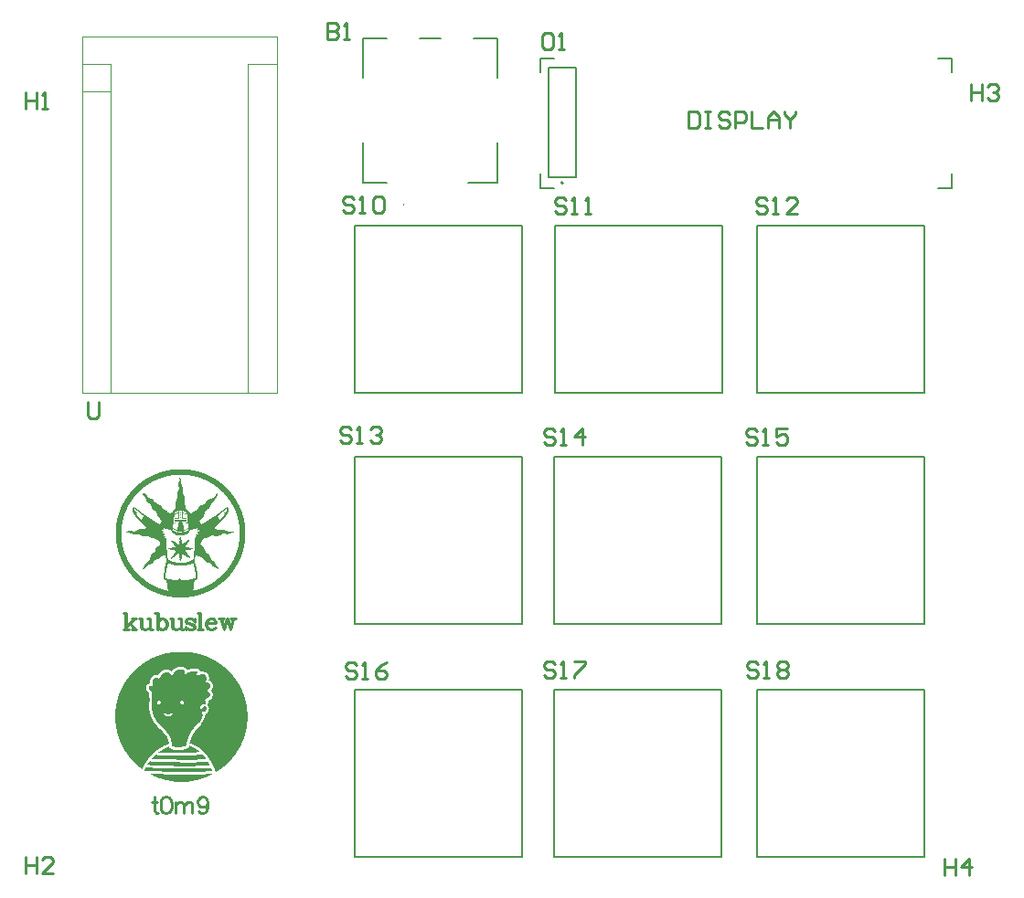
<source format=gto>
G04*
G04 #@! TF.GenerationSoftware,Altium Limited,Altium Designer,25.8.1 (18)*
G04*
G04 Layer_Color=65535*
%FSLAX25Y25*%
%MOIN*%
G70*
G04*
G04 #@! TF.SameCoordinates,62C80C61-A7C9-4306-83B5-3B4BC263EF3F*
G04*
G04*
G04 #@! TF.FilePolarity,Positive*
G04*
G01*
G75*
%ADD10C,0.00394*%
%ADD11C,0.00787*%
%ADD12C,0.00472*%
%ADD13C,0.00500*%
%ADD14C,0.01000*%
G36*
X142862Y181991D02*
X143621D01*
Y181937D01*
X144163D01*
Y181883D01*
X144596D01*
Y181829D01*
X144976D01*
Y181774D01*
X145301D01*
Y181720D01*
X145626D01*
Y181666D01*
X145951D01*
Y181612D01*
X146222D01*
Y181558D01*
X146493D01*
Y181503D01*
X146764D01*
Y181449D01*
X146981D01*
Y181395D01*
X147198D01*
Y181341D01*
X147415D01*
Y181287D01*
X147631D01*
Y181232D01*
X147794D01*
Y181178D01*
X147957D01*
Y181124D01*
X148173D01*
Y181070D01*
X148390D01*
Y181016D01*
X148553D01*
Y180961D01*
X148715D01*
Y180907D01*
X148878D01*
Y180853D01*
X149040D01*
Y180799D01*
X149203D01*
Y180745D01*
X149366D01*
Y180690D01*
X149528D01*
Y180636D01*
X149691D01*
Y180582D01*
X149854D01*
Y180528D01*
X149962D01*
Y180474D01*
X150125D01*
Y180419D01*
X150233D01*
Y180365D01*
X150396D01*
Y180311D01*
X150558D01*
Y180257D01*
X150666D01*
Y180203D01*
X150775D01*
Y180148D01*
X150937D01*
Y180094D01*
X151046D01*
Y180040D01*
X151154D01*
Y179986D01*
X151263D01*
Y179932D01*
X151425D01*
Y179877D01*
X151534D01*
Y179823D01*
X151642D01*
Y179769D01*
X151751D01*
Y179715D01*
X151859D01*
Y179661D01*
X151967D01*
Y179606D01*
X152076D01*
Y179552D01*
X152184D01*
Y179498D01*
X152293D01*
Y179444D01*
X152401D01*
Y179390D01*
X152509D01*
Y179335D01*
X152618D01*
Y179281D01*
X152726D01*
Y179227D01*
X152834D01*
Y179173D01*
X152943D01*
Y179119D01*
X152997D01*
Y179065D01*
X153105D01*
Y179010D01*
X153214D01*
Y178956D01*
X153322D01*
Y178902D01*
X153376D01*
Y178848D01*
X153485D01*
Y178794D01*
X153593D01*
Y178739D01*
X153702D01*
Y178685D01*
X153756D01*
Y178631D01*
X153864D01*
Y178577D01*
X153919D01*
Y178523D01*
X154027D01*
Y178468D01*
X154135D01*
Y178414D01*
X154190D01*
Y178360D01*
X154298D01*
Y178306D01*
X154352D01*
Y178252D01*
X154460D01*
Y178197D01*
X154569D01*
Y178143D01*
X154623D01*
Y178089D01*
X154677D01*
Y178035D01*
X154786D01*
Y177980D01*
X154894D01*
Y177926D01*
X154948D01*
Y177872D01*
X155002D01*
Y177818D01*
X155057D01*
Y177764D01*
X155165D01*
Y177709D01*
X155219D01*
Y177655D01*
X155328D01*
Y177601D01*
X155382D01*
Y177547D01*
X155490D01*
Y177493D01*
X155544D01*
Y177438D01*
X155653D01*
Y177384D01*
X155707D01*
Y177330D01*
X155761D01*
Y177276D01*
X155815D01*
Y177222D01*
X155924D01*
Y177167D01*
X155978D01*
Y177113D01*
X156032D01*
Y177059D01*
X156086D01*
Y177005D01*
X156195D01*
Y176951D01*
X156249D01*
Y176897D01*
X156303D01*
Y176842D01*
X156357D01*
Y176788D01*
X156466D01*
Y176734D01*
X156520D01*
Y176680D01*
X156574D01*
Y176626D01*
X156628D01*
Y176571D01*
X156737D01*
Y176517D01*
X156791D01*
Y176463D01*
X156845D01*
Y176409D01*
X156899D01*
Y176355D01*
X156954D01*
Y176300D01*
X157062D01*
Y176246D01*
X157116D01*
Y176192D01*
X157170D01*
Y176138D01*
X157225D01*
Y176084D01*
X157279D01*
Y176029D01*
X157333D01*
Y175975D01*
X157387D01*
Y175921D01*
X157441D01*
Y175867D01*
X157496D01*
Y175812D01*
X157604D01*
Y175758D01*
X157658D01*
Y175704D01*
X157712D01*
Y175650D01*
X157767D01*
Y175596D01*
X157821D01*
Y175541D01*
X157875D01*
Y175487D01*
X157929D01*
Y175433D01*
X157983D01*
Y175379D01*
X158038D01*
Y175325D01*
X158092D01*
Y175270D01*
X158146D01*
Y175216D01*
X158200D01*
Y175162D01*
X158254D01*
Y175108D01*
X158309D01*
Y175054D01*
X158363D01*
Y174999D01*
X158417D01*
Y174945D01*
X158471D01*
Y174891D01*
X158525D01*
Y174837D01*
X158580D01*
Y174783D01*
X158634D01*
Y174729D01*
X158688D01*
Y174674D01*
X158742D01*
Y174620D01*
X158796D01*
Y174512D01*
X158905D01*
Y174403D01*
X159013D01*
Y174295D01*
X159067D01*
Y174241D01*
X159122D01*
Y174187D01*
X159176D01*
Y174132D01*
X159230D01*
Y174078D01*
X159284D01*
Y174024D01*
X159338D01*
Y173970D01*
X159393D01*
Y173861D01*
X159447D01*
Y173807D01*
X159501D01*
Y173753D01*
X159555D01*
Y173699D01*
X159609D01*
Y173644D01*
X159664D01*
Y173536D01*
X159718D01*
Y173482D01*
X159772D01*
Y173428D01*
X159826D01*
Y173373D01*
X159880D01*
Y173319D01*
X159935D01*
Y173211D01*
X159989D01*
Y173157D01*
X160043D01*
Y173102D01*
X160097D01*
Y172994D01*
X160151D01*
Y172940D01*
X160206D01*
Y172886D01*
X160260D01*
Y172831D01*
X160314D01*
Y172777D01*
X160368D01*
Y172669D01*
X160422D01*
Y172615D01*
X160477D01*
Y172561D01*
X160531D01*
Y172452D01*
X160585D01*
Y172398D01*
X160639D01*
Y172344D01*
X160693D01*
Y172235D01*
X160748D01*
Y172181D01*
X160802D01*
Y172073D01*
X160856D01*
Y172019D01*
X160910D01*
Y171964D01*
X160964D01*
Y171856D01*
X161019D01*
Y171802D01*
X161073D01*
Y171693D01*
X161127D01*
Y171639D01*
X161181D01*
Y171531D01*
X161235D01*
Y171477D01*
X161290D01*
Y171368D01*
X161344D01*
Y171314D01*
X161398D01*
Y171206D01*
X161452D01*
Y171097D01*
X161506D01*
Y171043D01*
X161560D01*
Y170935D01*
X161615D01*
Y170880D01*
X161669D01*
Y170772D01*
X161723D01*
Y170664D01*
X161777D01*
Y170609D01*
X161831D01*
Y170501D01*
X161886D01*
Y170393D01*
X161940D01*
Y170338D01*
X161994D01*
Y170230D01*
X162048D01*
Y170122D01*
X162102D01*
Y170013D01*
X162157D01*
Y169905D01*
X162211D01*
Y169851D01*
X162265D01*
Y169742D01*
X162319D01*
Y169634D01*
X162373D01*
Y169525D01*
X162428D01*
Y169417D01*
X162482D01*
Y169309D01*
X162536D01*
Y169200D01*
X162590D01*
Y169092D01*
X162645D01*
Y169038D01*
X162699D01*
Y168875D01*
X162753D01*
Y168767D01*
X162807D01*
Y168658D01*
X162861D01*
Y168550D01*
X162916D01*
Y168441D01*
X162970D01*
Y168333D01*
X163024D01*
Y168225D01*
X163078D01*
Y168062D01*
X163132D01*
Y167954D01*
X163187D01*
Y167845D01*
X163241D01*
Y167683D01*
X163295D01*
Y167574D01*
X163349D01*
Y167466D01*
X163403D01*
Y167303D01*
X163458D01*
Y167195D01*
X163512D01*
Y167032D01*
X163566D01*
Y166870D01*
X163620D01*
Y166761D01*
X163674D01*
Y166599D01*
X163728D01*
Y166436D01*
X163783D01*
Y166328D01*
X163837D01*
Y166165D01*
X163891D01*
Y166002D01*
X163945D01*
Y165840D01*
X163999D01*
Y165623D01*
X164054D01*
Y165515D01*
X164108D01*
Y165298D01*
X164162D01*
Y165135D01*
X164216D01*
Y164973D01*
X164270D01*
Y164756D01*
X164325D01*
Y164539D01*
X164379D01*
Y164322D01*
X164433D01*
Y164105D01*
X164487D01*
Y163889D01*
X164541D01*
Y163672D01*
X164596D01*
Y163401D01*
X164650D01*
Y163130D01*
X164704D01*
Y162805D01*
X164758D01*
Y162534D01*
X164813D01*
Y162154D01*
X164867D01*
Y161775D01*
X164921D01*
Y161396D01*
X164975D01*
Y160799D01*
X165029D01*
Y160095D01*
X165084D01*
Y157222D01*
X165029D01*
Y156518D01*
X164975D01*
Y155976D01*
X164921D01*
Y155542D01*
X164867D01*
Y155163D01*
X164813D01*
Y154837D01*
X164758D01*
Y154458D01*
X164704D01*
Y154241D01*
X164650D01*
Y153970D01*
X164596D01*
Y153699D01*
X164541D01*
Y153428D01*
X164487D01*
Y153211D01*
X164433D01*
Y152995D01*
X164379D01*
Y152778D01*
X164325D01*
Y152561D01*
X164270D01*
Y152398D01*
X164216D01*
Y152182D01*
X164162D01*
Y152019D01*
X164108D01*
Y151856D01*
X164054D01*
Y151694D01*
X163999D01*
Y151531D01*
X163945D01*
Y151314D01*
X163891D01*
Y151206D01*
X163837D01*
Y150989D01*
X163783D01*
Y150881D01*
X163728D01*
Y150718D01*
X163674D01*
Y150556D01*
X163620D01*
Y150447D01*
X163566D01*
Y150285D01*
X163512D01*
Y150122D01*
X163458D01*
Y150014D01*
X163403D01*
Y149905D01*
X163349D01*
Y149797D01*
X163295D01*
Y149634D01*
X163241D01*
Y149526D01*
X163187D01*
Y149417D01*
X163132D01*
Y149255D01*
X163078D01*
Y149146D01*
X163024D01*
Y149038D01*
X162970D01*
Y148930D01*
X162916D01*
Y148821D01*
X162861D01*
Y148659D01*
X162807D01*
Y148550D01*
X162753D01*
Y148496D01*
X162699D01*
Y148334D01*
X162645D01*
Y148225D01*
X162590D01*
Y148117D01*
X162536D01*
Y148008D01*
X162482D01*
Y147954D01*
X162428D01*
Y147792D01*
X162373D01*
Y147737D01*
X162319D01*
Y147629D01*
X162265D01*
Y147520D01*
X162211D01*
Y147412D01*
X162157D01*
Y147304D01*
X162102D01*
Y147195D01*
X162048D01*
Y147141D01*
X161994D01*
Y147033D01*
X161940D01*
Y146924D01*
X161886D01*
Y146870D01*
X161831D01*
Y146762D01*
X161777D01*
Y146653D01*
X161723D01*
Y146545D01*
X161669D01*
Y146491D01*
X161615D01*
Y146382D01*
X161560D01*
Y146328D01*
X161506D01*
Y146220D01*
X161452D01*
Y146111D01*
X161398D01*
Y146057D01*
X161344D01*
Y145949D01*
X161290D01*
Y145895D01*
X161235D01*
Y145786D01*
X161181D01*
Y145678D01*
X161127D01*
Y145624D01*
X161073D01*
Y145569D01*
X161019D01*
Y145461D01*
X160964D01*
Y145352D01*
X160910D01*
Y145298D01*
X160856D01*
Y145244D01*
X160802D01*
Y145190D01*
X160748D01*
Y145081D01*
X160693D01*
Y145027D01*
X160639D01*
Y144919D01*
X160585D01*
Y144865D01*
X160531D01*
Y144756D01*
X160477D01*
Y144702D01*
X160422D01*
Y144648D01*
X160368D01*
Y144594D01*
X160314D01*
Y144485D01*
X160260D01*
Y144431D01*
X160206D01*
Y144323D01*
X160151D01*
Y144269D01*
X160097D01*
Y144214D01*
X160043D01*
Y144160D01*
X159989D01*
Y144052D01*
X159935D01*
Y143998D01*
X159880D01*
Y143943D01*
X159826D01*
Y143889D01*
X159772D01*
Y143781D01*
X159718D01*
Y143727D01*
X159664D01*
Y143672D01*
X159609D01*
Y143618D01*
X159555D01*
Y143510D01*
X159501D01*
Y143456D01*
X159447D01*
Y143401D01*
X159393D01*
Y143347D01*
X159338D01*
Y143293D01*
X159284D01*
Y143239D01*
X159230D01*
Y143185D01*
X159176D01*
Y143076D01*
X159122D01*
Y143022D01*
X159067D01*
Y142968D01*
X159013D01*
Y142914D01*
X158959D01*
Y142859D01*
X158905D01*
Y142805D01*
X158851D01*
Y142751D01*
X158796D01*
Y142697D01*
X158742D01*
Y142643D01*
X158688D01*
Y142588D01*
X158634D01*
Y142534D01*
X158580D01*
Y142426D01*
X158471D01*
Y142317D01*
X158417D01*
Y142263D01*
X158363D01*
Y142209D01*
X158309D01*
Y142155D01*
X158254D01*
Y142101D01*
X158200D01*
Y142046D01*
X158146D01*
Y141992D01*
X158092D01*
Y141938D01*
X158038D01*
Y141884D01*
X157929D01*
Y141775D01*
X157821D01*
Y141667D01*
X157712D01*
Y141613D01*
X157658D01*
Y141559D01*
X157604D01*
Y141504D01*
X157550D01*
Y141450D01*
X157496D01*
Y141396D01*
X157441D01*
Y141342D01*
X157387D01*
Y141288D01*
X157333D01*
Y141233D01*
X157279D01*
Y141179D01*
X157225D01*
Y141125D01*
X157116D01*
Y141071D01*
X157062D01*
Y141017D01*
X157008D01*
Y140962D01*
X156954D01*
Y140908D01*
X156899D01*
Y140854D01*
X156845D01*
Y140800D01*
X156737D01*
Y140746D01*
X156683D01*
Y140691D01*
X156628D01*
Y140637D01*
X156574D01*
Y140583D01*
X156466D01*
Y140529D01*
X156412D01*
Y140475D01*
X156357D01*
Y140420D01*
X156303D01*
Y140366D01*
X156195D01*
Y140312D01*
X156141D01*
Y140258D01*
X156086D01*
Y140204D01*
X156032D01*
Y140149D01*
X155924D01*
Y140095D01*
X155870D01*
Y140041D01*
X155815D01*
Y139987D01*
X155761D01*
Y139933D01*
X155653D01*
Y139878D01*
X155599D01*
Y139824D01*
X155490D01*
Y139770D01*
X155436D01*
Y139716D01*
X155382D01*
Y139662D01*
X155328D01*
Y139607D01*
X155219D01*
Y139553D01*
X155165D01*
Y139499D01*
X155057D01*
Y139445D01*
X155002D01*
Y139391D01*
X154894D01*
Y139336D01*
X154840D01*
Y139282D01*
X154731D01*
Y139228D01*
X154677D01*
Y139174D01*
X154569D01*
Y139120D01*
X154515D01*
Y139065D01*
X154460D01*
Y139011D01*
X154352D01*
Y138957D01*
X154244D01*
Y138903D01*
X154190D01*
Y138849D01*
X154081D01*
Y138794D01*
X154027D01*
Y138740D01*
X153919D01*
Y138686D01*
X153864D01*
Y138632D01*
X153756D01*
Y138578D01*
X153647D01*
Y138523D01*
X153593D01*
Y138469D01*
X153485D01*
Y138415D01*
X153376D01*
Y138361D01*
X153322D01*
Y138307D01*
X153160D01*
Y138252D01*
X153105D01*
Y138198D01*
X152997D01*
Y138144D01*
X152889D01*
Y138090D01*
X152834D01*
Y138036D01*
X152726D01*
Y137981D01*
X152618D01*
Y137927D01*
X152509D01*
Y137873D01*
X152401D01*
Y137819D01*
X152293D01*
Y137765D01*
X152184D01*
Y137710D01*
X152076D01*
Y137656D01*
X151967D01*
Y137602D01*
X151859D01*
Y137548D01*
X151751D01*
Y137494D01*
X151642D01*
Y137440D01*
X151534D01*
Y137385D01*
X151425D01*
Y137331D01*
X151317D01*
Y137277D01*
X151154D01*
Y137223D01*
X151046D01*
Y137169D01*
X150937D01*
Y137114D01*
X150775D01*
Y137060D01*
X150666D01*
Y137006D01*
X150558D01*
Y136952D01*
X150396D01*
Y136898D01*
X150287D01*
Y136843D01*
X150125D01*
Y136789D01*
X150016D01*
Y136735D01*
X149854D01*
Y136681D01*
X149691D01*
Y136627D01*
X149583D01*
Y136572D01*
X149420D01*
Y136518D01*
X149257D01*
Y136464D01*
X149095D01*
Y136410D01*
X148932D01*
Y136355D01*
X148715D01*
Y136301D01*
X148553D01*
Y136247D01*
X148390D01*
Y136193D01*
X148228D01*
Y136139D01*
X147957D01*
Y136084D01*
X147794D01*
Y136030D01*
X147631D01*
Y135976D01*
X147360D01*
Y135922D01*
X147198D01*
Y135868D01*
X146927D01*
Y135813D01*
X146710D01*
Y135759D01*
X146439D01*
Y135705D01*
X146222D01*
Y135651D01*
X145897D01*
Y135597D01*
X145626D01*
Y135543D01*
X145301D01*
Y135488D01*
X144921D01*
Y135434D01*
X144596D01*
Y135380D01*
X144163D01*
Y135326D01*
X143621D01*
Y135272D01*
X142916D01*
Y135217D01*
X139989D01*
Y135272D01*
X139285D01*
Y135326D01*
X138689D01*
Y135380D01*
X138255D01*
Y135434D01*
X137875D01*
Y135488D01*
X137550D01*
Y135543D01*
X137225D01*
Y135597D01*
X136954D01*
Y135651D01*
X136683D01*
Y135705D01*
X136412D01*
Y135759D01*
X136141D01*
Y135813D01*
X135924D01*
Y135868D01*
X135707D01*
Y135922D01*
X135491D01*
Y135976D01*
X135274D01*
Y136030D01*
X135111D01*
Y136084D01*
X134949D01*
Y136139D01*
X134732D01*
Y136193D01*
X134515D01*
Y136247D01*
X134353D01*
Y136301D01*
X134190D01*
Y136355D01*
X134027D01*
Y136410D01*
X133865D01*
Y136464D01*
X133702D01*
Y136518D01*
X133540D01*
Y136572D01*
X133431D01*
Y136627D01*
X133269D01*
Y136681D01*
X133106D01*
Y136735D01*
X132943D01*
Y136789D01*
X132835D01*
Y136843D01*
X132672D01*
Y136898D01*
X132564D01*
Y136952D01*
X132401D01*
Y137006D01*
X132293D01*
Y137060D01*
X132185D01*
Y137114D01*
X132022D01*
Y137169D01*
X131914D01*
Y137223D01*
X131805D01*
Y137277D01*
X131643D01*
Y137331D01*
X131534D01*
Y137385D01*
X131426D01*
Y137440D01*
X131317D01*
Y137494D01*
X131209D01*
Y137548D01*
X131046D01*
Y137602D01*
X130938D01*
Y137656D01*
X130884D01*
Y137710D01*
X130721D01*
Y137765D01*
X130613D01*
Y137819D01*
X130504D01*
Y137873D01*
X130450D01*
Y137927D01*
X130342D01*
Y137981D01*
X130233D01*
Y138036D01*
X130125D01*
Y138090D01*
X130017D01*
Y138144D01*
X129908D01*
Y138198D01*
X129854D01*
Y138252D01*
X129746D01*
Y138307D01*
X129637D01*
Y138361D01*
X129529D01*
Y138415D01*
X129420D01*
Y138469D01*
X129312D01*
Y138523D01*
X129258D01*
Y138578D01*
X129149D01*
Y138632D01*
X129041D01*
Y138686D01*
X128987D01*
Y138740D01*
X128878D01*
Y138794D01*
X128824D01*
Y138849D01*
X128716D01*
Y138903D01*
X128662D01*
Y138957D01*
X128553D01*
Y139011D01*
X128445D01*
Y139065D01*
X128391D01*
Y139120D01*
X128282D01*
Y139174D01*
X128228D01*
Y139228D01*
X128174D01*
Y139282D01*
X128065D01*
Y139336D01*
X128011D01*
Y139391D01*
X127903D01*
Y139445D01*
X127849D01*
Y139499D01*
X127740D01*
Y139553D01*
X127686D01*
Y139607D01*
X127578D01*
Y139662D01*
X127523D01*
Y139716D01*
X127415D01*
Y139770D01*
X127361D01*
Y139824D01*
X127307D01*
Y139878D01*
X127252D01*
Y139933D01*
X127144D01*
Y139987D01*
X127090D01*
Y140041D01*
X126981D01*
Y140095D01*
X126927D01*
Y140149D01*
X126873D01*
Y140204D01*
X126819D01*
Y140258D01*
X126710D01*
Y140312D01*
X126656D01*
Y140366D01*
X126602D01*
Y140420D01*
X126548D01*
Y140475D01*
X126439D01*
Y140529D01*
X126385D01*
Y140583D01*
X126331D01*
Y140637D01*
X126277D01*
Y140691D01*
X126223D01*
Y140746D01*
X126114D01*
Y140800D01*
X126060D01*
Y140854D01*
X126006D01*
Y140908D01*
X125952D01*
Y140962D01*
X125898D01*
Y141017D01*
X125843D01*
Y141071D01*
X125789D01*
Y141125D01*
X125681D01*
Y141179D01*
X125627D01*
Y141233D01*
X125572D01*
Y141288D01*
X125518D01*
Y141342D01*
X125464D01*
Y141396D01*
X125410D01*
Y141450D01*
X125356D01*
Y141504D01*
X125301D01*
Y141559D01*
X125247D01*
Y141613D01*
X125193D01*
Y141667D01*
X125084D01*
Y141775D01*
X124976D01*
Y141830D01*
X124922D01*
Y141884D01*
X124868D01*
Y141938D01*
X124813D01*
Y141992D01*
X124759D01*
Y142046D01*
X124705D01*
Y142101D01*
X124651D01*
Y142155D01*
X124597D01*
Y142209D01*
X124542D01*
Y142263D01*
X124488D01*
Y142317D01*
X124434D01*
Y142372D01*
X124380D01*
Y142426D01*
X124326D01*
Y142534D01*
X124217D01*
Y142643D01*
X124163D01*
Y142697D01*
X124109D01*
Y142751D01*
X124055D01*
Y142805D01*
X124001D01*
Y142859D01*
X123946D01*
Y142914D01*
X123892D01*
Y142968D01*
X123838D01*
Y143022D01*
X123784D01*
Y143076D01*
X123730D01*
Y143185D01*
X123675D01*
Y143239D01*
X123621D01*
Y143293D01*
X123567D01*
Y143347D01*
X123513D01*
Y143401D01*
X123459D01*
Y143456D01*
X123404D01*
Y143510D01*
X123350D01*
Y143618D01*
X123296D01*
Y143672D01*
X123242D01*
Y143727D01*
X123187D01*
Y143781D01*
X123133D01*
Y143889D01*
X123079D01*
Y143943D01*
X123025D01*
Y143998D01*
X122971D01*
Y144052D01*
X122916D01*
Y144160D01*
X122862D01*
Y144214D01*
X122808D01*
Y144269D01*
X122754D01*
Y144323D01*
X122700D01*
Y144431D01*
X122645D01*
Y144485D01*
X122591D01*
Y144540D01*
X122537D01*
Y144594D01*
X122483D01*
Y144702D01*
X122429D01*
Y144756D01*
X122374D01*
Y144865D01*
X122320D01*
Y144919D01*
X122266D01*
Y145027D01*
X122212D01*
Y145081D01*
X122158D01*
Y145136D01*
X122104D01*
Y145244D01*
X122049D01*
Y145298D01*
X121995D01*
Y145352D01*
X121941D01*
Y145461D01*
X121887D01*
Y145515D01*
X121833D01*
Y145624D01*
X121778D01*
Y145678D01*
X121724D01*
Y145786D01*
X121670D01*
Y145840D01*
X121616D01*
Y145949D01*
X121562D01*
Y146003D01*
X121507D01*
Y146111D01*
X121453D01*
Y146220D01*
X121399D01*
Y146274D01*
X121345D01*
Y146382D01*
X121291D01*
Y146491D01*
X121236D01*
Y146545D01*
X121182D01*
Y146653D01*
X121128D01*
Y146707D01*
X121074D01*
Y146816D01*
X121019D01*
Y146924D01*
X120965D01*
Y146978D01*
X120911D01*
Y147087D01*
X120857D01*
Y147195D01*
X120803D01*
Y147304D01*
X120748D01*
Y147412D01*
X120694D01*
Y147520D01*
X120640D01*
Y147629D01*
X120586D01*
Y147683D01*
X120532D01*
Y147792D01*
X120477D01*
Y147900D01*
X120423D01*
Y148008D01*
X120369D01*
Y148117D01*
X120315D01*
Y148225D01*
X120261D01*
Y148334D01*
X120206D01*
Y148442D01*
X120152D01*
Y148550D01*
X120098D01*
Y148659D01*
X120044D01*
Y148767D01*
X119990D01*
Y148875D01*
X119936D01*
Y148984D01*
X119881D01*
Y149146D01*
X119827D01*
Y149255D01*
X119773D01*
Y149363D01*
X119719D01*
Y149472D01*
X119665D01*
Y149634D01*
X119610D01*
Y149743D01*
X119556D01*
Y149905D01*
X119502D01*
Y150014D01*
X119448D01*
Y150122D01*
X119394D01*
Y150285D01*
X119339D01*
Y150447D01*
X119285D01*
Y150556D01*
X119231D01*
Y150718D01*
X119177D01*
Y150881D01*
X119123D01*
Y150989D01*
X119068D01*
Y151206D01*
X119014D01*
Y151314D01*
X118960D01*
Y151531D01*
X118906D01*
Y151694D01*
X118852D01*
Y151856D01*
X118797D01*
Y152019D01*
X118743D01*
Y152182D01*
X118689D01*
Y152398D01*
X118635D01*
Y152561D01*
X118581D01*
Y152778D01*
X118526D01*
Y152995D01*
X118472D01*
Y153211D01*
X118418D01*
Y153428D01*
X118364D01*
Y153699D01*
X118310D01*
Y153916D01*
X118255D01*
Y154187D01*
X118201D01*
Y154458D01*
X118147D01*
Y154783D01*
X118093D01*
Y155163D01*
X118039D01*
Y155488D01*
X117984D01*
Y155921D01*
X117930D01*
Y156463D01*
X117876D01*
Y157114D01*
X117822D01*
Y160095D01*
X117876D01*
Y160854D01*
X117930D01*
Y161396D01*
X117984D01*
Y161829D01*
X118039D01*
Y162154D01*
X118093D01*
Y162534D01*
X118147D01*
Y162805D01*
X118201D01*
Y163130D01*
X118255D01*
Y163401D01*
X118310D01*
Y163618D01*
X118364D01*
Y163889D01*
X118418D01*
Y164105D01*
X118472D01*
Y164322D01*
X118526D01*
Y164539D01*
X118581D01*
Y164756D01*
X118635D01*
Y164918D01*
X118689D01*
Y165135D01*
X118743D01*
Y165298D01*
X118797D01*
Y165460D01*
X118852D01*
Y165623D01*
X118906D01*
Y165840D01*
X118960D01*
Y166002D01*
X119014D01*
Y166165D01*
X119068D01*
Y166328D01*
X119123D01*
Y166490D01*
X119177D01*
Y166599D01*
X119231D01*
Y166761D01*
X119285D01*
Y166924D01*
X119339D01*
Y167032D01*
X119394D01*
Y167195D01*
X119448D01*
Y167357D01*
X119502D01*
Y167466D01*
X119556D01*
Y167628D01*
X119610D01*
Y167737D01*
X119665D01*
Y167899D01*
X119719D01*
Y168008D01*
X119773D01*
Y168116D01*
X119827D01*
Y168225D01*
X119881D01*
Y168333D01*
X119936D01*
Y168496D01*
X119990D01*
Y168604D01*
X120044D01*
Y168712D01*
X120098D01*
Y168821D01*
X120152D01*
Y168929D01*
X120206D01*
Y169038D01*
X120261D01*
Y169146D01*
X120315D01*
Y169254D01*
X120369D01*
Y169363D01*
X120423D01*
Y169471D01*
X120477D01*
Y169525D01*
X120532D01*
Y169634D01*
X120586D01*
Y169742D01*
X120640D01*
Y169851D01*
X120694D01*
Y169959D01*
X120748D01*
Y170067D01*
X120803D01*
Y170176D01*
X120857D01*
Y170230D01*
X120911D01*
Y170338D01*
X120965D01*
Y170447D01*
X121019D01*
Y170501D01*
X121074D01*
Y170609D01*
X121128D01*
Y170718D01*
X121182D01*
Y170772D01*
X121236D01*
Y170880D01*
X121291D01*
Y170989D01*
X121345D01*
Y171043D01*
X121399D01*
Y171151D01*
X121453D01*
Y171206D01*
X121507D01*
Y171314D01*
X121562D01*
Y171368D01*
X121616D01*
Y171477D01*
X121670D01*
Y171531D01*
X121724D01*
Y171639D01*
X121778D01*
Y171693D01*
X121833D01*
Y171802D01*
X121887D01*
Y171856D01*
X121941D01*
Y171964D01*
X121995D01*
Y172019D01*
X122049D01*
Y172127D01*
X122104D01*
Y172181D01*
X122158D01*
Y172235D01*
X122212D01*
Y172344D01*
X122266D01*
Y172398D01*
X122320D01*
Y172506D01*
X122374D01*
Y172561D01*
X122429D01*
Y172615D01*
X122483D01*
Y172723D01*
X122537D01*
Y172777D01*
X122591D01*
Y172831D01*
X122645D01*
Y172886D01*
X122700D01*
Y172994D01*
X122754D01*
Y173048D01*
X122808D01*
Y173102D01*
X122862D01*
Y173211D01*
X122916D01*
Y173265D01*
X122971D01*
Y173319D01*
X123025D01*
Y173373D01*
X123079D01*
Y173428D01*
X123133D01*
Y173536D01*
X123187D01*
Y173590D01*
X123242D01*
Y173644D01*
X123296D01*
Y173699D01*
X123350D01*
Y173807D01*
X123404D01*
Y173861D01*
X123459D01*
Y173916D01*
X123513D01*
Y173970D01*
X123567D01*
Y174024D01*
X123621D01*
Y174078D01*
X123675D01*
Y174132D01*
X123730D01*
Y174187D01*
X123784D01*
Y174295D01*
X123838D01*
Y174349D01*
X123892D01*
Y174403D01*
X123946D01*
Y174458D01*
X124001D01*
Y174512D01*
X124055D01*
Y174566D01*
X124109D01*
Y174620D01*
X124163D01*
Y174674D01*
X124217D01*
Y174729D01*
X124272D01*
Y174783D01*
X124326D01*
Y174837D01*
X124380D01*
Y174891D01*
X124434D01*
Y174945D01*
X124488D01*
Y174999D01*
X124542D01*
Y175054D01*
X124597D01*
Y175108D01*
X124651D01*
Y175162D01*
X124705D01*
Y175216D01*
X124759D01*
Y175270D01*
X124813D01*
Y175325D01*
X124868D01*
Y175379D01*
X124922D01*
Y175433D01*
X124976D01*
Y175487D01*
X125030D01*
Y175541D01*
X125084D01*
Y175596D01*
X125139D01*
Y175650D01*
X125193D01*
Y175704D01*
X125247D01*
Y175758D01*
X125301D01*
Y175812D01*
X125356D01*
Y175867D01*
X125410D01*
Y175921D01*
X125464D01*
Y175975D01*
X125518D01*
Y176029D01*
X125627D01*
Y176084D01*
X125681D01*
Y176138D01*
X125735D01*
Y176192D01*
X125789D01*
Y176246D01*
X125843D01*
Y176300D01*
X125898D01*
Y176355D01*
X125952D01*
Y176409D01*
X126060D01*
Y176463D01*
X126114D01*
Y176517D01*
X126169D01*
Y176571D01*
X126223D01*
Y176626D01*
X126277D01*
Y176680D01*
X126385D01*
Y176734D01*
X126439D01*
Y176788D01*
X126494D01*
Y176842D01*
X126548D01*
Y176897D01*
X126602D01*
Y176951D01*
X126710D01*
Y177005D01*
X126765D01*
Y177059D01*
X126819D01*
Y177113D01*
X126927D01*
Y177167D01*
X126981D01*
Y177222D01*
X127036D01*
Y177276D01*
X127090D01*
Y177330D01*
X127198D01*
Y177384D01*
X127252D01*
Y177438D01*
X127361D01*
Y177493D01*
X127415D01*
Y177547D01*
X127469D01*
Y177601D01*
X127578D01*
Y177655D01*
X127632D01*
Y177709D01*
X127686D01*
Y177764D01*
X127794D01*
Y177818D01*
X127849D01*
Y177872D01*
X127957D01*
Y177926D01*
X128011D01*
Y177980D01*
X128120D01*
Y178035D01*
X128174D01*
Y178089D01*
X128282D01*
Y178143D01*
X128336D01*
Y178197D01*
X128445D01*
Y178252D01*
X128499D01*
Y178306D01*
X128607D01*
Y178360D01*
X128662D01*
Y178414D01*
X128770D01*
Y178468D01*
X128878D01*
Y178523D01*
X128933D01*
Y178577D01*
X129041D01*
Y178631D01*
X129095D01*
Y178685D01*
X129204D01*
Y178739D01*
X129312D01*
Y178794D01*
X129420D01*
Y178848D01*
X129475D01*
Y178902D01*
X129583D01*
Y178956D01*
X129637D01*
Y179010D01*
X129746D01*
Y179065D01*
X129854D01*
Y179119D01*
X129962D01*
Y179173D01*
X130071D01*
Y179227D01*
X130179D01*
Y179281D01*
X130288D01*
Y179335D01*
X130342D01*
Y179390D01*
X130504D01*
Y179444D01*
X130613D01*
Y179498D01*
X130721D01*
Y179552D01*
X130775D01*
Y179606D01*
X130938D01*
Y179661D01*
X131046D01*
Y179715D01*
X131155D01*
Y179769D01*
X131263D01*
Y179823D01*
X131372D01*
Y179877D01*
X131480D01*
Y179932D01*
X131643D01*
Y179986D01*
X131751D01*
Y180040D01*
X131859D01*
Y180094D01*
X131968D01*
Y180148D01*
X132130D01*
Y180203D01*
X132239D01*
Y180257D01*
X132347D01*
Y180311D01*
X132510D01*
Y180365D01*
X132672D01*
Y180419D01*
X132781D01*
Y180474D01*
X132943D01*
Y180528D01*
X133106D01*
Y180582D01*
X133214D01*
Y180636D01*
X133377D01*
Y180690D01*
X133540D01*
Y180745D01*
X133702D01*
Y180799D01*
X133865D01*
Y180853D01*
X134027D01*
Y180907D01*
X134190D01*
Y180961D01*
X134353D01*
Y181016D01*
X134515D01*
Y181070D01*
X134732D01*
Y181124D01*
X134949D01*
Y181178D01*
X135111D01*
Y181232D01*
X135274D01*
Y181287D01*
X135491D01*
Y181341D01*
X135707D01*
Y181395D01*
X135924D01*
Y181449D01*
X136195D01*
Y181503D01*
X136466D01*
Y181558D01*
X136683D01*
Y181612D01*
X137008D01*
Y181666D01*
X137279D01*
Y181720D01*
X137659D01*
Y181774D01*
X137984D01*
Y181829D01*
X138417D01*
Y181883D01*
X138851D01*
Y181937D01*
X139339D01*
Y181991D01*
X140152D01*
Y182045D01*
X142862D01*
Y181991D01*
D02*
G37*
G36*
X141888Y108996D02*
X142173D01*
Y108939D01*
X142345D01*
Y108881D01*
X142459D01*
Y108824D01*
X142573D01*
Y108767D01*
X142630D01*
Y108710D01*
X142687D01*
Y108653D01*
X142802D01*
Y108539D01*
X142859D01*
Y108481D01*
X142916D01*
Y108081D01*
X142859D01*
Y107853D01*
X142802D01*
Y107682D01*
X142859D01*
Y107567D01*
X142916D01*
Y107510D01*
X142973D01*
Y107453D01*
X143030D01*
Y107396D01*
X143487D01*
Y107453D01*
X143544D01*
Y107510D01*
X143659D01*
Y107567D01*
X143716D01*
Y107624D01*
X143830D01*
Y107682D01*
X143887D01*
Y107739D01*
X144001D01*
Y107796D01*
X144116D01*
Y107853D01*
X144230D01*
Y107910D01*
X144344D01*
Y107967D01*
X144516D01*
Y108024D01*
X144687D01*
Y108081D01*
X144915D01*
Y108139D01*
X145144D01*
Y108196D01*
X145373D01*
Y108253D01*
X145715D01*
Y108310D01*
X146115D01*
Y108367D01*
X147201D01*
Y108310D01*
X147429D01*
Y108253D01*
X147486D01*
Y108196D01*
X147544D01*
Y108139D01*
X147601D01*
Y107796D01*
X147544D01*
Y107624D01*
X147486D01*
Y107453D01*
X147429D01*
Y107053D01*
X147486D01*
Y106939D01*
X147544D01*
Y106882D01*
X147601D01*
Y106825D01*
X147829D01*
Y106768D01*
X147886D01*
Y106825D01*
X148115D01*
Y106882D01*
X148229D01*
Y106939D01*
X148343D01*
Y106996D01*
X148458D01*
Y107053D01*
X148629D01*
Y107110D01*
X148857D01*
Y107167D01*
X149086D01*
Y107225D01*
X149714D01*
Y107167D01*
X149943D01*
Y107110D01*
X150114D01*
Y107053D01*
X150229D01*
Y106996D01*
X150286D01*
Y106939D01*
X150400D01*
Y106882D01*
X150457D01*
Y106825D01*
X150514D01*
Y106768D01*
X150571D01*
Y106653D01*
X150628D01*
Y106596D01*
X150686D01*
Y106482D01*
X150743D01*
Y106310D01*
X150800D01*
Y106139D01*
X150857D01*
Y105168D01*
X150800D01*
Y104939D01*
X150743D01*
Y104425D01*
X150800D01*
Y104311D01*
X150857D01*
Y104254D01*
X150971D01*
Y104197D01*
X151143D01*
Y104140D01*
X151485D01*
Y104083D01*
X151657D01*
Y104025D01*
X151771D01*
Y103968D01*
X151885D01*
Y103911D01*
X151942D01*
Y103854D01*
X151999D01*
Y103797D01*
X152057D01*
Y103683D01*
X152114D01*
Y103568D01*
X152171D01*
Y103397D01*
X152228D01*
Y102654D01*
X152171D01*
Y102426D01*
X152114D01*
Y102312D01*
X152057D01*
Y102197D01*
X151999D01*
Y102083D01*
X151942D01*
Y101969D01*
X151885D01*
Y101912D01*
X151828D01*
Y101855D01*
X151771D01*
Y101797D01*
X151714D01*
Y101740D01*
X151657D01*
Y101683D01*
X151600D01*
Y101626D01*
X151542D01*
Y101569D01*
X151485D01*
Y101512D01*
X151428D01*
Y101455D01*
X151371D01*
Y101340D01*
X151314D01*
Y101055D01*
X151371D01*
Y100940D01*
X151428D01*
Y100883D01*
X151485D01*
Y100826D01*
X151600D01*
Y100769D01*
X151657D01*
Y100712D01*
X151771D01*
Y100655D01*
X151828D01*
Y100598D01*
X151885D01*
Y100540D01*
X151942D01*
Y100483D01*
X151999D01*
Y100426D01*
X152057D01*
Y100312D01*
X152114D01*
Y100255D01*
X152171D01*
Y100083D01*
X152228D01*
Y99512D01*
X152171D01*
Y99341D01*
X152114D01*
Y99227D01*
X152057D01*
Y99169D01*
X151999D01*
Y99055D01*
X151942D01*
Y98998D01*
X151885D01*
Y98941D01*
X151828D01*
Y98884D01*
X151771D01*
Y98827D01*
X151714D01*
Y98769D01*
X151600D01*
Y98712D01*
X151542D01*
Y98655D01*
X151428D01*
Y98598D01*
X151314D01*
Y98541D01*
X151200D01*
Y98484D01*
X151085D01*
Y98427D01*
X150971D01*
Y98370D01*
X150743D01*
Y98312D01*
X150571D01*
Y98255D01*
X150514D01*
Y98198D01*
X150457D01*
Y98084D01*
X150400D01*
Y97741D01*
X150457D01*
Y97627D01*
X150514D01*
Y97570D01*
X150571D01*
Y97513D01*
X150628D01*
Y97456D01*
X150686D01*
Y96313D01*
X150571D01*
Y96370D01*
X149943D01*
Y96313D01*
X149714D01*
Y96256D01*
X149600D01*
Y96199D01*
X149429D01*
Y96142D01*
X149314D01*
Y96084D01*
X149257D01*
Y96027D01*
X149143D01*
Y95970D01*
X149086D01*
Y95913D01*
X149029D01*
Y95856D01*
X148972D01*
Y95799D01*
X148915D01*
Y95742D01*
X148857D01*
Y95685D01*
X148800D01*
Y95570D01*
X148743D01*
Y95513D01*
X148686D01*
Y95399D01*
X148629D01*
Y95285D01*
X148572D01*
Y95170D01*
X148515D01*
Y94770D01*
X148572D01*
Y94713D01*
X148629D01*
Y94656D01*
X148686D01*
Y94599D01*
X148743D01*
Y94542D01*
X149143D01*
Y94599D01*
X149257D01*
Y94656D01*
X149314D01*
Y94713D01*
X149372D01*
Y94828D01*
X149429D01*
Y94885D01*
X149486D01*
Y94999D01*
X149543D01*
Y95113D01*
X149600D01*
Y95170D01*
X149657D01*
Y95227D01*
X149714D01*
Y95285D01*
X149771D01*
Y95342D01*
X149829D01*
Y95399D01*
X150000D01*
Y95456D01*
X150457D01*
Y95399D01*
X150571D01*
Y95342D01*
X150628D01*
Y95285D01*
X150743D01*
Y95170D01*
X150800D01*
Y95056D01*
X150857D01*
Y94885D01*
X150914D01*
Y94485D01*
X150857D01*
Y94256D01*
X150800D01*
Y94142D01*
X150743D01*
Y94028D01*
X150686D01*
Y93914D01*
X150628D01*
Y93856D01*
X150571D01*
Y93799D01*
X150514D01*
Y93742D01*
X150457D01*
Y93685D01*
X150400D01*
Y93628D01*
X150286D01*
Y93571D01*
X150171D01*
Y93514D01*
X149486D01*
Y93571D01*
X149429D01*
Y93514D01*
X149314D01*
Y93457D01*
X149257D01*
Y93399D01*
X149200D01*
Y93228D01*
X149143D01*
Y92828D01*
X149200D01*
Y92714D01*
X149257D01*
Y92657D01*
X149314D01*
Y92600D01*
X149372D01*
Y92542D01*
X149543D01*
Y92485D01*
X149600D01*
Y92257D01*
X149543D01*
Y92028D01*
X149486D01*
Y91857D01*
X149429D01*
Y91686D01*
X149372D01*
Y91514D01*
X149314D01*
Y91343D01*
X149257D01*
Y91228D01*
X149200D01*
Y91057D01*
X149143D01*
Y90943D01*
X149086D01*
Y90772D01*
X149029D01*
Y90657D01*
X148972D01*
Y90543D01*
X148915D01*
Y90429D01*
X148857D01*
Y90257D01*
X148800D01*
Y90143D01*
X148743D01*
Y90029D01*
X148686D01*
Y89915D01*
X148629D01*
Y89743D01*
X148572D01*
Y89686D01*
X148515D01*
Y89629D01*
X148286D01*
Y89572D01*
X148172D01*
Y89515D01*
X148058D01*
Y89457D01*
X148001D01*
Y89400D01*
X147943D01*
Y89343D01*
X147886D01*
Y89286D01*
X147829D01*
Y89229D01*
X147772D01*
Y89172D01*
X147715D01*
Y89115D01*
X147658D01*
Y89058D01*
X147601D01*
Y89000D01*
X147544D01*
Y88943D01*
X147486D01*
Y88886D01*
X147429D01*
Y88829D01*
X147372D01*
Y88772D01*
X147315D01*
Y88715D01*
X147258D01*
Y88658D01*
X147201D01*
Y88601D01*
X147144D01*
Y88543D01*
X147086D01*
Y88486D01*
X147029D01*
Y88429D01*
X146972D01*
Y88372D01*
X146915D01*
Y88315D01*
X146858D01*
Y88258D01*
X146801D01*
Y88201D01*
X146744D01*
Y88144D01*
X146686D01*
Y88086D01*
X146629D01*
Y88029D01*
X146572D01*
Y87915D01*
X146515D01*
Y87858D01*
X146458D01*
Y87801D01*
X146401D01*
Y87744D01*
X146344D01*
Y87687D01*
X146287D01*
Y87629D01*
X146230D01*
Y87515D01*
X146172D01*
Y87458D01*
X146115D01*
Y87401D01*
X146058D01*
Y87344D01*
X146001D01*
Y87230D01*
X145944D01*
Y87172D01*
X145887D01*
Y87115D01*
X145830D01*
Y87001D01*
X145773D01*
Y86944D01*
X145715D01*
Y86830D01*
X145658D01*
Y86773D01*
X145601D01*
Y86658D01*
X145544D01*
Y86601D01*
X145487D01*
Y86487D01*
X145430D01*
Y86430D01*
X145373D01*
Y86315D01*
X145315D01*
Y86258D01*
X145258D01*
Y86144D01*
X145201D01*
Y86030D01*
X145144D01*
Y85915D01*
X145087D01*
Y85801D01*
X145030D01*
Y85744D01*
X144973D01*
Y85630D01*
X144915D01*
Y85516D01*
X144858D01*
Y85401D01*
X144801D01*
Y85287D01*
X144744D01*
Y85173D01*
X144687D01*
Y85059D01*
X144630D01*
Y84944D01*
X144573D01*
Y84773D01*
X144516D01*
Y84659D01*
X144458D01*
Y84544D01*
X144401D01*
Y84373D01*
X144344D01*
Y84259D01*
X144287D01*
Y84087D01*
X144230D01*
Y83916D01*
X144173D01*
Y83745D01*
X144116D01*
Y83573D01*
X144059D01*
Y83402D01*
X144001D01*
Y83231D01*
X143944D01*
Y83059D01*
X143887D01*
Y82831D01*
X143830D01*
Y82602D01*
X143773D01*
Y82373D01*
X143716D01*
Y82031D01*
X143659D01*
Y81688D01*
X143602D01*
Y81231D01*
X143544D01*
Y81174D01*
X143487D01*
Y81117D01*
X143373D01*
Y81060D01*
X143202D01*
Y81002D01*
X143030D01*
Y80945D01*
X142859D01*
Y80888D01*
X142630D01*
Y80831D01*
X142402D01*
Y80774D01*
X142059D01*
Y80717D01*
X141716D01*
Y80660D01*
X141259D01*
Y80603D01*
X139888D01*
Y80660D01*
X139431D01*
Y80717D01*
X139146D01*
Y80774D01*
X138917D01*
Y80831D01*
X138746D01*
Y80888D01*
X138631D01*
Y80945D01*
X138460D01*
Y81002D01*
X138346D01*
Y81060D01*
X138289D01*
Y81117D01*
X138231D01*
Y81174D01*
X138174D01*
Y81231D01*
X138117D01*
Y82659D01*
X138060D01*
Y83002D01*
X138003D01*
Y83288D01*
X137946D01*
Y83459D01*
X137889D01*
Y83630D01*
X137831D01*
Y83802D01*
X137774D01*
Y83973D01*
X137717D01*
Y84087D01*
X137660D01*
Y84259D01*
X137603D01*
Y84373D01*
X137546D01*
Y84487D01*
X137489D01*
Y84602D01*
X137432D01*
Y84659D01*
X137374D01*
Y84773D01*
X137317D01*
Y84887D01*
X137260D01*
Y85001D01*
X137203D01*
Y85059D01*
X137146D01*
Y85173D01*
X137089D01*
Y85230D01*
X137032D01*
Y85344D01*
X136975D01*
Y85401D01*
X136917D01*
Y85458D01*
X136860D01*
Y85573D01*
X136803D01*
Y85630D01*
X136746D01*
Y85687D01*
X136689D01*
Y85801D01*
X136632D01*
Y85858D01*
X136575D01*
Y85915D01*
X136518D01*
Y85973D01*
X136460D01*
Y86087D01*
X136403D01*
Y86144D01*
X136346D01*
Y86201D01*
X136289D01*
Y86258D01*
X136232D01*
Y86315D01*
X136175D01*
Y86373D01*
X136118D01*
Y86430D01*
X136061D01*
Y86544D01*
X136003D01*
Y86601D01*
X135946D01*
Y86658D01*
X135889D01*
Y86715D01*
X135832D01*
Y86773D01*
X135775D01*
Y86830D01*
X135718D01*
Y86887D01*
X135661D01*
Y86944D01*
X135603D01*
Y87001D01*
X135546D01*
Y87058D01*
X135489D01*
Y87115D01*
X135432D01*
Y87172D01*
X135375D01*
Y87230D01*
X135318D01*
Y87287D01*
X135261D01*
Y87344D01*
X135204D01*
Y87401D01*
X135146D01*
Y87458D01*
X135089D01*
Y87515D01*
X135032D01*
Y87572D01*
X134975D01*
Y87629D01*
X134918D01*
Y87687D01*
X134861D01*
Y87744D01*
X134804D01*
Y87801D01*
X134747D01*
Y87858D01*
X134689D01*
Y87915D01*
X134632D01*
Y87972D01*
X134575D01*
Y88029D01*
X134518D01*
Y88086D01*
X134461D01*
Y88144D01*
X134404D01*
Y88201D01*
X134347D01*
Y88258D01*
X134290D01*
Y88315D01*
X134232D01*
Y88372D01*
X134175D01*
Y88429D01*
X134118D01*
Y88486D01*
X134061D01*
Y88543D01*
X134004D01*
Y88601D01*
X133947D01*
Y88658D01*
X133890D01*
Y88715D01*
X133833D01*
Y88772D01*
X133775D01*
Y88829D01*
X133718D01*
Y88886D01*
X133661D01*
Y88943D01*
X133604D01*
Y89000D01*
X133547D01*
Y89115D01*
X133490D01*
Y89172D01*
X133433D01*
Y89229D01*
X133376D01*
Y89286D01*
X133318D01*
Y89343D01*
X133261D01*
Y89400D01*
X133204D01*
Y89515D01*
X133147D01*
Y89572D01*
X133090D01*
Y89629D01*
X133033D01*
Y89686D01*
X132976D01*
Y89800D01*
X132919D01*
Y89857D01*
X132861D01*
Y89972D01*
X132804D01*
Y90029D01*
X132747D01*
Y90086D01*
X132690D01*
Y90200D01*
X132633D01*
Y90257D01*
X132576D01*
Y90372D01*
X132519D01*
Y90429D01*
X132461D01*
Y90543D01*
X132404D01*
Y90600D01*
X132347D01*
Y90714D01*
X132290D01*
Y90829D01*
X132233D01*
Y90886D01*
X132176D01*
Y91000D01*
X132119D01*
Y91114D01*
X132062D01*
Y91228D01*
X132004D01*
Y91343D01*
X131947D01*
Y91457D01*
X131890D01*
Y91571D01*
X131833D01*
Y91686D01*
X131776D01*
Y91800D01*
X131719D01*
Y91971D01*
X131662D01*
Y92085D01*
X131605D01*
Y92257D01*
X131547D01*
Y92371D01*
X131490D01*
Y92542D01*
X131433D01*
Y92714D01*
X131376D01*
Y92942D01*
X131319D01*
Y93114D01*
X131262D01*
Y93342D01*
X131205D01*
Y93571D01*
X131148D01*
Y93856D01*
X131090D01*
Y94142D01*
X131033D01*
Y94542D01*
X130976D01*
Y95056D01*
X130919D01*
Y97113D01*
X130862D01*
Y97684D01*
X130805D01*
Y97856D01*
X130862D01*
Y100483D01*
X130919D01*
Y100883D01*
X130862D01*
Y100998D01*
X130805D01*
Y101055D01*
X130748D01*
Y101112D01*
X130633D01*
Y101169D01*
X130519D01*
Y101226D01*
X130405D01*
Y101283D01*
X130290D01*
Y101340D01*
X130233D01*
Y101398D01*
X130176D01*
Y101455D01*
X130119D01*
Y101512D01*
X130062D01*
Y101569D01*
X130005D01*
Y101683D01*
X129948D01*
Y101740D01*
X129891D01*
Y101912D01*
X129833D01*
Y102140D01*
X129776D01*
Y102254D01*
X129833D01*
Y102540D01*
X129891D01*
Y102597D01*
X129948D01*
Y102711D01*
X130005D01*
Y102769D01*
X130062D01*
Y102826D01*
X130176D01*
Y102883D01*
X130348D01*
Y102940D01*
X130633D01*
Y102883D01*
X131205D01*
Y102940D01*
X131262D01*
Y102997D01*
X131319D01*
Y103226D01*
X131262D01*
Y103511D01*
X131205D01*
Y103740D01*
X131148D01*
Y104482D01*
X131205D01*
Y104711D01*
X131262D01*
Y104882D01*
X131319D01*
Y105054D01*
X131376D01*
Y105168D01*
X131433D01*
Y105282D01*
X131490D01*
Y105339D01*
X131547D01*
Y105454D01*
X131605D01*
Y105511D01*
X131662D01*
Y105568D01*
X131719D01*
Y105625D01*
X131776D01*
Y105682D01*
X131833D01*
Y105739D01*
X131890D01*
Y105796D01*
X131947D01*
Y105853D01*
X132004D01*
Y105911D01*
X132119D01*
Y105968D01*
X132233D01*
Y106025D01*
X132347D01*
Y106082D01*
X132804D01*
Y106025D01*
X132919D01*
Y105968D01*
X133033D01*
Y105911D01*
X133090D01*
Y105853D01*
X133147D01*
Y105739D01*
X133204D01*
Y105682D01*
X133318D01*
Y105625D01*
X133604D01*
Y105682D01*
X133718D01*
Y105739D01*
X133775D01*
Y105796D01*
X133833D01*
Y105911D01*
X133890D01*
Y106082D01*
X133947D01*
Y106196D01*
X134004D01*
Y106310D01*
X134061D01*
Y106425D01*
X134118D01*
Y106539D01*
X134175D01*
Y106596D01*
X134232D01*
Y106710D01*
X134290D01*
Y106768D01*
X134347D01*
Y106882D01*
X134404D01*
Y106939D01*
X134461D01*
Y106996D01*
X134518D01*
Y107053D01*
X134575D01*
Y107110D01*
X134632D01*
Y107167D01*
X134689D01*
Y107225D01*
X134747D01*
Y107282D01*
X134804D01*
Y107339D01*
X134861D01*
Y107396D01*
X134918D01*
Y107453D01*
X134975D01*
Y107510D01*
X135089D01*
Y107567D01*
X135146D01*
Y107624D01*
X135261D01*
Y107682D01*
X135375D01*
Y107739D01*
X135489D01*
Y107796D01*
X135603D01*
Y107853D01*
X135775D01*
Y107910D01*
X136003D01*
Y107967D01*
X136689D01*
Y107910D01*
X136917D01*
Y107853D01*
X137089D01*
Y107796D01*
X137203D01*
Y107739D01*
X137317D01*
Y107682D01*
X137374D01*
Y107624D01*
X137489D01*
Y107567D01*
X137546D01*
Y107510D01*
X137603D01*
Y107453D01*
X137660D01*
Y107396D01*
X137717D01*
Y107339D01*
X137774D01*
Y107282D01*
X137831D01*
Y107225D01*
X137889D01*
Y107167D01*
X137946D01*
Y107110D01*
X138003D01*
Y107053D01*
X138117D01*
Y106996D01*
X138460D01*
Y107053D01*
X138574D01*
Y107110D01*
X138631D01*
Y107167D01*
X138689D01*
Y107282D01*
X138746D01*
Y107396D01*
X138803D01*
Y107510D01*
X138860D01*
Y107567D01*
X138917D01*
Y107624D01*
X138974D01*
Y107739D01*
X139031D01*
Y107796D01*
X139088D01*
Y107853D01*
X139146D01*
Y107910D01*
X139203D01*
Y107967D01*
X139260D01*
Y108024D01*
X139317D01*
Y108081D01*
X139374D01*
Y108139D01*
X139431D01*
Y108196D01*
X139488D01*
Y108253D01*
X139545D01*
Y108310D01*
X139602D01*
Y108367D01*
X139717D01*
Y108424D01*
X139774D01*
Y108481D01*
X139888D01*
Y108539D01*
X139945D01*
Y108596D01*
X140060D01*
Y108653D01*
X140174D01*
Y108710D01*
X140345D01*
Y108767D01*
X140460D01*
Y108824D01*
X140574D01*
Y108881D01*
X140745D01*
Y108939D01*
X140974D01*
Y108996D01*
X141202D01*
Y109053D01*
X141888D01*
Y108996D01*
D02*
G37*
G36*
X144801Y81060D02*
X144973D01*
Y81002D01*
X145144D01*
Y80945D01*
X145258D01*
Y80888D01*
X145430D01*
Y80831D01*
X145544D01*
Y80774D01*
X145658D01*
Y80717D01*
X145773D01*
Y80660D01*
X145887D01*
Y80603D01*
X146001D01*
Y80545D01*
X146115D01*
Y80488D01*
X146230D01*
Y80431D01*
X146344D01*
Y80374D01*
X146458D01*
Y80317D01*
X146572D01*
Y80260D01*
X146629D01*
Y80203D01*
X146744D01*
Y80146D01*
X146858D01*
Y80088D01*
X146915D01*
Y80031D01*
X147029D01*
Y79974D01*
X147144D01*
Y79917D01*
X147201D01*
Y79860D01*
X147315D01*
Y79803D01*
X147372D01*
Y79746D01*
X147486D01*
Y79689D01*
X147544D01*
Y79631D01*
X147658D01*
Y79574D01*
X147715D01*
Y79517D01*
X147772D01*
Y79460D01*
X147886D01*
Y79403D01*
X147943D01*
Y79346D01*
X148001D01*
Y79289D01*
X148058D01*
Y79231D01*
X148172D01*
Y79174D01*
X148229D01*
Y79117D01*
X148286D01*
Y79060D01*
X148343D01*
Y79003D01*
X148400D01*
Y78946D01*
X148458D01*
Y78889D01*
X148515D01*
Y78831D01*
X148572D01*
Y78774D01*
X147258D01*
Y78717D01*
X145658D01*
Y78660D01*
X134290D01*
Y78717D01*
X133433D01*
Y78774D01*
X133490D01*
Y78831D01*
X133547D01*
Y78889D01*
X133661D01*
Y78946D01*
X133718D01*
Y79003D01*
X133833D01*
Y79060D01*
X133890D01*
Y79117D01*
X134004D01*
Y79174D01*
X134061D01*
Y79231D01*
X134175D01*
Y79289D01*
X134232D01*
Y79346D01*
X134347D01*
Y79403D01*
X134461D01*
Y79460D01*
X134518D01*
Y79517D01*
X134632D01*
Y79574D01*
X134747D01*
Y79631D01*
X134804D01*
Y79689D01*
X134918D01*
Y79746D01*
X135032D01*
Y79803D01*
X135146D01*
Y79860D01*
X135204D01*
Y79917D01*
X135318D01*
Y79974D01*
X135432D01*
Y80031D01*
X135546D01*
Y80088D01*
X135661D01*
Y80146D01*
X135718D01*
Y80203D01*
X135889D01*
Y80260D01*
X135946D01*
Y80317D01*
X136061D01*
Y80374D01*
X136175D01*
Y80431D01*
X136289D01*
Y80488D01*
X136460D01*
Y80545D01*
X136575D01*
Y80603D01*
X136689D01*
Y80660D01*
X136803D01*
Y80717D01*
X136917D01*
Y80774D01*
X137089D01*
Y80831D01*
X137146D01*
Y80774D01*
X137203D01*
Y80660D01*
X137260D01*
Y80545D01*
X137317D01*
Y80488D01*
X137374D01*
Y80431D01*
X137432D01*
Y80374D01*
X137489D01*
Y80317D01*
X137603D01*
Y80260D01*
X137660D01*
Y80203D01*
X137774D01*
Y80146D01*
X137831D01*
Y80088D01*
X137946D01*
Y80031D01*
X138060D01*
Y79974D01*
X138231D01*
Y79917D01*
X138346D01*
Y79860D01*
X138517D01*
Y79803D01*
X138746D01*
Y79746D01*
X138974D01*
Y79689D01*
X139260D01*
Y79631D01*
X139660D01*
Y79574D01*
X141431D01*
Y79631D01*
X141945D01*
Y79689D01*
X142288D01*
Y79746D01*
X142573D01*
Y79803D01*
X142859D01*
Y79860D01*
X143030D01*
Y79917D01*
X143259D01*
Y79974D01*
X143430D01*
Y80031D01*
X143544D01*
Y80088D01*
X143716D01*
Y80146D01*
X143830D01*
Y80203D01*
X143944D01*
Y80260D01*
X144059D01*
Y80317D01*
X144173D01*
Y80374D01*
X144287D01*
Y80431D01*
X144344D01*
Y80488D01*
X144401D01*
Y80545D01*
X144458D01*
Y80603D01*
X144516D01*
Y80717D01*
X144573D01*
Y80888D01*
X144630D01*
Y81117D01*
X144801D01*
Y81060D01*
D02*
G37*
G36*
X149486Y77860D02*
X149543D01*
Y77803D01*
X149600D01*
Y77746D01*
X149657D01*
Y77689D01*
X149714D01*
Y77632D01*
X149771D01*
Y77575D01*
X149829D01*
Y77518D01*
X149886D01*
Y77460D01*
X149943D01*
Y77346D01*
X150000D01*
Y77289D01*
X150057D01*
Y77232D01*
X150114D01*
Y77175D01*
X150171D01*
Y77118D01*
X150229D01*
Y77003D01*
X150286D01*
Y76946D01*
X150343D01*
Y76889D01*
X150400D01*
Y76775D01*
X150457D01*
Y76718D01*
X150514D01*
Y76604D01*
X150571D01*
Y76546D01*
X150628D01*
Y76489D01*
X150686D01*
Y76375D01*
X150743D01*
Y76261D01*
X150400D01*
Y76204D01*
X149200D01*
Y76147D01*
X147544D01*
Y76089D01*
X139888D01*
Y76147D01*
X137603D01*
Y76204D01*
X135832D01*
Y76261D01*
X134232D01*
Y76318D01*
X130919D01*
Y76432D01*
X130976D01*
Y76489D01*
X131033D01*
Y76546D01*
X131090D01*
Y76604D01*
X131148D01*
Y76661D01*
X131205D01*
Y76775D01*
X131262D01*
Y76832D01*
X131319D01*
Y76889D01*
X131376D01*
Y76946D01*
X131433D01*
Y77003D01*
X131490D01*
Y77061D01*
X131547D01*
Y77118D01*
X131605D01*
Y77175D01*
X131662D01*
Y77232D01*
X131719D01*
Y77289D01*
X131776D01*
Y77346D01*
X131833D01*
Y77403D01*
X131890D01*
Y77460D01*
X131947D01*
Y77518D01*
X132004D01*
Y77575D01*
X132062D01*
Y77632D01*
X132176D01*
Y77689D01*
X132233D01*
Y77746D01*
X132290D01*
Y77803D01*
X132861D01*
Y77746D01*
X134632D01*
Y77689D01*
X139488D01*
Y77632D01*
X144687D01*
Y77689D01*
X146515D01*
Y77746D01*
X147372D01*
Y77803D01*
X148172D01*
Y77860D01*
X148972D01*
Y77917D01*
X149486D01*
Y77860D01*
D02*
G37*
G36*
X130690Y75404D02*
X131890D01*
Y75347D01*
X134118D01*
Y75289D01*
X135546D01*
Y75232D01*
X137203D01*
Y75175D01*
X138974D01*
Y75118D01*
X141374D01*
Y75061D01*
X147144D01*
Y75118D01*
X148800D01*
Y75175D01*
X150000D01*
Y75232D01*
X151085D01*
Y75289D01*
X151428D01*
Y75175D01*
X151485D01*
Y75118D01*
X151542D01*
Y75004D01*
X151600D01*
Y74890D01*
X151657D01*
Y74775D01*
X151714D01*
Y74661D01*
X151771D01*
Y74604D01*
X151828D01*
Y74490D01*
X151885D01*
Y74375D01*
X151942D01*
Y74261D01*
X151999D01*
Y74090D01*
X152057D01*
Y73976D01*
X151028D01*
Y73918D01*
X149771D01*
Y73861D01*
X148515D01*
Y73804D01*
X146801D01*
Y73747D01*
X144687D01*
Y73690D01*
X142345D01*
Y73747D01*
X138974D01*
Y73804D01*
X136860D01*
Y73861D01*
X135318D01*
Y73918D01*
X133947D01*
Y73976D01*
X132804D01*
Y74033D01*
X131433D01*
Y74090D01*
X130119D01*
Y74147D01*
X129262D01*
Y74204D01*
X129319D01*
Y74261D01*
X129376D01*
Y74375D01*
X129434D01*
Y74490D01*
X129491D01*
Y74547D01*
X129548D01*
Y74661D01*
X129605D01*
Y74718D01*
X129662D01*
Y74832D01*
X129719D01*
Y74890D01*
X129776D01*
Y75004D01*
X129833D01*
Y75061D01*
X129891D01*
Y75118D01*
X129948D01*
Y75175D01*
X130005D01*
Y75289D01*
X130062D01*
Y75347D01*
X130119D01*
Y75404D01*
X130176D01*
Y75461D01*
X130690D01*
Y75404D01*
D02*
G37*
G36*
X143602Y115337D02*
X144344D01*
Y115280D01*
X144858D01*
Y115223D01*
X145315D01*
Y115165D01*
X145715D01*
Y115108D01*
X146058D01*
Y115051D01*
X146344D01*
Y114994D01*
X146686D01*
Y114937D01*
X146972D01*
Y114880D01*
X147258D01*
Y114823D01*
X147486D01*
Y114766D01*
X147715D01*
Y114708D01*
X147943D01*
Y114651D01*
X148172D01*
Y114594D01*
X148400D01*
Y114537D01*
X148572D01*
Y114480D01*
X148800D01*
Y114423D01*
X148972D01*
Y114366D01*
X149143D01*
Y114309D01*
X149314D01*
Y114251D01*
X149486D01*
Y114194D01*
X149657D01*
Y114137D01*
X149829D01*
Y114080D01*
X150000D01*
Y114023D01*
X150171D01*
Y113966D01*
X150343D01*
Y113909D01*
X150457D01*
Y113852D01*
X150628D01*
Y113794D01*
X150800D01*
Y113737D01*
X150914D01*
Y113680D01*
X151085D01*
Y113623D01*
X151200D01*
Y113566D01*
X151314D01*
Y113509D01*
X151485D01*
Y113452D01*
X151600D01*
Y113394D01*
X151714D01*
Y113337D01*
X151885D01*
Y113280D01*
X151999D01*
Y113223D01*
X152114D01*
Y113166D01*
X152228D01*
Y113109D01*
X152342D01*
Y113052D01*
X152456D01*
Y112995D01*
X152571D01*
Y112937D01*
X152685D01*
Y112880D01*
X152799D01*
Y112823D01*
X152914D01*
Y112766D01*
X153028D01*
Y112709D01*
X153142D01*
Y112652D01*
X153256D01*
Y112595D01*
X153371D01*
Y112538D01*
X153485D01*
Y112480D01*
X153599D01*
Y112423D01*
X153713D01*
Y112366D01*
X153770D01*
Y112309D01*
X153885D01*
Y112252D01*
X153999D01*
Y112195D01*
X154113D01*
Y112138D01*
X154170D01*
Y112081D01*
X154285D01*
Y112023D01*
X154399D01*
Y111966D01*
X154456D01*
Y111909D01*
X154570D01*
Y111852D01*
X154685D01*
Y111795D01*
X154742D01*
Y111738D01*
X154856D01*
Y111681D01*
X154913D01*
Y111624D01*
X155027D01*
Y111566D01*
X155142D01*
Y111509D01*
X155199D01*
Y111452D01*
X155313D01*
Y111395D01*
X155370D01*
Y111338D01*
X155484D01*
Y111281D01*
X155542D01*
Y111224D01*
X155656D01*
Y111167D01*
X155713D01*
Y111109D01*
X155770D01*
Y111052D01*
X155884D01*
Y110995D01*
X155941D01*
Y110938D01*
X156056D01*
Y110881D01*
X156113D01*
Y110824D01*
X156170D01*
Y110767D01*
X156284D01*
Y110710D01*
X156341D01*
Y110652D01*
X156456D01*
Y110595D01*
X156513D01*
Y110538D01*
X156570D01*
Y110481D01*
X156684D01*
Y110424D01*
X156741D01*
Y110367D01*
X156798D01*
Y110310D01*
X156855D01*
Y110252D01*
X156970D01*
Y110195D01*
X157027D01*
Y110138D01*
X157084D01*
Y110081D01*
X157141D01*
Y110024D01*
X157255D01*
Y109967D01*
X157313D01*
Y109910D01*
X157370D01*
Y109853D01*
X157427D01*
Y109795D01*
X157484D01*
Y109738D01*
X157598D01*
Y109681D01*
X157655D01*
Y109624D01*
X157712D01*
Y109567D01*
X157770D01*
Y109510D01*
X157827D01*
Y109453D01*
X157884D01*
Y109396D01*
X157998D01*
Y109338D01*
X158055D01*
Y109281D01*
X158112D01*
Y109224D01*
X158169D01*
Y109167D01*
X158227D01*
Y109110D01*
X158284D01*
Y109053D01*
X158341D01*
Y108996D01*
X158398D01*
Y108939D01*
X158455D01*
Y108881D01*
X158512D01*
Y108824D01*
X158569D01*
Y108767D01*
X158626D01*
Y108710D01*
X158684D01*
Y108653D01*
X158741D01*
Y108596D01*
X158798D01*
Y108539D01*
X158855D01*
Y108481D01*
X158969D01*
Y108367D01*
X159083D01*
Y108253D01*
X159141D01*
Y108196D01*
X159198D01*
Y108139D01*
X159255D01*
Y108081D01*
X159312D01*
Y108024D01*
X159369D01*
Y107967D01*
X159426D01*
Y107910D01*
X159483D01*
Y107853D01*
X159540D01*
Y107796D01*
X159598D01*
Y107739D01*
X159655D01*
Y107682D01*
X159712D01*
Y107624D01*
X159769D01*
Y107567D01*
X159826D01*
Y107510D01*
X159883D01*
Y107396D01*
X159940D01*
Y107339D01*
X159998D01*
Y107282D01*
X160055D01*
Y107225D01*
X160112D01*
Y107167D01*
X160169D01*
Y107110D01*
X160226D01*
Y107053D01*
X160283D01*
Y106939D01*
X160340D01*
Y106882D01*
X160398D01*
Y106825D01*
X160455D01*
Y106768D01*
X160512D01*
Y106710D01*
X160569D01*
Y106596D01*
X160626D01*
Y106539D01*
X160683D01*
Y106482D01*
X160740D01*
Y106425D01*
X160797D01*
Y106310D01*
X160854D01*
Y106253D01*
X160912D01*
Y106196D01*
X160969D01*
Y106139D01*
X161026D01*
Y106025D01*
X161083D01*
Y105968D01*
X161140D01*
Y105911D01*
X161197D01*
Y105796D01*
X161254D01*
Y105739D01*
X161311D01*
Y105682D01*
X161369D01*
Y105568D01*
X161426D01*
Y105511D01*
X161483D01*
Y105454D01*
X161540D01*
Y105339D01*
X161597D01*
Y105282D01*
X161654D01*
Y105168D01*
X161711D01*
Y105111D01*
X161769D01*
Y104997D01*
X161826D01*
Y104939D01*
X161883D01*
Y104882D01*
X161940D01*
Y104768D01*
X161997D01*
Y104711D01*
X162054D01*
Y104597D01*
X162111D01*
Y104540D01*
X162169D01*
Y104425D01*
X162226D01*
Y104311D01*
X162283D01*
Y104254D01*
X162340D01*
Y104140D01*
X162397D01*
Y104083D01*
X162454D01*
Y103968D01*
X162511D01*
Y103854D01*
X162568D01*
Y103797D01*
X162626D01*
Y103683D01*
X162683D01*
Y103568D01*
X162740D01*
Y103454D01*
X162797D01*
Y103397D01*
X162854D01*
Y103283D01*
X162911D01*
Y103168D01*
X162968D01*
Y103054D01*
X163025D01*
Y102997D01*
X163083D01*
Y102883D01*
X163140D01*
Y102769D01*
X163197D01*
Y102654D01*
X163254D01*
Y102540D01*
X163311D01*
Y102426D01*
X163368D01*
Y102312D01*
X163425D01*
Y102197D01*
X163482D01*
Y102083D01*
X163540D01*
Y101969D01*
X163597D01*
Y101855D01*
X163654D01*
Y101740D01*
X163711D01*
Y101626D01*
X163768D01*
Y101512D01*
X163825D01*
Y101340D01*
X163882D01*
Y101226D01*
X163939D01*
Y101112D01*
X163997D01*
Y100940D01*
X164054D01*
Y100826D01*
X164111D01*
Y100712D01*
X164168D01*
Y100540D01*
X164225D01*
Y100426D01*
X164282D01*
Y100255D01*
X164339D01*
Y100141D01*
X164397D01*
Y99969D01*
X164454D01*
Y99798D01*
X164511D01*
Y99626D01*
X164568D01*
Y99455D01*
X164625D01*
Y99284D01*
X164682D01*
Y99112D01*
X164739D01*
Y98941D01*
X164796D01*
Y98769D01*
X164854D01*
Y98598D01*
X164911D01*
Y98370D01*
X164968D01*
Y98198D01*
X165025D01*
Y97970D01*
X165082D01*
Y97741D01*
X165139D01*
Y97513D01*
X165196D01*
Y97284D01*
X165253D01*
Y97056D01*
X165311D01*
Y96770D01*
X165368D01*
Y96484D01*
X165425D01*
Y96199D01*
X165482D01*
Y95856D01*
X165539D01*
Y95799D01*
Y95513D01*
X165596D01*
Y95170D01*
X165653D01*
Y94656D01*
X165710D01*
Y94142D01*
X165768D01*
Y93457D01*
X165825D01*
Y91971D01*
X165882D01*
Y91457D01*
X165825D01*
Y90086D01*
X165768D01*
Y89400D01*
X165710D01*
Y88886D01*
X165653D01*
Y88429D01*
X165596D01*
Y88086D01*
X165539D01*
Y87744D01*
X165482D01*
Y87401D01*
X165425D01*
Y87115D01*
X165368D01*
Y86830D01*
X165311D01*
Y86601D01*
X165253D01*
Y86315D01*
X165196D01*
Y86087D01*
X165139D01*
Y85858D01*
X165082D01*
Y85630D01*
X165025D01*
Y85458D01*
X164968D01*
Y85230D01*
X164911D01*
Y85059D01*
X164854D01*
Y84887D01*
X164796D01*
Y84659D01*
X164739D01*
Y84487D01*
X164682D01*
Y84316D01*
X164625D01*
Y84145D01*
X164568D01*
Y83973D01*
X164511D01*
Y83802D01*
X164454D01*
Y83688D01*
X164397D01*
Y83516D01*
X164339D01*
Y83345D01*
X164282D01*
Y83231D01*
X164225D01*
Y83059D01*
X164168D01*
Y82945D01*
X164111D01*
Y82773D01*
X164054D01*
Y82659D01*
X163997D01*
Y82545D01*
X163939D01*
Y82373D01*
X163882D01*
Y82259D01*
X163825D01*
Y82145D01*
X163768D01*
Y82031D01*
X163711D01*
Y81859D01*
X163654D01*
Y81745D01*
X163597D01*
Y81631D01*
X163540D01*
Y81517D01*
X163482D01*
Y81402D01*
X163425D01*
Y81288D01*
X163368D01*
Y81174D01*
X163311D01*
Y81060D01*
X163254D01*
Y80945D01*
X163197D01*
Y80831D01*
X163140D01*
Y80717D01*
X163083D01*
Y80660D01*
X163025D01*
Y80545D01*
X162968D01*
Y80431D01*
X162911D01*
Y80317D01*
X162854D01*
Y80203D01*
X162797D01*
Y80146D01*
X162740D01*
Y80031D01*
X162683D01*
Y79917D01*
X162626D01*
Y79860D01*
X162568D01*
Y79746D01*
X162511D01*
Y79631D01*
X162454D01*
Y79574D01*
X162397D01*
Y79460D01*
X162340D01*
Y79346D01*
X162283D01*
Y79289D01*
X162226D01*
Y79174D01*
X162169D01*
Y79117D01*
X162111D01*
Y79003D01*
X162054D01*
Y78946D01*
X161997D01*
Y78831D01*
X161940D01*
Y78774D01*
X161883D01*
Y78660D01*
X161826D01*
Y78603D01*
X161769D01*
Y78489D01*
X161711D01*
Y78432D01*
X161654D01*
Y78317D01*
X161597D01*
Y78260D01*
X161540D01*
Y78203D01*
X161483D01*
Y78089D01*
X161426D01*
Y78032D01*
X161369D01*
Y77917D01*
X161311D01*
Y77860D01*
X161254D01*
Y77803D01*
X161197D01*
Y77689D01*
X161140D01*
Y77632D01*
X161083D01*
Y77575D01*
X161026D01*
Y77460D01*
X160969D01*
Y77403D01*
X160912D01*
Y77346D01*
X160854D01*
Y77289D01*
X160797D01*
Y77175D01*
X160740D01*
Y77118D01*
X160683D01*
Y77061D01*
X160626D01*
Y76946D01*
X160569D01*
Y76889D01*
X160512D01*
Y76832D01*
X160455D01*
Y76775D01*
X160398D01*
Y76718D01*
X160340D01*
Y76604D01*
X160283D01*
Y76546D01*
X160226D01*
Y76489D01*
X160169D01*
Y76432D01*
X160112D01*
Y76375D01*
X160055D01*
Y76318D01*
X159998D01*
Y76204D01*
X159940D01*
Y76147D01*
X159883D01*
Y76089D01*
X159826D01*
Y76032D01*
X159769D01*
Y75975D01*
X159712D01*
Y75918D01*
X159655D01*
Y75861D01*
X159598D01*
Y75804D01*
X159540D01*
Y75747D01*
X159483D01*
Y75632D01*
X159426D01*
Y75575D01*
X159369D01*
Y75518D01*
X159312D01*
Y75461D01*
X159255D01*
Y75404D01*
X159198D01*
Y75347D01*
X159141D01*
Y75289D01*
X159083D01*
Y75232D01*
X159026D01*
Y75175D01*
X158969D01*
Y75118D01*
X158912D01*
Y75061D01*
X158855D01*
Y75004D01*
X158798D01*
Y74947D01*
X158741D01*
Y74890D01*
X158684D01*
Y74832D01*
X158626D01*
Y74775D01*
X158569D01*
Y74718D01*
X158512D01*
Y74661D01*
X158398D01*
Y74604D01*
X158341D01*
Y74547D01*
X158284D01*
Y74490D01*
X158227D01*
Y74433D01*
X158169D01*
Y74375D01*
X158112D01*
Y74318D01*
X158055D01*
Y74261D01*
X157998D01*
Y74204D01*
X157941D01*
Y74147D01*
X157884D01*
Y74090D01*
X157770D01*
Y74033D01*
X157712D01*
Y73976D01*
X157655D01*
Y73918D01*
X157598D01*
Y73861D01*
X157541D01*
Y73804D01*
X157484D01*
Y73747D01*
X157370D01*
Y73690D01*
X157313D01*
Y73633D01*
X157255D01*
Y73576D01*
X157198D01*
Y73519D01*
X157141D01*
Y73461D01*
X157027D01*
Y73404D01*
X156970D01*
Y73347D01*
X156913D01*
Y73290D01*
X156855D01*
Y73233D01*
X156741D01*
Y73176D01*
X156684D01*
Y73119D01*
X156627D01*
Y73062D01*
X156513D01*
Y73004D01*
X156456D01*
Y72947D01*
X156398D01*
Y72890D01*
X156284D01*
Y72833D01*
X156227D01*
Y72776D01*
X156170D01*
Y72719D01*
X156056D01*
Y72662D01*
X155999D01*
Y72605D01*
X155941D01*
Y72547D01*
X155827D01*
Y72490D01*
X155770D01*
Y72433D01*
X155713D01*
Y72376D01*
X155599D01*
Y72319D01*
X155542D01*
Y72262D01*
X155427D01*
Y72205D01*
X155370D01*
Y72148D01*
X155256D01*
Y72090D01*
X155199D01*
Y72033D01*
X155085D01*
Y71976D01*
X155027D01*
Y71919D01*
X154913D01*
Y71862D01*
X154856D01*
Y71805D01*
X154742D01*
Y71748D01*
X154685D01*
Y71690D01*
X154570D01*
Y71633D01*
X154456D01*
Y71576D01*
X154399D01*
Y71519D01*
X154285D01*
Y71576D01*
X154227D01*
Y71748D01*
X154170D01*
Y71919D01*
X154113D01*
Y72033D01*
X154056D01*
Y72205D01*
X153999D01*
Y72376D01*
X153942D01*
Y72490D01*
X153885D01*
Y72605D01*
X153828D01*
Y72776D01*
X153770D01*
Y72890D01*
X153713D01*
Y73004D01*
X153656D01*
Y73176D01*
X153599D01*
Y73290D01*
X153542D01*
Y73404D01*
X153485D01*
Y73519D01*
X153428D01*
Y73633D01*
X153371D01*
Y73747D01*
X153314D01*
Y73861D01*
X153256D01*
Y73976D01*
X153199D01*
Y74090D01*
X153142D01*
Y74204D01*
X153085D01*
Y74318D01*
X153028D01*
Y74433D01*
X152971D01*
Y74547D01*
X152914D01*
Y74661D01*
X152856D01*
Y74775D01*
X152799D01*
Y74890D01*
X152742D01*
Y75004D01*
X152685D01*
Y75118D01*
X152628D01*
Y75175D01*
X152571D01*
Y75289D01*
X152514D01*
Y75404D01*
X152456D01*
Y75518D01*
X152399D01*
Y75575D01*
X152342D01*
Y75689D01*
X152285D01*
Y75804D01*
X152228D01*
Y75861D01*
X152171D01*
Y75975D01*
X152114D01*
Y76089D01*
X152057D01*
Y76147D01*
X151999D01*
Y76261D01*
X151942D01*
Y76318D01*
X151885D01*
Y76432D01*
X151828D01*
Y76546D01*
X151771D01*
Y76604D01*
X151714D01*
Y76718D01*
X151657D01*
Y76775D01*
X151600D01*
Y76832D01*
X151542D01*
Y76946D01*
X151485D01*
Y77003D01*
X151428D01*
Y77118D01*
X151371D01*
Y77175D01*
X151314D01*
Y77232D01*
X151257D01*
Y77346D01*
X151200D01*
Y77403D01*
X151143D01*
Y77518D01*
X151085D01*
Y77575D01*
X151028D01*
Y77632D01*
X150971D01*
Y77689D01*
X150914D01*
Y77803D01*
X150857D01*
Y77860D01*
X150800D01*
Y77917D01*
X150743D01*
Y77975D01*
X150686D01*
Y78089D01*
X150628D01*
Y78146D01*
X150571D01*
Y78203D01*
X150514D01*
Y78260D01*
X150457D01*
Y78317D01*
X150400D01*
Y78432D01*
X150343D01*
Y78489D01*
X150286D01*
Y78546D01*
X150229D01*
Y78603D01*
X150171D01*
Y78660D01*
X150114D01*
Y78717D01*
X150057D01*
Y78774D01*
X150000D01*
Y78831D01*
X149943D01*
Y78889D01*
X149886D01*
Y78946D01*
X149829D01*
Y79003D01*
X149771D01*
Y79060D01*
X149714D01*
Y79117D01*
X149657D01*
Y79174D01*
X149600D01*
Y79231D01*
X149543D01*
Y79289D01*
X149486D01*
Y79346D01*
X149429D01*
Y79403D01*
X149372D01*
Y79460D01*
X149314D01*
Y79517D01*
X149200D01*
Y79574D01*
X149143D01*
Y79631D01*
X149086D01*
Y79689D01*
X149029D01*
Y79746D01*
X148972D01*
Y79803D01*
X148857D01*
Y79860D01*
X148800D01*
Y79917D01*
X148743D01*
Y79974D01*
X148686D01*
Y80031D01*
X148629D01*
Y80088D01*
X148515D01*
Y80146D01*
X148458D01*
Y80203D01*
X148400D01*
Y80260D01*
X148286D01*
Y80317D01*
X148229D01*
Y80374D01*
X148172D01*
Y80431D01*
X148058D01*
Y80488D01*
X148001D01*
Y80545D01*
X147886D01*
Y80603D01*
X147829D01*
Y80660D01*
X147715D01*
Y80717D01*
X147658D01*
Y80774D01*
X147544D01*
Y80831D01*
X147486D01*
Y80888D01*
X147372D01*
Y80945D01*
X147258D01*
Y81002D01*
X147201D01*
Y81060D01*
X147086D01*
Y81117D01*
X146972D01*
Y81174D01*
X146858D01*
Y81231D01*
X146744D01*
Y81288D01*
X146629D01*
Y81345D01*
X146515D01*
Y81402D01*
X146401D01*
Y81459D01*
X146287D01*
Y81517D01*
X146172D01*
Y81574D01*
X146058D01*
Y81631D01*
X145944D01*
Y81688D01*
X145830D01*
Y81745D01*
X145658D01*
Y81802D01*
X145544D01*
Y81859D01*
X145373D01*
Y81916D01*
X145258D01*
Y81974D01*
X145087D01*
Y82031D01*
X144915D01*
Y82088D01*
X144744D01*
Y82316D01*
X144801D01*
Y82545D01*
X144858D01*
Y82716D01*
X144915D01*
Y82888D01*
X144973D01*
Y83059D01*
X145030D01*
Y83231D01*
X145087D01*
Y83402D01*
X145144D01*
Y83573D01*
X145201D01*
Y83688D01*
X145258D01*
Y83859D01*
X145315D01*
Y83973D01*
X145373D01*
Y84087D01*
X145430D01*
Y84259D01*
X145487D01*
Y84373D01*
X145544D01*
Y84487D01*
X145601D01*
Y84602D01*
X145658D01*
Y84716D01*
X145715D01*
Y84830D01*
X145773D01*
Y84944D01*
X145830D01*
Y85059D01*
X145887D01*
Y85173D01*
X145944D01*
Y85287D01*
X146001D01*
Y85401D01*
X146058D01*
Y85458D01*
X146115D01*
Y85573D01*
X146172D01*
Y85687D01*
X146230D01*
Y85801D01*
X146287D01*
Y85858D01*
X146344D01*
Y85973D01*
X146401D01*
Y86030D01*
X146458D01*
Y86144D01*
X146515D01*
Y86201D01*
X146572D01*
Y86315D01*
X146629D01*
Y86373D01*
X146686D01*
Y86487D01*
X146744D01*
Y86544D01*
X146801D01*
Y86601D01*
X146858D01*
Y86715D01*
X146915D01*
Y86773D01*
X146972D01*
Y86830D01*
X147029D01*
Y86944D01*
X147086D01*
Y87001D01*
X147144D01*
Y87058D01*
X147201D01*
Y87115D01*
X147258D01*
Y87172D01*
X147315D01*
Y87230D01*
X147372D01*
Y87344D01*
X147429D01*
Y87401D01*
X147486D01*
Y87458D01*
X147544D01*
Y87515D01*
X147601D01*
Y87572D01*
X147658D01*
Y87629D01*
X147715D01*
Y87687D01*
X147772D01*
Y87744D01*
X147829D01*
Y87801D01*
X147886D01*
Y87858D01*
X147943D01*
Y87915D01*
X148001D01*
Y87972D01*
X148058D01*
Y88029D01*
X148115D01*
Y88086D01*
X148172D01*
Y88144D01*
X148229D01*
Y88201D01*
X148286D01*
Y88258D01*
X148343D01*
Y88315D01*
X148400D01*
Y88372D01*
X148458D01*
Y88429D01*
X148515D01*
Y88486D01*
X148572D01*
Y88543D01*
X148629D01*
Y88601D01*
X148686D01*
Y88658D01*
X148743D01*
Y88715D01*
X148800D01*
Y88829D01*
X148857D01*
Y88886D01*
X148915D01*
Y88943D01*
X148972D01*
Y89000D01*
X149029D01*
Y89457D01*
X149086D01*
Y89572D01*
X149143D01*
Y89629D01*
X149200D01*
Y89743D01*
X149257D01*
Y89800D01*
X149314D01*
Y89915D01*
X149372D01*
Y89972D01*
X149429D01*
Y90086D01*
X149486D01*
Y90143D01*
X149543D01*
Y90257D01*
X149600D01*
Y90372D01*
X149657D01*
Y90486D01*
X149714D01*
Y90543D01*
X149771D01*
Y90657D01*
X149829D01*
Y90772D01*
X149886D01*
Y90886D01*
X149943D01*
Y91000D01*
X150000D01*
Y91114D01*
X150057D01*
Y91286D01*
X150114D01*
Y91400D01*
X150171D01*
Y91514D01*
X150229D01*
Y91686D01*
X150286D01*
Y91857D01*
X150343D01*
Y92028D01*
X150400D01*
Y92257D01*
X150457D01*
Y92657D01*
X150571D01*
Y92714D01*
X150686D01*
Y92771D01*
X150743D01*
Y92828D01*
X150857D01*
Y92885D01*
X150914D01*
Y92942D01*
X151028D01*
Y93000D01*
X151085D01*
Y93057D01*
X151143D01*
Y93114D01*
X151200D01*
Y93171D01*
X151257D01*
Y93228D01*
X151314D01*
Y93342D01*
X151371D01*
Y93399D01*
X151428D01*
Y93514D01*
X151485D01*
Y93571D01*
X151542D01*
Y93685D01*
X151600D01*
Y93799D01*
X151657D01*
Y93971D01*
X151714D01*
Y94142D01*
X151771D01*
Y94485D01*
X151828D01*
Y94770D01*
X151771D01*
Y95113D01*
X151714D01*
Y95342D01*
X151657D01*
Y95456D01*
X151600D01*
Y95570D01*
X151542D01*
Y95685D01*
X151485D01*
Y95742D01*
X151428D01*
Y95799D01*
X151371D01*
Y96084D01*
X151428D01*
Y96542D01*
X151485D01*
Y97170D01*
X151542D01*
Y97570D01*
X151657D01*
Y97627D01*
X151771D01*
Y97684D01*
X151885D01*
Y97741D01*
X151999D01*
Y97798D01*
X152114D01*
Y97856D01*
X152171D01*
Y97913D01*
X152228D01*
Y97970D01*
X152342D01*
Y98027D01*
X152399D01*
Y98084D01*
X152456D01*
Y98141D01*
X152514D01*
Y98198D01*
X152571D01*
Y98255D01*
X152628D01*
Y98312D01*
X152685D01*
Y98370D01*
X152742D01*
Y98427D01*
X152799D01*
Y98541D01*
X152856D01*
Y98598D01*
X152914D01*
Y98712D01*
X152971D01*
Y98827D01*
X153028D01*
Y98941D01*
X153085D01*
Y99112D01*
X153142D01*
Y99341D01*
X153199D01*
Y100083D01*
X153142D01*
Y100312D01*
X153085D01*
Y100483D01*
X153028D01*
Y100598D01*
X152971D01*
Y100712D01*
X152914D01*
Y100826D01*
X152856D01*
Y100883D01*
X152799D01*
Y100998D01*
X152742D01*
Y101055D01*
X152685D01*
Y101112D01*
X152628D01*
Y101169D01*
X152571D01*
Y101283D01*
X152628D01*
Y101398D01*
X152685D01*
Y101455D01*
X152742D01*
Y101569D01*
X152799D01*
Y101626D01*
X152856D01*
Y101740D01*
X152914D01*
Y101855D01*
X152971D01*
Y102026D01*
X153028D01*
Y102197D01*
X153085D01*
Y102369D01*
X153142D01*
Y102711D01*
X153199D01*
Y103340D01*
X153142D01*
Y103626D01*
X153085D01*
Y103854D01*
X153028D01*
Y103968D01*
X152971D01*
Y104083D01*
X152914D01*
Y104197D01*
X152856D01*
Y104254D01*
X152799D01*
Y104368D01*
X152742D01*
Y104425D01*
X152685D01*
Y104482D01*
X152628D01*
Y104540D01*
X152571D01*
Y104597D01*
X152514D01*
Y104654D01*
X152399D01*
Y104711D01*
X152342D01*
Y104768D01*
X152228D01*
Y104825D01*
X152114D01*
Y104882D01*
X151999D01*
Y104939D01*
X151885D01*
Y104997D01*
X151771D01*
Y105168D01*
X151828D01*
Y106196D01*
X151771D01*
Y106482D01*
X151714D01*
Y106653D01*
X151657D01*
Y106768D01*
X151600D01*
Y106882D01*
X151542D01*
Y106996D01*
X151485D01*
Y107110D01*
X151428D01*
Y107167D01*
X151371D01*
Y107282D01*
X151314D01*
Y107339D01*
X151257D01*
Y107396D01*
X151200D01*
Y107453D01*
X151143D01*
Y107510D01*
X151085D01*
Y107567D01*
X151028D01*
Y107624D01*
X150971D01*
Y107682D01*
X150857D01*
Y107739D01*
X150800D01*
Y107796D01*
X150686D01*
Y107853D01*
X150628D01*
Y107910D01*
X150514D01*
Y107967D01*
X150400D01*
Y108024D01*
X150229D01*
Y108081D01*
X150057D01*
Y108139D01*
X149771D01*
Y108196D01*
X148915D01*
Y108139D01*
X148686D01*
Y108081D01*
X148515D01*
Y108367D01*
X148458D01*
Y108539D01*
X148400D01*
Y108653D01*
X148343D01*
Y108710D01*
X148286D01*
Y108767D01*
X148229D01*
Y108824D01*
X148172D01*
Y108881D01*
X148115D01*
Y108939D01*
X148058D01*
Y108996D01*
X147943D01*
Y109053D01*
X147886D01*
Y109110D01*
X147772D01*
Y109167D01*
X147601D01*
Y109224D01*
X147372D01*
Y109281D01*
X147144D01*
Y109338D01*
X146058D01*
Y109281D01*
X145601D01*
Y109224D01*
X145315D01*
Y109167D01*
X145030D01*
Y109110D01*
X144801D01*
Y109053D01*
X144573D01*
Y108996D01*
X144401D01*
Y108939D01*
X144230D01*
Y108881D01*
X144059D01*
Y108824D01*
X143944D01*
Y108767D01*
X143773D01*
Y108881D01*
X143716D01*
Y108996D01*
X143659D01*
Y109110D01*
X143602D01*
Y109167D01*
X143544D01*
Y109224D01*
X143487D01*
Y109281D01*
X143430D01*
Y109338D01*
X143373D01*
Y109396D01*
X143316D01*
Y109453D01*
X143259D01*
Y109510D01*
X143145D01*
Y109567D01*
X143087D01*
Y109624D01*
X142973D01*
Y109681D01*
X142859D01*
Y109738D01*
X142745D01*
Y109795D01*
X142630D01*
Y109853D01*
X142459D01*
Y109910D01*
X142288D01*
Y109967D01*
X142002D01*
Y110024D01*
X141088D01*
Y109967D01*
X140802D01*
Y109910D01*
X140574D01*
Y109853D01*
X140345D01*
Y109795D01*
X140174D01*
Y109738D01*
X140060D01*
Y109681D01*
X139945D01*
Y109624D01*
X139774D01*
Y109567D01*
X139660D01*
Y109510D01*
X139545D01*
Y109453D01*
X139488D01*
Y109396D01*
X139374D01*
Y109338D01*
X139317D01*
Y109281D01*
X139203D01*
Y109224D01*
X139088D01*
Y109167D01*
X139031D01*
Y109110D01*
X138974D01*
Y109053D01*
X138917D01*
Y108996D01*
X138803D01*
Y108939D01*
X138746D01*
Y108881D01*
X138689D01*
Y108824D01*
X138631D01*
Y108767D01*
X138574D01*
Y108710D01*
X138517D01*
Y108653D01*
X138460D01*
Y108596D01*
X138403D01*
Y108539D01*
X138346D01*
Y108481D01*
X138289D01*
Y108367D01*
X138231D01*
Y108310D01*
X138174D01*
Y108253D01*
X138117D01*
Y108310D01*
X138060D01*
Y108367D01*
X138003D01*
Y108424D01*
X137889D01*
Y108481D01*
X137831D01*
Y108539D01*
X137717D01*
Y108596D01*
X137660D01*
Y108653D01*
X137546D01*
Y108710D01*
X137432D01*
Y108767D01*
X137260D01*
Y108824D01*
X137089D01*
Y108881D01*
X136803D01*
Y108939D01*
X135946D01*
Y108881D01*
X135661D01*
Y108824D01*
X135489D01*
Y108767D01*
X135318D01*
Y108710D01*
X135146D01*
Y108653D01*
X135032D01*
Y108596D01*
X134918D01*
Y108539D01*
X134804D01*
Y108481D01*
X134747D01*
Y108424D01*
X134632D01*
Y108367D01*
X134575D01*
Y108310D01*
X134461D01*
Y108253D01*
X134404D01*
Y108196D01*
X134347D01*
Y108139D01*
X134232D01*
Y108081D01*
X134175D01*
Y108024D01*
X134118D01*
Y107967D01*
X134061D01*
Y107910D01*
X134004D01*
Y107853D01*
X133947D01*
Y107796D01*
X133890D01*
Y107739D01*
X133833D01*
Y107682D01*
X133775D01*
Y107624D01*
X133718D01*
Y107567D01*
X133661D01*
Y107453D01*
X133604D01*
Y107396D01*
X133547D01*
Y107339D01*
X133490D01*
Y107225D01*
X133433D01*
Y107167D01*
X133376D01*
Y107053D01*
X133318D01*
Y106939D01*
X133147D01*
Y106996D01*
X132976D01*
Y107053D01*
X132347D01*
Y106996D01*
X132119D01*
Y106939D01*
X131947D01*
Y106882D01*
X131833D01*
Y106825D01*
X131719D01*
Y106768D01*
X131605D01*
Y106710D01*
X131490D01*
Y106653D01*
X131433D01*
Y106596D01*
X131376D01*
Y106539D01*
X131262D01*
Y106482D01*
X131205D01*
Y106425D01*
X131148D01*
Y106368D01*
X131090D01*
Y106310D01*
X131033D01*
Y106253D01*
X130976D01*
Y106196D01*
X130919D01*
Y106082D01*
X130862D01*
Y106025D01*
X130805D01*
Y105968D01*
X130748D01*
Y105853D01*
X130690D01*
Y105796D01*
X130633D01*
Y105682D01*
X130576D01*
Y105568D01*
X130519D01*
Y105454D01*
X130462D01*
Y105282D01*
X130405D01*
Y105111D01*
X130348D01*
Y104939D01*
X130290D01*
Y104654D01*
X130233D01*
Y103911D01*
X130176D01*
Y103854D01*
X129948D01*
Y103797D01*
X129833D01*
Y103740D01*
X129719D01*
Y103683D01*
X129605D01*
Y103626D01*
X129491D01*
Y103568D01*
X129434D01*
Y103511D01*
X129376D01*
Y103454D01*
X129319D01*
Y103397D01*
X129262D01*
Y103340D01*
X129205D01*
Y103283D01*
X129148D01*
Y103226D01*
X129091D01*
Y103111D01*
X129034D01*
Y102997D01*
X128977D01*
Y102883D01*
X128919D01*
Y102711D01*
X128862D01*
Y101912D01*
X128919D01*
Y101683D01*
X128977D01*
Y101512D01*
X129034D01*
Y101340D01*
X129091D01*
Y101226D01*
X129148D01*
Y101112D01*
X129205D01*
Y101055D01*
X129262D01*
Y100940D01*
X129319D01*
Y100883D01*
X129376D01*
Y100826D01*
X129434D01*
Y100769D01*
X129491D01*
Y100712D01*
X129548D01*
Y100655D01*
X129605D01*
Y100598D01*
X129662D01*
Y100540D01*
X129776D01*
Y100483D01*
X129833D01*
Y100426D01*
X129948D01*
Y100369D01*
X130005D01*
Y99398D01*
X130062D01*
Y98541D01*
X130119D01*
Y97798D01*
X130176D01*
Y97341D01*
X130119D01*
Y97170D01*
X130062D01*
Y97056D01*
X130005D01*
Y96770D01*
X129948D01*
Y95970D01*
X129891D01*
Y95913D01*
X129948D01*
Y94828D01*
X130005D01*
Y94371D01*
X130062D01*
Y93971D01*
X130119D01*
Y93685D01*
X130176D01*
Y93399D01*
X130233D01*
Y93171D01*
X130290D01*
Y92942D01*
X130348D01*
Y92714D01*
X130405D01*
Y92542D01*
X130462D01*
Y92314D01*
X130519D01*
Y92143D01*
X130576D01*
Y92028D01*
X130633D01*
Y91857D01*
X130690D01*
Y91686D01*
X130748D01*
Y91571D01*
X130805D01*
Y91457D01*
X130862D01*
Y91343D01*
X130919D01*
Y91171D01*
X130976D01*
Y91057D01*
X131033D01*
Y90943D01*
X131090D01*
Y90829D01*
X131148D01*
Y90714D01*
X131205D01*
Y90600D01*
X131262D01*
Y90543D01*
X131319D01*
Y90429D01*
X131376D01*
Y90314D01*
X131433D01*
Y90200D01*
X131490D01*
Y90143D01*
X131547D01*
Y90029D01*
X131605D01*
Y89915D01*
X131662D01*
Y89857D01*
X131719D01*
Y89743D01*
X131776D01*
Y89686D01*
X131833D01*
Y89629D01*
X131890D01*
Y89515D01*
X131947D01*
Y89457D01*
X132004D01*
Y89343D01*
X132062D01*
Y89286D01*
X132119D01*
Y89229D01*
X132176D01*
Y89172D01*
X132233D01*
Y89058D01*
X132290D01*
Y89000D01*
X132347D01*
Y88943D01*
X132404D01*
Y88886D01*
X132461D01*
Y88772D01*
X132519D01*
Y88715D01*
X132576D01*
Y88658D01*
X132633D01*
Y88601D01*
X132690D01*
Y88543D01*
X132747D01*
Y88486D01*
X132804D01*
Y88372D01*
X132861D01*
Y88315D01*
X132919D01*
Y88258D01*
X132976D01*
Y88201D01*
X133033D01*
Y88144D01*
X133090D01*
Y88086D01*
X133147D01*
Y88029D01*
X133204D01*
Y87972D01*
X133261D01*
Y87915D01*
X133318D01*
Y87858D01*
X133376D01*
Y87801D01*
X133433D01*
Y87744D01*
X133490D01*
Y87687D01*
X133547D01*
Y87629D01*
X133604D01*
Y87572D01*
X133661D01*
Y87515D01*
X133718D01*
Y87458D01*
X133775D01*
Y87401D01*
X133833D01*
Y87344D01*
X133890D01*
Y87287D01*
X133947D01*
Y87230D01*
X134004D01*
Y87172D01*
X134061D01*
Y87115D01*
X134118D01*
Y87058D01*
X134175D01*
Y87001D01*
X134232D01*
Y86944D01*
X134290D01*
Y86887D01*
X134347D01*
Y86830D01*
X134404D01*
Y86773D01*
X134461D01*
Y86715D01*
X134518D01*
Y86658D01*
X134575D01*
Y86601D01*
X134632D01*
Y86544D01*
X134689D01*
Y86487D01*
X134747D01*
Y86430D01*
X134804D01*
Y86373D01*
X134861D01*
Y86315D01*
X134918D01*
Y86258D01*
X134975D01*
Y86201D01*
X135032D01*
Y86144D01*
X135089D01*
Y86087D01*
X135146D01*
Y86030D01*
X135204D01*
Y85915D01*
X135261D01*
Y85858D01*
X135318D01*
Y85801D01*
X135375D01*
Y85744D01*
X135432D01*
Y85687D01*
X135489D01*
Y85630D01*
X135546D01*
Y85573D01*
X135603D01*
Y85516D01*
X135661D01*
Y85401D01*
X135718D01*
Y85344D01*
X135775D01*
Y85287D01*
X135832D01*
Y85230D01*
X135889D01*
Y85173D01*
X135946D01*
Y85059D01*
X136003D01*
Y85001D01*
X136061D01*
Y84944D01*
X136118D01*
Y84830D01*
X136175D01*
Y84773D01*
X136232D01*
Y84659D01*
X136289D01*
Y84602D01*
X136346D01*
Y84487D01*
X136403D01*
Y84430D01*
X136460D01*
Y84316D01*
X136518D01*
Y84202D01*
X136575D01*
Y84087D01*
X136632D01*
Y84030D01*
X136689D01*
Y83859D01*
X136746D01*
Y83745D01*
X136803D01*
Y83630D01*
X136860D01*
Y83459D01*
X136917D01*
Y83288D01*
X136975D01*
Y83116D01*
X137032D01*
Y82888D01*
X137089D01*
Y82545D01*
X137146D01*
Y81802D01*
X136975D01*
Y81745D01*
X136860D01*
Y81688D01*
X136689D01*
Y81631D01*
X136575D01*
Y81574D01*
X136460D01*
Y81517D01*
X136289D01*
Y81459D01*
X136175D01*
Y81402D01*
X136061D01*
Y81345D01*
X135889D01*
Y81288D01*
X135775D01*
Y81231D01*
X135661D01*
Y81174D01*
X135546D01*
Y81117D01*
X135432D01*
Y81060D01*
X135318D01*
Y81002D01*
X135204D01*
Y80945D01*
X135089D01*
Y80888D01*
X134975D01*
Y80831D01*
X134918D01*
Y80774D01*
X134804D01*
Y80717D01*
X134689D01*
Y80660D01*
X134575D01*
Y80603D01*
X134461D01*
Y80545D01*
X134347D01*
Y80488D01*
X134290D01*
Y80431D01*
X134175D01*
Y80374D01*
X134061D01*
Y80317D01*
X133947D01*
Y80260D01*
X133890D01*
Y80203D01*
X133775D01*
Y80146D01*
X133661D01*
Y80088D01*
X133547D01*
Y80031D01*
X133490D01*
Y79974D01*
X133376D01*
Y79917D01*
X133318D01*
Y79860D01*
X133204D01*
Y79803D01*
X133147D01*
Y79746D01*
X133033D01*
Y79689D01*
X132976D01*
Y79631D01*
X132919D01*
Y79574D01*
X132804D01*
Y79517D01*
X132747D01*
Y79460D01*
X132690D01*
Y79403D01*
X132633D01*
Y79346D01*
X132519D01*
Y79289D01*
X132461D01*
Y79231D01*
X132404D01*
Y79174D01*
X132347D01*
Y79117D01*
X132290D01*
Y79060D01*
X132233D01*
Y79003D01*
X132119D01*
Y78946D01*
X132062D01*
Y78889D01*
X132004D01*
Y78831D01*
X131947D01*
Y78774D01*
X131890D01*
Y78717D01*
X131833D01*
Y78660D01*
X131776D01*
Y78603D01*
X131719D01*
Y78546D01*
X131605D01*
Y78489D01*
X131547D01*
Y78432D01*
X131490D01*
Y78374D01*
X131433D01*
Y78317D01*
X131376D01*
Y78260D01*
X131319D01*
Y78203D01*
X131262D01*
Y78146D01*
X131205D01*
Y78089D01*
X131148D01*
Y78032D01*
X131090D01*
Y77975D01*
X131033D01*
Y77917D01*
X130976D01*
Y77860D01*
X130919D01*
Y77803D01*
X130862D01*
Y77746D01*
X130805D01*
Y77632D01*
X130748D01*
Y77575D01*
X130690D01*
Y77518D01*
X130633D01*
Y77460D01*
X130576D01*
Y77403D01*
X130519D01*
Y77346D01*
X130462D01*
Y77289D01*
X130405D01*
Y77232D01*
X130348D01*
Y77118D01*
X130290D01*
Y77061D01*
X130233D01*
Y77003D01*
X130176D01*
Y76946D01*
X130119D01*
Y76889D01*
X130062D01*
Y76832D01*
X130005D01*
Y76718D01*
X129948D01*
Y76661D01*
X129891D01*
Y76604D01*
X129833D01*
Y76546D01*
X129776D01*
Y76432D01*
X129719D01*
Y76375D01*
X129662D01*
Y76318D01*
X129605D01*
Y76204D01*
X129548D01*
Y76147D01*
X129491D01*
Y76089D01*
X129434D01*
Y75975D01*
X129376D01*
Y75918D01*
X129319D01*
Y75804D01*
X129262D01*
Y75747D01*
X129205D01*
Y75689D01*
X129148D01*
Y75575D01*
X129091D01*
Y75518D01*
X129034D01*
Y75404D01*
X128977D01*
Y75347D01*
X128919D01*
Y75232D01*
X128862D01*
Y75175D01*
X128805D01*
Y75061D01*
X128748D01*
Y74947D01*
X128691D01*
Y74890D01*
X128634D01*
Y74775D01*
X128577D01*
Y74718D01*
X128519D01*
Y74604D01*
X128462D01*
Y74490D01*
X128405D01*
Y74433D01*
X128348D01*
Y74318D01*
X128291D01*
Y74204D01*
X128234D01*
Y74090D01*
X128177D01*
Y73976D01*
X128120D01*
Y73918D01*
X128062D01*
Y73804D01*
X128005D01*
Y73690D01*
X127948D01*
Y73576D01*
X127891D01*
Y73461D01*
X127834D01*
Y73347D01*
X127777D01*
Y73233D01*
X127720D01*
Y73119D01*
X127663D01*
Y72947D01*
X127605D01*
Y72833D01*
X127548D01*
Y72719D01*
X127491D01*
Y72605D01*
X127434D01*
Y72662D01*
X127320D01*
Y72719D01*
X127263D01*
Y72776D01*
X127206D01*
Y72833D01*
X127091D01*
Y72890D01*
X127034D01*
Y72947D01*
X126977D01*
Y73004D01*
X126863D01*
Y73062D01*
X126806D01*
Y73119D01*
X126749D01*
Y73176D01*
X126691D01*
Y73233D01*
X126577D01*
Y73290D01*
X126520D01*
Y73347D01*
X126463D01*
Y73404D01*
X126406D01*
Y73461D01*
X126292D01*
Y73519D01*
X126234D01*
Y73576D01*
X126177D01*
Y73633D01*
X126120D01*
Y73690D01*
X126006D01*
Y73747D01*
X125949D01*
Y73804D01*
X125892D01*
Y73861D01*
X125835D01*
Y73918D01*
X125777D01*
Y73976D01*
X125720D01*
Y74033D01*
X125663D01*
Y74090D01*
X125549D01*
Y74147D01*
X125492D01*
Y74204D01*
X125435D01*
Y74261D01*
X125377D01*
Y74318D01*
X125320D01*
Y74375D01*
X125263D01*
Y74433D01*
X125206D01*
Y74490D01*
X125149D01*
Y74547D01*
X125092D01*
Y74604D01*
X125035D01*
Y74661D01*
X124978D01*
Y74718D01*
X124863D01*
Y74775D01*
X124806D01*
Y74832D01*
X124749D01*
Y74890D01*
X124692D01*
Y74947D01*
X124635D01*
Y75004D01*
X124578D01*
Y75061D01*
X124521D01*
Y75118D01*
X124463D01*
Y75175D01*
X124406D01*
Y75232D01*
X124349D01*
Y75289D01*
X124292D01*
Y75347D01*
X124235D01*
Y75404D01*
X124178D01*
Y75461D01*
X124121D01*
Y75575D01*
X124064D01*
Y75632D01*
X124006D01*
Y75689D01*
X123949D01*
Y75747D01*
X123892D01*
Y75804D01*
X123835D01*
Y75861D01*
X123778D01*
Y75918D01*
X123721D01*
Y75975D01*
X123664D01*
Y76032D01*
X123606D01*
Y76089D01*
X123549D01*
Y76147D01*
X123492D01*
Y76261D01*
X123435D01*
Y76318D01*
X123378D01*
Y76375D01*
X123321D01*
Y76432D01*
X123264D01*
Y76489D01*
X123206D01*
Y76604D01*
X123149D01*
Y76661D01*
X123092D01*
Y76718D01*
X123035D01*
Y76775D01*
X122978D01*
Y76832D01*
X122921D01*
Y76946D01*
X122864D01*
Y77003D01*
X122807D01*
Y77061D01*
X122749D01*
Y77118D01*
X122692D01*
Y77232D01*
X122635D01*
Y77289D01*
X122578D01*
Y77346D01*
X122521D01*
Y77460D01*
X122464D01*
Y77518D01*
X122407D01*
Y77575D01*
X122350D01*
Y77689D01*
X122292D01*
Y77746D01*
X122235D01*
Y77803D01*
X122178D01*
Y77917D01*
X122121D01*
Y77975D01*
X122064D01*
Y78032D01*
X122007D01*
Y78146D01*
X121950D01*
Y78203D01*
X121893D01*
Y78317D01*
X121835D01*
Y78374D01*
X121778D01*
Y78489D01*
X121721D01*
Y78546D01*
X121664D01*
Y78660D01*
X121607D01*
Y78717D01*
X121550D01*
Y78774D01*
X121493D01*
Y78889D01*
X121435D01*
Y79003D01*
X121378D01*
Y79060D01*
X121321D01*
Y79174D01*
X121264D01*
Y79231D01*
X121207D01*
Y79346D01*
X121150D01*
Y79403D01*
X121093D01*
Y79517D01*
X121036D01*
Y79631D01*
X120978D01*
Y79689D01*
X120921D01*
Y79803D01*
X120864D01*
Y79917D01*
X120807D01*
Y79974D01*
X120750D01*
Y80088D01*
X120693D01*
Y80203D01*
X120636D01*
Y80317D01*
X120579D01*
Y80431D01*
X120521D01*
Y80488D01*
X120464D01*
Y80603D01*
X120407D01*
Y80717D01*
X120350D01*
Y80831D01*
X120293D01*
Y80945D01*
X120236D01*
Y81060D01*
X120179D01*
Y81174D01*
X120122D01*
Y81288D01*
X120064D01*
Y81402D01*
X120007D01*
Y81517D01*
X119950D01*
Y81631D01*
X119893D01*
Y81745D01*
X119836D01*
Y81859D01*
X119779D01*
Y81974D01*
X119722D01*
Y82088D01*
X119665D01*
Y82259D01*
X119607D01*
Y82373D01*
X119550D01*
Y82488D01*
X119493D01*
Y82659D01*
X119436D01*
Y82773D01*
X119379D01*
Y82888D01*
X119322D01*
Y83059D01*
X119265D01*
Y83173D01*
X119208D01*
Y83345D01*
X119150D01*
Y83516D01*
X119093D01*
Y83630D01*
X119036D01*
Y83802D01*
X118979D01*
Y83973D01*
X118922D01*
Y84145D01*
X118865D01*
Y84316D01*
X118808D01*
Y84487D01*
X118751D01*
Y84659D01*
X118693D01*
Y84830D01*
X118636D01*
Y85001D01*
X118579D01*
Y85230D01*
X118522D01*
Y85401D01*
X118465D01*
Y85630D01*
X118408D01*
Y85801D01*
X118351D01*
Y86030D01*
X118293D01*
Y86315D01*
X118236D01*
Y86544D01*
X118179D01*
Y86830D01*
X118122D01*
Y87115D01*
X118065D01*
Y87401D01*
X118008D01*
Y87687D01*
X117951D01*
Y88029D01*
X117894D01*
Y88429D01*
X117836D01*
Y88886D01*
X117779D01*
Y89343D01*
X117722D01*
Y89972D01*
X117665D01*
Y90829D01*
X117608D01*
Y92885D01*
X117665D01*
Y93856D01*
X117722D01*
Y94428D01*
X117779D01*
Y94942D01*
X117836D01*
Y95342D01*
X117894D01*
Y95742D01*
X117951D01*
Y96027D01*
X118008D01*
Y96370D01*
X118065D01*
Y96656D01*
X118122D01*
Y96884D01*
X118179D01*
Y97170D01*
X118236D01*
Y97398D01*
X118293D01*
Y97627D01*
X118351D01*
Y97856D01*
X118408D01*
Y98027D01*
X118465D01*
Y98255D01*
X118522D01*
Y98427D01*
X118579D01*
Y98655D01*
X118636D01*
Y98827D01*
X118693D01*
Y98998D01*
X118751D01*
Y99169D01*
X118808D01*
Y99341D01*
X118865D01*
Y99512D01*
X118922D01*
Y99684D01*
X118979D01*
Y99855D01*
X119036D01*
Y99969D01*
X119093D01*
Y100141D01*
X119150D01*
Y100312D01*
X119208D01*
Y100426D01*
X119265D01*
Y100598D01*
X119322D01*
Y100712D01*
X119379D01*
Y100883D01*
X119436D01*
Y100998D01*
X119493D01*
Y101112D01*
X119550D01*
Y101226D01*
X119607D01*
Y101398D01*
X119665D01*
Y101512D01*
X119722D01*
Y101626D01*
X119779D01*
Y101740D01*
X119836D01*
Y101855D01*
X119893D01*
Y101969D01*
X119950D01*
Y102083D01*
X120007D01*
Y102254D01*
X120064D01*
Y102369D01*
X120122D01*
Y102483D01*
X120179D01*
Y102540D01*
X120236D01*
Y102654D01*
X120293D01*
Y102769D01*
X120350D01*
Y102883D01*
X120407D01*
Y102997D01*
X120464D01*
Y103111D01*
X120521D01*
Y103226D01*
X120579D01*
Y103283D01*
X120636D01*
Y103397D01*
X120693D01*
Y103511D01*
X120750D01*
Y103626D01*
X120807D01*
Y103683D01*
X120864D01*
Y103797D01*
X120921D01*
Y103911D01*
X120978D01*
Y103968D01*
X121036D01*
Y104083D01*
X121093D01*
Y104197D01*
X121150D01*
Y104254D01*
X121207D01*
Y104368D01*
X121264D01*
Y104425D01*
X121321D01*
Y104540D01*
X121378D01*
Y104597D01*
X121435D01*
Y104711D01*
X121493D01*
Y104825D01*
X121550D01*
Y104882D01*
X121607D01*
Y104997D01*
X121664D01*
Y105054D01*
X121721D01*
Y105168D01*
X121778D01*
Y105225D01*
X121835D01*
Y105282D01*
X121893D01*
Y105396D01*
X121950D01*
Y105454D01*
X122007D01*
Y105568D01*
X122064D01*
Y105625D01*
X122121D01*
Y105682D01*
X122178D01*
Y105796D01*
X122235D01*
Y105853D01*
X122292D01*
Y105911D01*
X122350D01*
Y106025D01*
X122407D01*
Y106082D01*
X122464D01*
Y106139D01*
X122521D01*
Y106253D01*
X122578D01*
Y106310D01*
X122635D01*
Y106368D01*
X122692D01*
Y106425D01*
X122749D01*
Y106539D01*
X122807D01*
Y106596D01*
X122864D01*
Y106653D01*
X122921D01*
Y106710D01*
X122978D01*
Y106768D01*
X123035D01*
Y106882D01*
X123092D01*
Y106939D01*
X123149D01*
Y106996D01*
X123206D01*
Y107053D01*
X123264D01*
Y107110D01*
X123321D01*
Y107225D01*
X123378D01*
Y107282D01*
X123435D01*
Y107339D01*
X123492D01*
Y107396D01*
X123549D01*
Y107453D01*
X123606D01*
Y107510D01*
X123664D01*
Y107567D01*
X123721D01*
Y107624D01*
X123778D01*
Y107682D01*
X123835D01*
Y107796D01*
X123892D01*
Y107853D01*
X123949D01*
Y107910D01*
X124006D01*
Y107967D01*
X124064D01*
Y108024D01*
X124121D01*
Y108081D01*
X124178D01*
Y108139D01*
X124235D01*
Y108196D01*
X124292D01*
Y108253D01*
X124349D01*
Y108310D01*
X124406D01*
Y108367D01*
X124463D01*
Y108424D01*
X124521D01*
Y108481D01*
X124578D01*
Y108539D01*
X124635D01*
Y108596D01*
X124692D01*
Y108653D01*
X124749D01*
Y108710D01*
X124806D01*
Y108767D01*
X124863D01*
Y108824D01*
X124920D01*
Y108881D01*
X124978D01*
Y108939D01*
X125035D01*
Y108996D01*
X125092D01*
Y109053D01*
X125206D01*
Y109110D01*
X125263D01*
Y109167D01*
X125320D01*
Y109224D01*
X125377D01*
Y109281D01*
X125435D01*
Y109338D01*
X125492D01*
Y109396D01*
X125549D01*
Y109453D01*
X125606D01*
Y109510D01*
X125720D01*
Y109567D01*
X125777D01*
Y109624D01*
X125835D01*
Y109681D01*
X125892D01*
Y109738D01*
X125949D01*
Y109795D01*
X126006D01*
Y109853D01*
X126120D01*
Y109910D01*
X126177D01*
Y109967D01*
X126234D01*
Y110024D01*
X126292D01*
Y110081D01*
X126406D01*
Y110138D01*
X126463D01*
Y110195D01*
X126520D01*
Y110252D01*
X126577D01*
Y110310D01*
X126691D01*
Y110367D01*
X126749D01*
Y110424D01*
X126806D01*
Y110481D01*
X126920D01*
Y110538D01*
X126977D01*
Y110595D01*
X127034D01*
Y110652D01*
X127091D01*
Y110710D01*
X127206D01*
Y110767D01*
X127263D01*
Y110824D01*
X127377D01*
Y110881D01*
X127434D01*
Y110938D01*
X127491D01*
Y110995D01*
X127605D01*
Y111052D01*
X127663D01*
Y111109D01*
X127777D01*
Y111167D01*
X127834D01*
Y111224D01*
X127891D01*
Y111281D01*
X128005D01*
Y111338D01*
X128120D01*
Y111395D01*
X128177D01*
Y111452D01*
X128291D01*
Y111509D01*
X128348D01*
Y111566D01*
X128462D01*
Y111624D01*
X128519D01*
Y111681D01*
X128634D01*
Y111738D01*
X128691D01*
Y111795D01*
X128805D01*
Y111852D01*
X128919D01*
Y111909D01*
X128977D01*
Y111966D01*
X129091D01*
Y112023D01*
X129148D01*
Y112081D01*
X129262D01*
Y112138D01*
X129376D01*
Y112195D01*
X129491D01*
Y112252D01*
X129548D01*
Y112309D01*
X129662D01*
Y112366D01*
X129776D01*
Y112423D01*
X129891D01*
Y112480D01*
X130005D01*
Y112538D01*
X130119D01*
Y112595D01*
X130176D01*
Y112652D01*
X130290D01*
Y112709D01*
X130405D01*
Y112766D01*
X130519D01*
Y112823D01*
X130633D01*
Y112880D01*
X130748D01*
Y112937D01*
X130862D01*
Y112995D01*
X130976D01*
Y113052D01*
X131090D01*
Y113109D01*
X131262D01*
Y113166D01*
X131376D01*
Y113223D01*
X131490D01*
Y113280D01*
X131605D01*
Y113337D01*
X131719D01*
Y113394D01*
X131890D01*
Y113452D01*
X132004D01*
Y113509D01*
X132119D01*
Y113566D01*
X132290D01*
Y113623D01*
X132404D01*
Y113680D01*
X132576D01*
Y113737D01*
X132690D01*
Y113794D01*
X132861D01*
Y113852D01*
X132976D01*
Y113909D01*
X133147D01*
Y113966D01*
X133318D01*
Y114023D01*
X133490D01*
Y114080D01*
X133604D01*
Y114137D01*
X133775D01*
Y114194D01*
X133947D01*
Y114251D01*
X134118D01*
Y114309D01*
X134347D01*
Y114366D01*
X134518D01*
Y114423D01*
X134689D01*
Y114480D01*
X134918D01*
Y114537D01*
X135089D01*
Y114594D01*
X135318D01*
Y114651D01*
X135546D01*
Y114708D01*
X135775D01*
Y114766D01*
X136061D01*
Y114823D01*
X136289D01*
Y114880D01*
X136575D01*
Y114937D01*
X136860D01*
Y114994D01*
X137146D01*
Y115051D01*
X137489D01*
Y115108D01*
X137831D01*
Y115165D01*
X138231D01*
Y115223D01*
X138689D01*
Y115280D01*
X139203D01*
Y115337D01*
X139945D01*
Y115394D01*
X143602D01*
Y115337D01*
D02*
G37*
G36*
X128977Y73176D02*
X130119D01*
Y73119D01*
X131433D01*
Y73062D01*
X132576D01*
Y73004D01*
X133775D01*
Y72947D01*
X135032D01*
Y72890D01*
X136460D01*
Y72833D01*
X138460D01*
Y72776D01*
X147144D01*
Y72833D01*
X148857D01*
Y72890D01*
X150229D01*
Y72947D01*
X151428D01*
Y73004D01*
X152285D01*
Y73062D01*
X152571D01*
Y72947D01*
X152628D01*
Y72833D01*
X152685D01*
Y72662D01*
X152742D01*
Y72547D01*
X152799D01*
Y72433D01*
X152856D01*
Y72319D01*
X152914D01*
Y72148D01*
X152971D01*
Y71976D01*
X153028D01*
Y71919D01*
X152228D01*
Y71862D01*
X151314D01*
Y71805D01*
X150457D01*
Y71748D01*
X149486D01*
Y71690D01*
X148572D01*
Y71633D01*
X147486D01*
Y71576D01*
X146058D01*
Y71519D01*
X139488D01*
Y71576D01*
X137774D01*
Y71633D01*
X136689D01*
Y71690D01*
X135718D01*
Y71748D01*
X134689D01*
Y71805D01*
X133604D01*
Y71862D01*
X132461D01*
Y71919D01*
X131205D01*
Y71976D01*
X129719D01*
Y72033D01*
X128234D01*
Y72090D01*
X128120D01*
Y72148D01*
X128177D01*
Y72262D01*
X128234D01*
Y72376D01*
X128291D01*
Y72490D01*
X128348D01*
Y72605D01*
X128405D01*
Y72719D01*
X128462D01*
Y72776D01*
X128519D01*
Y72890D01*
X128577D01*
Y73004D01*
X128634D01*
Y73062D01*
X128691D01*
Y73176D01*
X128748D01*
Y73233D01*
X128977D01*
Y73176D01*
D02*
G37*
G36*
X130576Y70948D02*
X131833D01*
Y70891D01*
X132976D01*
Y70833D01*
X134232D01*
Y70776D01*
X135261D01*
Y70719D01*
X136346D01*
Y70662D01*
X137374D01*
Y70605D01*
X138289D01*
Y70548D01*
X139602D01*
Y70491D01*
X141488D01*
Y70434D01*
X144915D01*
Y70491D01*
X146629D01*
Y70548D01*
X147658D01*
Y70605D01*
X148686D01*
Y70662D01*
X149600D01*
Y70719D01*
X150457D01*
Y70776D01*
X151371D01*
Y70833D01*
X152285D01*
Y70891D01*
X153085D01*
Y70948D01*
X153256D01*
Y70891D01*
X153199D01*
Y70833D01*
X153085D01*
Y70776D01*
X152971D01*
Y70719D01*
X152856D01*
Y70662D01*
X152742D01*
Y70605D01*
X152628D01*
Y70548D01*
X152514D01*
Y70491D01*
X152399D01*
Y70434D01*
X152285D01*
Y70376D01*
X152171D01*
Y70319D01*
X152057D01*
Y70262D01*
X151942D01*
Y70205D01*
X151828D01*
Y70148D01*
X151657D01*
Y70091D01*
X151542D01*
Y70034D01*
X151428D01*
Y69977D01*
X151314D01*
Y69919D01*
X151143D01*
Y69862D01*
X151028D01*
Y69805D01*
X150914D01*
Y69748D01*
X150743D01*
Y69691D01*
X150628D01*
Y69634D01*
X150457D01*
Y69577D01*
X150343D01*
Y69520D01*
X150171D01*
Y69462D01*
X150057D01*
Y69405D01*
X149886D01*
Y69348D01*
X149714D01*
Y69291D01*
X149543D01*
Y69234D01*
X149372D01*
Y69177D01*
X149200D01*
Y69120D01*
X149029D01*
Y69063D01*
X148857D01*
Y69005D01*
X148686D01*
Y68948D01*
X148515D01*
Y68891D01*
X148286D01*
Y68834D01*
X148115D01*
Y68777D01*
X147886D01*
Y68720D01*
X147658D01*
Y68663D01*
X147429D01*
Y68606D01*
X147201D01*
Y68548D01*
X146915D01*
Y68491D01*
X146686D01*
Y68434D01*
X146401D01*
Y68377D01*
X146058D01*
Y68320D01*
X145773D01*
Y68263D01*
X145373D01*
Y68206D01*
X144973D01*
Y68148D01*
X144516D01*
Y68091D01*
X144001D01*
Y68034D01*
X143145D01*
Y67977D01*
X140460D01*
Y68034D01*
X139660D01*
Y68091D01*
X139088D01*
Y68148D01*
X138574D01*
Y68206D01*
X138174D01*
Y68263D01*
X137831D01*
Y68320D01*
X137489D01*
Y68377D01*
X137146D01*
Y68434D01*
X136860D01*
Y68491D01*
X136632D01*
Y68548D01*
X136346D01*
Y68606D01*
X136118D01*
Y68663D01*
X135889D01*
Y68720D01*
X135661D01*
Y68777D01*
X135432D01*
Y68834D01*
X135204D01*
Y68891D01*
X135032D01*
Y68948D01*
X134804D01*
Y69005D01*
X134632D01*
Y69063D01*
X134461D01*
Y69120D01*
X134290D01*
Y69177D01*
X134118D01*
Y69234D01*
X133947D01*
Y69291D01*
X133775D01*
Y69348D01*
X133604D01*
Y69405D01*
X133433D01*
Y69462D01*
X133318D01*
Y69520D01*
X133147D01*
Y69577D01*
X132976D01*
Y69634D01*
X132861D01*
Y69691D01*
X132690D01*
Y69748D01*
X132576D01*
Y69805D01*
X132461D01*
Y69862D01*
X132290D01*
Y69919D01*
X132176D01*
Y69977D01*
X132062D01*
Y70034D01*
X131890D01*
Y70091D01*
X131776D01*
Y70148D01*
X131662D01*
Y70205D01*
X131547D01*
Y70262D01*
X131433D01*
Y70319D01*
X131319D01*
Y70376D01*
X131205D01*
Y70434D01*
X131090D01*
Y70491D01*
X130976D01*
Y70548D01*
X130862D01*
Y70605D01*
X130748D01*
Y70662D01*
X130633D01*
Y70719D01*
X130519D01*
Y70776D01*
X130405D01*
Y70833D01*
X130290D01*
Y70891D01*
X130176D01*
Y70948D01*
X130119D01*
Y71005D01*
X130576D01*
Y70948D01*
D02*
G37*
%LPC*%
G36*
X124705Y167574D02*
X124651D01*
Y167520D01*
X124597D01*
Y167249D01*
X124651D01*
Y167086D01*
X124705D01*
Y166924D01*
X124759D01*
Y166815D01*
X124813D01*
Y166761D01*
X124868D01*
Y166653D01*
X124922D01*
Y166599D01*
X124976D01*
Y166544D01*
X125030D01*
Y166490D01*
X125084D01*
Y166436D01*
X125139D01*
Y166382D01*
X125301D01*
Y166328D01*
X125518D01*
Y166273D01*
X125627D01*
Y166219D01*
X125681D01*
Y166165D01*
X125735D01*
Y166057D01*
X125789D01*
Y166002D01*
X125843D01*
Y165894D01*
X125789D01*
Y165948D01*
X125735D01*
Y166002D01*
X125627D01*
Y166057D01*
X125464D01*
Y166002D01*
X125410D01*
Y165677D01*
X125464D01*
Y165515D01*
X125518D01*
Y165406D01*
X125572D01*
Y165298D01*
X125627D01*
Y165190D01*
X125681D01*
Y165081D01*
X125735D01*
Y165027D01*
X125789D01*
Y164973D01*
X125843D01*
Y164864D01*
X125898D01*
Y164756D01*
X125952D01*
Y164702D01*
X126006D01*
Y164647D01*
X126060D01*
Y164593D01*
X126114D01*
Y164539D01*
X126169D01*
Y164431D01*
X126223D01*
Y164376D01*
X126277D01*
Y164322D01*
X126331D01*
Y164268D01*
X126385D01*
Y164214D01*
X126439D01*
Y164160D01*
X126494D01*
Y164105D01*
X126548D01*
Y164051D01*
X126602D01*
Y163997D01*
X126656D01*
Y163943D01*
X126710D01*
Y163889D01*
X126765D01*
Y163835D01*
X126819D01*
Y163780D01*
X126873D01*
Y163726D01*
X126927D01*
Y163672D01*
X126981D01*
Y163618D01*
X127036D01*
Y163564D01*
X127090D01*
Y163509D01*
X127144D01*
Y163455D01*
X127198D01*
Y163509D01*
X127252D01*
Y163564D01*
X127307D01*
Y163672D01*
X127361D01*
Y163780D01*
X127415D01*
Y163889D01*
X127469D01*
Y163997D01*
X127523D01*
Y164051D01*
X127578D01*
Y164160D01*
X127632D01*
Y164268D01*
X127686D01*
Y164376D01*
X127740D01*
Y164431D01*
X127794D01*
Y164593D01*
X127849D01*
Y164702D01*
X127903D01*
Y164810D01*
X127957D01*
Y164918D01*
X127903D01*
Y164973D01*
X127849D01*
Y165081D01*
X127794D01*
Y165135D01*
X127740D01*
Y165190D01*
X127686D01*
Y165244D01*
X127632D01*
Y165298D01*
X127578D01*
Y165352D01*
X127469D01*
Y165406D01*
X127415D01*
Y165460D01*
X127361D01*
Y165515D01*
X127307D01*
Y165569D01*
X127198D01*
Y165623D01*
X127144D01*
Y165677D01*
X127090D01*
Y165731D01*
X126981D01*
Y165786D01*
X126927D01*
Y165840D01*
X126873D01*
Y165894D01*
X126819D01*
Y165948D01*
X126710D01*
Y166002D01*
X126656D01*
Y166057D01*
X126602D01*
Y166111D01*
X126548D01*
Y166165D01*
X126494D01*
Y166219D01*
X126439D01*
Y166273D01*
X126331D01*
Y166328D01*
X126277D01*
Y166382D01*
X126223D01*
Y166436D01*
X126169D01*
Y166490D01*
X126114D01*
Y166544D01*
X126006D01*
Y166599D01*
X125952D01*
Y166653D01*
X125898D01*
Y166707D01*
X125843D01*
Y166761D01*
X125735D01*
Y166815D01*
X125681D01*
Y166870D01*
X125627D01*
Y166924D01*
X125572D01*
Y166978D01*
X125518D01*
Y167032D01*
X125410D01*
Y167086D01*
X125356D01*
Y167141D01*
X125301D01*
Y167195D01*
X125193D01*
Y167249D01*
X125139D01*
Y167303D01*
X125084D01*
Y167357D01*
X124976D01*
Y167412D01*
X124922D01*
Y167466D01*
X124813D01*
Y167520D01*
X124705D01*
Y167574D01*
D02*
G37*
G36*
X142374Y166870D02*
X142320D01*
Y166815D01*
X142266D01*
Y166273D01*
X142320D01*
Y166219D01*
X142374D01*
Y166165D01*
X142645D01*
Y166111D01*
X142753D01*
Y166057D01*
X142916D01*
Y166002D01*
X143079D01*
Y165948D01*
X143241D01*
Y165894D01*
X143404D01*
Y165840D01*
X143512D01*
Y166328D01*
X143458D01*
Y166382D01*
X143404D01*
Y166436D01*
X143295D01*
Y166490D01*
X143187D01*
Y166544D01*
X143079D01*
Y166599D01*
X142970D01*
Y166653D01*
X142862D01*
Y166707D01*
X142699D01*
Y166761D01*
X142537D01*
Y166815D01*
X142374D01*
Y166870D01*
D02*
G37*
G36*
X140640Y166761D02*
X140423D01*
Y166707D01*
X140206D01*
Y166653D01*
X139989D01*
Y166599D01*
X139772D01*
Y166544D01*
X139610D01*
Y166490D01*
X139502D01*
Y166382D01*
X139447D01*
Y166219D01*
X139393D01*
Y165894D01*
X139447D01*
Y165840D01*
X139502D01*
Y165894D01*
X139610D01*
Y165948D01*
X139772D01*
Y166002D01*
X139935D01*
Y166057D01*
X140098D01*
Y166111D01*
X140314D01*
Y166165D01*
X140640D01*
Y166761D01*
D02*
G37*
G36*
X141940Y166924D02*
X140965D01*
Y166870D01*
X140911D01*
Y166815D01*
X140965D01*
Y164105D01*
X140911D01*
Y164051D01*
X140802D01*
Y163997D01*
X140423D01*
Y163943D01*
X140098D01*
Y163889D01*
X139718D01*
Y163835D01*
X139502D01*
Y163780D01*
X139393D01*
Y163726D01*
X139285D01*
Y163672D01*
X139176D01*
Y163889D01*
X139231D01*
Y163997D01*
X139285D01*
Y164051D01*
X139393D01*
Y164105D01*
X139718D01*
Y164160D01*
X140043D01*
Y164214D01*
X140423D01*
Y164268D01*
X140585D01*
Y164322D01*
X140640D01*
Y164702D01*
X140694D01*
Y165948D01*
X140423D01*
Y165894D01*
X140206D01*
Y165840D01*
X140043D01*
Y165786D01*
X139881D01*
Y165731D01*
X139718D01*
Y165677D01*
X139556D01*
Y165623D01*
X139393D01*
Y165569D01*
X139285D01*
Y165515D01*
X139176D01*
Y165081D01*
X139122D01*
Y164702D01*
X139068D01*
Y164431D01*
X139014D01*
Y163997D01*
X138960D01*
Y163672D01*
X138905D01*
Y163293D01*
X138851D01*
Y162696D01*
X138797D01*
Y162046D01*
X138743D01*
Y161667D01*
Y161612D01*
Y160528D01*
X138797D01*
Y160474D01*
X138851D01*
Y160420D01*
X138960D01*
Y160366D01*
X139014D01*
Y160311D01*
X139122D01*
Y160257D01*
X139176D01*
Y160203D01*
X139285D01*
Y160149D01*
X139339D01*
Y160095D01*
X139447D01*
Y160040D01*
X139556D01*
Y159986D01*
X139664D01*
Y159932D01*
X139827D01*
Y159878D01*
X139989D01*
Y159824D01*
X140152D01*
Y159769D01*
X140423D01*
Y160962D01*
X140477D01*
Y162263D01*
X140531D01*
Y162479D01*
X139772D01*
Y162425D01*
X139122D01*
Y162479D01*
X139068D01*
Y162588D01*
X139122D01*
Y162642D01*
X139502D01*
Y162696D01*
X140802D01*
Y159228D01*
X140748D01*
Y158957D01*
X140802D01*
Y158902D01*
X141886D01*
Y158957D01*
X142049D01*
Y159011D01*
X142103D01*
Y162750D01*
X143024D01*
Y162696D01*
X143458D01*
Y162642D01*
X143783D01*
Y162588D01*
X143892D01*
Y162479D01*
X143837D01*
Y162425D01*
X143783D01*
Y162371D01*
X143729D01*
Y162425D01*
X143350D01*
Y162479D01*
X142916D01*
Y162534D01*
X142374D01*
Y162154D01*
X142428D01*
Y161450D01*
X142482D01*
Y159769D01*
X142537D01*
Y159715D01*
X142645D01*
Y159769D01*
X142916D01*
Y159824D01*
X143024D01*
Y159878D01*
X143187D01*
Y159932D01*
X143295D01*
Y159986D01*
X143350D01*
Y160040D01*
X143458D01*
Y160095D01*
X143512D01*
Y160149D01*
X143621D01*
Y160203D01*
X143675D01*
Y160257D01*
X143783D01*
Y160311D01*
X143837D01*
Y160366D01*
X143892D01*
Y160420D01*
X144000D01*
Y160474D01*
X144108D01*
Y160528D01*
X144217D01*
Y161396D01*
X144163D01*
Y162263D01*
X144108D01*
Y162805D01*
X144054D01*
Y163401D01*
X144000D01*
Y163835D01*
X143946D01*
Y164322D01*
X143892D01*
Y164702D01*
X143837D01*
Y165081D01*
X143783D01*
Y165460D01*
X143729D01*
Y165515D01*
X143621D01*
Y165569D01*
X143458D01*
Y165623D01*
X143350D01*
Y165677D01*
X143187D01*
Y165731D01*
X143024D01*
Y165786D01*
X142862D01*
Y165840D01*
X142699D01*
Y165894D01*
X142482D01*
Y165948D01*
X142211D01*
Y165894D01*
X142157D01*
Y165840D01*
X142211D01*
Y164973D01*
X142266D01*
Y164322D01*
X142320D01*
Y164268D01*
X142482D01*
Y164214D01*
X142916D01*
Y164160D01*
X143187D01*
Y164105D01*
X143458D01*
Y164051D01*
X143566D01*
Y163997D01*
X143621D01*
Y163943D01*
X143675D01*
Y163835D01*
X143729D01*
Y163726D01*
X143675D01*
Y163672D01*
X143621D01*
Y163726D01*
X143566D01*
Y163780D01*
X143404D01*
Y163835D01*
X143079D01*
Y163889D01*
X142753D01*
Y163943D01*
X142374D01*
Y163997D01*
X142049D01*
Y164051D01*
X141995D01*
Y164105D01*
X141940D01*
Y166924D01*
D02*
G37*
G36*
X158363Y167574D02*
X158254D01*
Y167520D01*
X158146D01*
Y167466D01*
X158038D01*
Y167412D01*
X157983D01*
Y167357D01*
X157875D01*
Y167303D01*
X157821D01*
Y167249D01*
X157712D01*
Y167195D01*
X157658D01*
Y167141D01*
X157604D01*
Y167086D01*
X157496D01*
Y167032D01*
X157441D01*
Y166978D01*
X157387D01*
Y166924D01*
X157333D01*
Y166870D01*
X157279D01*
Y166815D01*
X157170D01*
Y166761D01*
X157116D01*
Y166707D01*
X157062D01*
Y166653D01*
X157008D01*
Y166599D01*
X156899D01*
Y166544D01*
X156845D01*
Y166490D01*
X156791D01*
Y166436D01*
X156737D01*
Y166382D01*
X156628D01*
Y166328D01*
X156574D01*
Y166273D01*
X156520D01*
Y166219D01*
X156466D01*
Y166165D01*
X156412D01*
Y166111D01*
X156357D01*
Y166057D01*
X156249D01*
Y166002D01*
X156195D01*
Y165948D01*
X156141D01*
Y165894D01*
X156086D01*
Y165840D01*
X155978D01*
Y165786D01*
X155924D01*
Y165731D01*
X155870D01*
Y165677D01*
X155761D01*
Y165623D01*
X155707D01*
Y165569D01*
X155653D01*
Y165515D01*
X155599D01*
Y165460D01*
X155490D01*
Y165406D01*
X155436D01*
Y165352D01*
X155382D01*
Y165298D01*
X155328D01*
Y165244D01*
X155273D01*
Y165190D01*
X155219D01*
Y165135D01*
X155165D01*
Y165081D01*
X155111D01*
Y165027D01*
X155057D01*
Y164918D01*
X155002D01*
Y164756D01*
X155057D01*
Y164647D01*
X155111D01*
Y164485D01*
X155165D01*
Y164376D01*
X155219D01*
Y164268D01*
X155273D01*
Y164214D01*
X155328D01*
Y164105D01*
X155382D01*
Y163997D01*
X155436D01*
Y163889D01*
X155490D01*
Y163835D01*
X155544D01*
Y163726D01*
X155599D01*
Y163672D01*
X155653D01*
Y163564D01*
X155707D01*
Y163509D01*
X155870D01*
Y163564D01*
X155924D01*
Y163618D01*
X155978D01*
Y163672D01*
X156032D01*
Y163726D01*
X156086D01*
Y163780D01*
X156141D01*
Y163835D01*
X156195D01*
Y163889D01*
X156249D01*
Y163943D01*
X156303D01*
Y163997D01*
X156357D01*
Y164051D01*
X156412D01*
Y164105D01*
X156466D01*
Y164160D01*
X156520D01*
Y164214D01*
X156574D01*
Y164268D01*
X156628D01*
Y164322D01*
X156683D01*
Y164376D01*
X156737D01*
Y164431D01*
X156791D01*
Y164539D01*
X156845D01*
Y164593D01*
X156899D01*
Y164647D01*
X156954D01*
Y164756D01*
X157008D01*
Y164810D01*
X157062D01*
Y164864D01*
X157116D01*
Y164973D01*
X157170D01*
Y165027D01*
X157225D01*
Y165135D01*
X157279D01*
Y165190D01*
X157333D01*
Y165298D01*
X157387D01*
Y165406D01*
X157441D01*
Y165569D01*
X157496D01*
Y165731D01*
X157550D01*
Y165948D01*
X157496D01*
Y166057D01*
X157279D01*
Y166002D01*
X157170D01*
Y166111D01*
X157225D01*
Y166165D01*
X157279D01*
Y166219D01*
X157333D01*
Y166273D01*
X157441D01*
Y166328D01*
X157658D01*
Y166382D01*
X157821D01*
Y166436D01*
X157875D01*
Y166490D01*
X157929D01*
Y166544D01*
X157983D01*
Y166599D01*
X158038D01*
Y166653D01*
X158092D01*
Y166707D01*
X158146D01*
Y166815D01*
X158200D01*
Y166924D01*
X158254D01*
Y167032D01*
X158309D01*
Y167141D01*
X158363D01*
Y167574D01*
D02*
G37*
G36*
X144325Y160366D02*
X144271D01*
Y160311D01*
X144163D01*
Y160257D01*
X144108D01*
Y160203D01*
X144054D01*
Y160149D01*
X143946D01*
Y160095D01*
X143837D01*
Y160040D01*
X143783D01*
Y159986D01*
X143675D01*
Y159932D01*
X143621D01*
Y159878D01*
X143512D01*
Y159824D01*
X143404D01*
Y159769D01*
X143295D01*
Y159715D01*
X143187D01*
Y159661D01*
X143024D01*
Y159607D01*
X142916D01*
Y159553D01*
X142753D01*
Y159499D01*
X142591D01*
Y159444D01*
X142537D01*
Y159119D01*
X142591D01*
Y159065D01*
X142699D01*
Y159119D01*
X142970D01*
Y159173D01*
X143133D01*
Y159228D01*
X143295D01*
Y159282D01*
X143458D01*
Y159336D01*
X143621D01*
Y159390D01*
X143729D01*
Y159444D01*
X143837D01*
Y159499D01*
X143946D01*
Y159553D01*
X144000D01*
Y159607D01*
X144108D01*
Y159661D01*
X144163D01*
Y159715D01*
X144217D01*
Y159769D01*
X144271D01*
Y159824D01*
X144325D01*
Y159878D01*
X144379D01*
Y159932D01*
X144434D01*
Y160257D01*
X144379D01*
Y160311D01*
X144325D01*
Y160366D01*
D02*
G37*
G36*
X138689D02*
X138634D01*
Y160311D01*
X138526D01*
Y160257D01*
Y160203D01*
X138472D01*
Y159932D01*
X138526D01*
Y159878D01*
X138580D01*
Y159824D01*
X138634D01*
Y159769D01*
X138743D01*
Y159715D01*
X138797D01*
Y159661D01*
X138905D01*
Y159607D01*
X138960D01*
Y159553D01*
X139068D01*
Y159499D01*
X139176D01*
Y159444D01*
X139285D01*
Y159390D01*
X139393D01*
Y159336D01*
X139502D01*
Y159282D01*
X139610D01*
Y159228D01*
X139772D01*
Y159173D01*
X139881D01*
Y159119D01*
X140043D01*
Y159065D01*
X140314D01*
Y159119D01*
X140369D01*
Y159444D01*
X140314D01*
Y159499D01*
X140260D01*
Y159553D01*
X140152D01*
Y159607D01*
X139989D01*
Y159661D01*
X139827D01*
Y159715D01*
X139718D01*
Y159769D01*
X139556D01*
Y159824D01*
X139447D01*
Y159878D01*
X139339D01*
Y159932D01*
X139231D01*
Y159986D01*
X139122D01*
Y160040D01*
X139014D01*
Y160095D01*
X138960D01*
Y160149D01*
X138851D01*
Y160203D01*
X138797D01*
Y160257D01*
X138743D01*
Y160311D01*
X138689D01*
Y160366D01*
D02*
G37*
G36*
X142591Y180040D02*
X140585D01*
Y179986D01*
X139718D01*
Y179932D01*
X139176D01*
Y179877D01*
X138743D01*
Y179823D01*
X138363D01*
Y179769D01*
X137984D01*
Y179715D01*
X137659D01*
Y179661D01*
X137388D01*
Y179606D01*
X137117D01*
Y179552D01*
X136846D01*
Y179498D01*
X136575D01*
Y179444D01*
X136358D01*
Y179390D01*
X136141D01*
Y179335D01*
X135924D01*
Y179281D01*
X135707D01*
Y179227D01*
X135545D01*
Y179173D01*
X135328D01*
Y179119D01*
X135166D01*
Y179065D01*
X134949D01*
Y179010D01*
X134786D01*
Y178956D01*
X134678D01*
Y178902D01*
X134515D01*
Y178848D01*
X134353D01*
Y178794D01*
X134190D01*
Y178739D01*
X133973D01*
Y178685D01*
X133865D01*
Y178631D01*
X133756D01*
Y178577D01*
X133594D01*
Y178523D01*
X133431D01*
Y178468D01*
X133323D01*
Y178414D01*
X133214D01*
Y178360D01*
X133052D01*
Y178306D01*
X132889D01*
Y178252D01*
X132781D01*
Y178197D01*
X132672D01*
Y178143D01*
X132510D01*
Y178089D01*
X132401D01*
Y178035D01*
X132293D01*
Y177980D01*
X132185D01*
Y177926D01*
X132076D01*
Y177872D01*
X131968D01*
Y177818D01*
X131805D01*
Y177764D01*
X131751D01*
Y177709D01*
X131643D01*
Y177655D01*
X131480D01*
Y177601D01*
X131426D01*
Y177547D01*
X131317D01*
Y177493D01*
X131209D01*
Y177438D01*
X131101D01*
Y177384D01*
X130992D01*
Y177330D01*
X130884D01*
Y177276D01*
X130775D01*
Y177222D01*
X130721D01*
Y177167D01*
X130613D01*
Y177113D01*
X130504D01*
Y177059D01*
X130450D01*
Y177005D01*
X130342D01*
Y176951D01*
X130233D01*
Y176897D01*
X130179D01*
Y176842D01*
X130071D01*
Y176788D01*
X129962D01*
Y176734D01*
X129908D01*
Y176680D01*
X129800D01*
Y176626D01*
X129746D01*
Y176571D01*
X129637D01*
Y176517D01*
X129583D01*
Y176463D01*
X129475D01*
Y176409D01*
X129420D01*
Y176355D01*
X129312D01*
Y176300D01*
X129204D01*
Y176246D01*
X129149D01*
Y176192D01*
X129095D01*
Y176138D01*
X128987D01*
Y176084D01*
X128933D01*
Y176029D01*
X128824D01*
Y175975D01*
X128770D01*
Y175921D01*
X128716D01*
Y175867D01*
X128607D01*
Y175812D01*
X128553D01*
Y175758D01*
X128445D01*
Y175704D01*
X128391D01*
Y175650D01*
X128336D01*
Y175596D01*
X128282D01*
Y175541D01*
X128174D01*
Y175487D01*
X128120D01*
Y175433D01*
X128065D01*
Y175379D01*
X128011D01*
Y175325D01*
X127903D01*
Y175270D01*
X127849D01*
Y175216D01*
X127794D01*
Y175162D01*
X127740D01*
Y175108D01*
X127632D01*
Y175054D01*
X127578D01*
Y174999D01*
X127523D01*
Y174945D01*
X127469D01*
Y174891D01*
X127415D01*
Y174837D01*
X127307D01*
Y174729D01*
X127198D01*
Y174674D01*
X127144D01*
Y174620D01*
X127090D01*
Y174566D01*
X127036D01*
Y174512D01*
X126981D01*
Y174458D01*
X126927D01*
Y174403D01*
X126819D01*
Y174295D01*
X126710D01*
Y174241D01*
X126656D01*
Y174187D01*
X126602D01*
Y174132D01*
X126548D01*
Y174078D01*
X126494D01*
Y174024D01*
X126439D01*
Y173970D01*
X126385D01*
Y173916D01*
X126331D01*
Y173861D01*
X126277D01*
Y173807D01*
X126223D01*
Y173753D01*
X126169D01*
Y173699D01*
X126114D01*
Y173644D01*
X126060D01*
Y173590D01*
X126006D01*
Y173536D01*
X125952D01*
Y173482D01*
X125898D01*
Y173428D01*
X125843D01*
Y173373D01*
X125789D01*
Y173319D01*
X125735D01*
Y173265D01*
X125681D01*
Y173211D01*
X125627D01*
Y173157D01*
X125572D01*
Y173102D01*
X125518D01*
Y172994D01*
X125410D01*
Y172886D01*
X125356D01*
Y172831D01*
X125301D01*
Y172777D01*
X125247D01*
Y172723D01*
X125193D01*
Y172669D01*
X125139D01*
Y172615D01*
X125084D01*
Y172506D01*
X125030D01*
Y172452D01*
X124976D01*
Y172398D01*
X124922D01*
Y172344D01*
X124868D01*
Y172290D01*
X124813D01*
Y172235D01*
X124759D01*
Y172127D01*
X124705D01*
Y172073D01*
X124651D01*
Y172019D01*
X124597D01*
Y171964D01*
X124542D01*
Y171910D01*
X124488D01*
Y171802D01*
X124434D01*
Y171748D01*
X124380D01*
Y171693D01*
X124326D01*
Y171585D01*
X124272D01*
Y171531D01*
X124217D01*
Y171477D01*
X124163D01*
Y171422D01*
X124109D01*
Y171314D01*
X124055D01*
Y171260D01*
X124001D01*
Y171206D01*
X123946D01*
Y171097D01*
X123892D01*
Y171043D01*
X123838D01*
Y170935D01*
X123784D01*
Y170880D01*
X123730D01*
Y170826D01*
X123675D01*
Y170718D01*
X123621D01*
Y170664D01*
X123567D01*
Y170555D01*
X123513D01*
Y170501D01*
X123459D01*
Y170393D01*
X123404D01*
Y170338D01*
X123350D01*
Y170230D01*
X123296D01*
Y170176D01*
X123242D01*
Y170067D01*
X123187D01*
Y170013D01*
X123133D01*
Y169905D01*
X123079D01*
Y169851D01*
X123025D01*
Y169742D01*
X122971D01*
Y169634D01*
X122916D01*
Y169580D01*
X122862D01*
Y169471D01*
X122808D01*
Y169363D01*
X122754D01*
Y169309D01*
X122700D01*
Y169200D01*
X122645D01*
Y169092D01*
X122591D01*
Y169038D01*
X122537D01*
Y168929D01*
X122483D01*
Y168821D01*
X122429D01*
Y168712D01*
X122374D01*
Y168604D01*
X122320D01*
Y168496D01*
X122266D01*
Y168441D01*
X122212D01*
Y168333D01*
X122158D01*
Y168170D01*
X122104D01*
Y168062D01*
X122049D01*
Y168008D01*
X121995D01*
Y167899D01*
X121941D01*
Y167737D01*
X121887D01*
Y167628D01*
X121833D01*
Y167520D01*
X121778D01*
Y167412D01*
X121724D01*
Y167303D01*
X121670D01*
Y167141D01*
X121616D01*
Y167032D01*
X121562D01*
Y166924D01*
X121507D01*
Y166761D01*
X121453D01*
Y166599D01*
X121399D01*
Y166490D01*
X121345D01*
Y166382D01*
X121291D01*
Y166219D01*
X121236D01*
Y166057D01*
X121182D01*
Y165948D01*
X121128D01*
Y165786D01*
X121074D01*
Y165623D01*
X121019D01*
Y165460D01*
X120965D01*
Y165298D01*
X120911D01*
Y165135D01*
X120857D01*
Y164973D01*
X120803D01*
Y164810D01*
X120748D01*
Y164647D01*
X120694D01*
Y164431D01*
X120640D01*
Y164268D01*
X120586D01*
Y164051D01*
X120532D01*
Y163835D01*
X120477D01*
Y163618D01*
X120423D01*
Y163401D01*
X120369D01*
Y163130D01*
X120315D01*
Y162913D01*
X120261D01*
Y162642D01*
X120206D01*
Y162371D01*
X120152D01*
Y161992D01*
X120098D01*
Y161667D01*
X120044D01*
Y161287D01*
X119990D01*
Y160799D01*
X119936D01*
Y160203D01*
X119881D01*
Y159228D01*
X119827D01*
Y157818D01*
X119881D01*
Y156897D01*
X119936D01*
Y156355D01*
X119990D01*
Y155921D01*
X120044D01*
Y155542D01*
X120098D01*
Y155163D01*
X120152D01*
Y154837D01*
X120206D01*
Y154566D01*
X120261D01*
Y154295D01*
X120315D01*
Y154024D01*
X120369D01*
Y153808D01*
X120423D01*
Y153591D01*
X120477D01*
Y153374D01*
X120532D01*
Y153157D01*
X120586D01*
Y152995D01*
X120640D01*
Y152778D01*
X120694D01*
Y152615D01*
X120748D01*
Y152398D01*
X120803D01*
Y152236D01*
X120857D01*
Y152073D01*
X120911D01*
Y151856D01*
X120965D01*
Y151748D01*
X121019D01*
Y151585D01*
X121074D01*
Y151423D01*
X121128D01*
Y151260D01*
X121182D01*
Y151152D01*
X121236D01*
Y150989D01*
X121291D01*
Y150827D01*
X121345D01*
Y150718D01*
X121399D01*
Y150556D01*
X121453D01*
Y150447D01*
X121507D01*
Y150285D01*
X121562D01*
Y150176D01*
X121616D01*
Y150068D01*
X121670D01*
Y149960D01*
X121724D01*
Y149851D01*
X121778D01*
Y149688D01*
X121833D01*
Y149580D01*
X121887D01*
Y149472D01*
X121941D01*
Y149363D01*
X121995D01*
Y149255D01*
X122049D01*
Y149146D01*
X122104D01*
Y149038D01*
X122158D01*
Y148930D01*
X122212D01*
Y148821D01*
X122266D01*
Y148713D01*
X122320D01*
Y148605D01*
X122374D01*
Y148496D01*
X122429D01*
Y148388D01*
X122483D01*
Y148334D01*
X122537D01*
Y148225D01*
X122591D01*
Y148117D01*
X122645D01*
Y148063D01*
X122700D01*
Y147954D01*
X122754D01*
Y147846D01*
X122808D01*
Y147737D01*
X122862D01*
Y147683D01*
X122916D01*
Y147575D01*
X122971D01*
Y147520D01*
X123025D01*
Y147412D01*
X123079D01*
Y147358D01*
X123133D01*
Y147249D01*
X123187D01*
Y147195D01*
X123242D01*
Y147087D01*
X123296D01*
Y146978D01*
X123350D01*
Y146924D01*
X123404D01*
Y146816D01*
X123459D01*
Y146762D01*
X123513D01*
Y146653D01*
X123567D01*
Y146599D01*
X123621D01*
Y146545D01*
X123675D01*
Y146437D01*
X123730D01*
Y146382D01*
X123784D01*
Y146274D01*
X123838D01*
Y146220D01*
X123892D01*
Y146111D01*
X123946D01*
Y146057D01*
X124001D01*
Y146003D01*
X124055D01*
Y145895D01*
X124109D01*
Y145840D01*
X124163D01*
Y145786D01*
X124217D01*
Y145678D01*
X124272D01*
Y145624D01*
X124326D01*
Y145569D01*
X124380D01*
Y145461D01*
X124434D01*
Y145407D01*
X124488D01*
Y145352D01*
X124542D01*
Y145298D01*
X124597D01*
Y145244D01*
X124651D01*
Y145136D01*
X124705D01*
Y145081D01*
X124759D01*
Y145027D01*
X124813D01*
Y144973D01*
X124868D01*
Y144865D01*
X124922D01*
Y144810D01*
X124976D01*
Y144756D01*
X125030D01*
Y144702D01*
X125084D01*
Y144648D01*
X125139D01*
Y144594D01*
X125193D01*
Y144485D01*
X125247D01*
Y144431D01*
X125301D01*
Y144377D01*
X125356D01*
Y144323D01*
X125410D01*
Y144269D01*
X125464D01*
Y144214D01*
X125518D01*
Y144160D01*
X125572D01*
Y144106D01*
X125627D01*
Y144052D01*
X125681D01*
Y143998D01*
X125735D01*
Y143943D01*
X125789D01*
Y143889D01*
X125843D01*
Y143835D01*
X125898D01*
Y143781D01*
X125952D01*
Y143727D01*
X126006D01*
Y143672D01*
X126060D01*
Y143618D01*
X126114D01*
Y143564D01*
X126169D01*
Y143510D01*
X126223D01*
Y143456D01*
X126277D01*
Y143401D01*
X126331D01*
Y143347D01*
X126385D01*
Y143293D01*
X126439D01*
Y143239D01*
X126494D01*
Y143185D01*
X126548D01*
Y143130D01*
X126602D01*
Y143076D01*
X126656D01*
Y143022D01*
X126710D01*
Y142968D01*
X126765D01*
Y142914D01*
X126819D01*
Y142859D01*
X126873D01*
Y142805D01*
X126927D01*
Y142751D01*
X127036D01*
Y142697D01*
X127090D01*
Y142643D01*
X127144D01*
Y142588D01*
X127198D01*
Y142534D01*
X127252D01*
Y142480D01*
X127307D01*
Y142426D01*
X127361D01*
Y142372D01*
X127415D01*
Y142317D01*
X127523D01*
Y142263D01*
X127578D01*
Y142209D01*
X127632D01*
Y142155D01*
X127686D01*
Y142101D01*
X127794D01*
Y142046D01*
X127849D01*
Y141992D01*
X127903D01*
Y141938D01*
X127957D01*
Y141884D01*
X128065D01*
Y141830D01*
X128120D01*
Y141775D01*
X128174D01*
Y141721D01*
X128282D01*
Y141667D01*
X128336D01*
Y141613D01*
X128391D01*
Y141559D01*
X128445D01*
Y141504D01*
X128553D01*
Y141450D01*
X128607D01*
Y141396D01*
X128716D01*
Y141342D01*
X128770D01*
Y141288D01*
X128824D01*
Y141233D01*
X128933D01*
Y141179D01*
X128987D01*
Y141125D01*
X129095D01*
Y141071D01*
X129149D01*
Y141017D01*
X129258D01*
Y140962D01*
X129312D01*
Y140908D01*
X129420D01*
Y140854D01*
X129475D01*
Y140800D01*
X129583D01*
Y140746D01*
X129637D01*
Y140691D01*
X129746D01*
Y140637D01*
X129800D01*
Y140583D01*
X129908D01*
Y140529D01*
X129962D01*
Y140475D01*
X130071D01*
Y140420D01*
X130179D01*
Y140366D01*
X130233D01*
Y140312D01*
X130342D01*
Y140258D01*
X130450D01*
Y140204D01*
X130504D01*
Y140149D01*
X130613D01*
Y140095D01*
X130721D01*
Y140041D01*
X130775D01*
Y139987D01*
X130884D01*
Y139933D01*
X130992D01*
Y139878D01*
X131101D01*
Y139824D01*
X131209D01*
Y139770D01*
X131263D01*
Y139716D01*
X131372D01*
Y139662D01*
X131480D01*
Y139607D01*
X131588D01*
Y139553D01*
X131697D01*
Y139499D01*
X131805D01*
Y139445D01*
X131914D01*
Y139391D01*
X132022D01*
Y139336D01*
X132130D01*
Y139282D01*
X132239D01*
Y139228D01*
X132347D01*
Y139174D01*
X132510D01*
Y139120D01*
X132618D01*
Y139065D01*
X132727D01*
Y139011D01*
X132889D01*
Y138957D01*
X132998D01*
Y138903D01*
X133106D01*
Y138849D01*
X133214D01*
Y138794D01*
X133377D01*
Y138740D01*
X133485D01*
Y138686D01*
X133648D01*
Y138632D01*
X133810D01*
Y138578D01*
X133919D01*
Y138523D01*
X134081D01*
Y138469D01*
X134244D01*
Y138415D01*
X134407D01*
Y138361D01*
X134515D01*
Y138307D01*
X134678D01*
Y138252D01*
X134840D01*
Y138198D01*
X135057D01*
Y138144D01*
X135220D01*
Y138090D01*
X135382D01*
Y138036D01*
X135545D01*
Y137981D01*
X135816D01*
Y137927D01*
X135978D01*
Y137873D01*
X136195D01*
Y137819D01*
X136412D01*
Y137765D01*
X136683D01*
Y137710D01*
X136792D01*
Y138198D01*
X136737D01*
Y138686D01*
X136683D01*
Y139120D01*
X136629D01*
Y139499D01*
X136575D01*
Y139878D01*
X136521D01*
Y140258D01*
X136466D01*
Y140691D01*
X136412D01*
Y141071D01*
X136358D01*
Y141342D01*
X136304D01*
Y141450D01*
X136249D01*
Y141504D01*
X136195D01*
Y141559D01*
X136087D01*
Y141613D01*
X135978D01*
Y141667D01*
X135816D01*
Y141721D01*
X135653D01*
Y141775D01*
X135491D01*
Y141830D01*
X135382D01*
Y141884D01*
X135274D01*
Y141938D01*
X135220D01*
Y142751D01*
X135274D01*
Y143185D01*
X135328D01*
Y143510D01*
X135382D01*
Y143889D01*
X135436D01*
Y144323D01*
X135491D01*
Y144702D01*
X135545D01*
Y145081D01*
X135599D01*
Y145461D01*
X135653D01*
Y145786D01*
X135707D01*
Y146166D01*
X135762D01*
Y146491D01*
X135816D01*
Y146762D01*
X135870D01*
Y147033D01*
X135924D01*
Y147249D01*
X135978D01*
Y147412D01*
X136033D01*
Y147575D01*
X136087D01*
Y147792D01*
X136141D01*
Y147954D01*
X136195D01*
Y148117D01*
X136249D01*
Y148334D01*
X136304D01*
Y148605D01*
X136358D01*
Y148930D01*
X136304D01*
Y149092D01*
X136249D01*
Y149255D01*
X136195D01*
Y149417D01*
X136141D01*
Y149634D01*
X136087D01*
Y149905D01*
X136033D01*
Y150122D01*
X135978D01*
Y150393D01*
X135924D01*
Y150718D01*
X135870D01*
Y150773D01*
X135816D01*
Y150718D01*
X135599D01*
Y150664D01*
X135382D01*
Y150610D01*
X135220D01*
Y150556D01*
X135057D01*
Y150502D01*
X134949D01*
Y150447D01*
X134840D01*
Y150393D01*
X134732D01*
Y150339D01*
X134678D01*
Y150285D01*
X134624D01*
Y150231D01*
X134515D01*
Y150176D01*
X134461D01*
Y150122D01*
X134407D01*
Y150068D01*
X134353D01*
Y150014D01*
X134298D01*
Y149960D01*
X134244D01*
Y149905D01*
X134190D01*
Y149851D01*
X134136D01*
Y149797D01*
X134081D01*
Y149688D01*
X133973D01*
Y149634D01*
X133919D01*
Y149580D01*
X133810D01*
Y149526D01*
X133756D01*
Y149472D01*
X133648D01*
Y149417D01*
X133540D01*
Y149363D01*
X133431D01*
Y149309D01*
X133214D01*
Y149255D01*
X132998D01*
Y149201D01*
X132672D01*
Y149146D01*
X132456D01*
Y149092D01*
X132347D01*
Y149038D01*
X132239D01*
Y148984D01*
X132130D01*
Y148930D01*
X132076D01*
Y148875D01*
X132022D01*
Y148821D01*
X131968D01*
Y148767D01*
X131914D01*
Y148659D01*
X131859D01*
Y148605D01*
X131805D01*
Y148550D01*
X131751D01*
Y148442D01*
X131697D01*
Y148388D01*
X131643D01*
Y148279D01*
X131588D01*
Y148225D01*
X131534D01*
Y148171D01*
X131480D01*
Y148063D01*
X131426D01*
Y148008D01*
X131372D01*
Y147954D01*
X131317D01*
Y147900D01*
X131263D01*
Y147846D01*
X131209D01*
Y147792D01*
X131155D01*
Y147737D01*
X131101D01*
Y147683D01*
X131046D01*
Y147629D01*
X130938D01*
Y147575D01*
X130884D01*
Y147520D01*
X130721D01*
Y147466D01*
X130613D01*
Y147412D01*
X130342D01*
Y147358D01*
X130179D01*
Y147304D01*
X129962D01*
Y147249D01*
X129854D01*
Y147195D01*
X129746D01*
Y147141D01*
X129583D01*
Y147087D01*
X129475D01*
Y147033D01*
X129420D01*
Y146978D01*
X129366D01*
Y146924D01*
X129312D01*
Y146870D01*
X129258D01*
Y146816D01*
X129204D01*
Y146762D01*
X129149D01*
Y146653D01*
X129095D01*
Y146599D01*
X129041D01*
Y146545D01*
X128987D01*
Y146437D01*
X128933D01*
Y146382D01*
X128878D01*
Y146274D01*
X128824D01*
Y146220D01*
X128770D01*
Y146166D01*
X128716D01*
Y146111D01*
X128662D01*
Y146057D01*
X128607D01*
Y146003D01*
X128553D01*
Y145949D01*
X128499D01*
Y145895D01*
X128445D01*
Y145840D01*
X128336D01*
Y145786D01*
X128228D01*
Y145732D01*
X128174D01*
Y145678D01*
X128011D01*
Y145624D01*
X127957D01*
Y145569D01*
X127849D01*
Y145515D01*
X127740D01*
Y145461D01*
X127578D01*
Y145515D01*
X127523D01*
Y145678D01*
X127578D01*
Y145786D01*
X127632D01*
Y145840D01*
X127686D01*
Y145895D01*
X127740D01*
Y146003D01*
X127794D01*
Y146057D01*
X127849D01*
Y146111D01*
X127903D01*
Y146220D01*
X127957D01*
Y146274D01*
X128011D01*
Y146382D01*
X128065D01*
Y146437D01*
X128120D01*
Y146545D01*
X128174D01*
Y146653D01*
X128228D01*
Y146762D01*
X128282D01*
Y146870D01*
X128336D01*
Y147033D01*
X128391D01*
Y147141D01*
X128445D01*
Y147249D01*
X128499D01*
Y147358D01*
X128553D01*
Y147466D01*
X128607D01*
Y147520D01*
X128662D01*
Y147629D01*
X128716D01*
Y147683D01*
X128770D01*
Y147737D01*
X128824D01*
Y147792D01*
X128878D01*
Y147846D01*
X128933D01*
Y147900D01*
X128987D01*
Y147954D01*
X129095D01*
Y148008D01*
X129149D01*
Y148063D01*
X129204D01*
Y148117D01*
X129312D01*
Y148171D01*
X129366D01*
Y148225D01*
X129420D01*
Y148279D01*
X129475D01*
Y148334D01*
X129529D01*
Y148388D01*
X129583D01*
Y148442D01*
X129637D01*
Y148496D01*
X129691D01*
Y148550D01*
X129746D01*
Y148605D01*
X129800D01*
Y148713D01*
X129854D01*
Y148767D01*
X129908D01*
Y148821D01*
X129962D01*
Y148930D01*
X130017D01*
Y148984D01*
X130071D01*
Y149092D01*
X130125D01*
Y149201D01*
X130179D01*
Y149309D01*
X130233D01*
Y149417D01*
X130288D01*
Y149580D01*
X130342D01*
Y149688D01*
X130396D01*
Y149905D01*
X130450D01*
Y150014D01*
X130504D01*
Y150176D01*
X130559D01*
Y150339D01*
X130613D01*
Y150502D01*
X130667D01*
Y150610D01*
X130721D01*
Y150718D01*
X130775D01*
Y150827D01*
X130830D01*
Y150881D01*
X130884D01*
Y150989D01*
X130938D01*
Y151043D01*
X130992D01*
Y151098D01*
X131046D01*
Y151152D01*
X131101D01*
Y151206D01*
X131155D01*
Y151260D01*
X131209D01*
Y151314D01*
X131263D01*
Y151369D01*
X131317D01*
Y151423D01*
X131372D01*
Y151477D01*
X131480D01*
Y151531D01*
X131534D01*
Y151585D01*
X131588D01*
Y151640D01*
X131697D01*
Y151694D01*
X131751D01*
Y151748D01*
X131859D01*
Y151802D01*
X131914D01*
Y151856D01*
X131968D01*
Y151911D01*
X132022D01*
Y152019D01*
X132076D01*
Y152073D01*
X132130D01*
Y152182D01*
X132185D01*
Y152344D01*
X132239D01*
Y152615D01*
X132293D01*
Y152832D01*
X132347D01*
Y152995D01*
X132401D01*
Y153103D01*
X132456D01*
Y153157D01*
X132510D01*
Y153266D01*
X132564D01*
Y153320D01*
X132618D01*
Y153428D01*
X132672D01*
Y153482D01*
X132727D01*
Y153537D01*
X132781D01*
Y153591D01*
X132889D01*
Y153645D01*
X132943D01*
Y153699D01*
X132998D01*
Y153753D01*
X133106D01*
Y153808D01*
X133214D01*
Y153862D01*
X133323D01*
Y153916D01*
X133431D01*
Y153970D01*
X133540D01*
Y154024D01*
X133648D01*
Y154079D01*
X133702D01*
Y154133D01*
X133810D01*
Y154187D01*
X133865D01*
Y154241D01*
X133919D01*
Y154295D01*
X133973D01*
Y154404D01*
X134027D01*
Y154566D01*
X134081D01*
Y154946D01*
X134027D01*
Y155054D01*
X133973D01*
Y155163D01*
X133919D01*
Y155271D01*
X133865D01*
Y155325D01*
X133810D01*
Y155488D01*
X133756D01*
Y155596D01*
X133702D01*
Y155705D01*
X133648D01*
Y155867D01*
X133594D01*
Y155921D01*
X133540D01*
Y156030D01*
X133485D01*
Y156084D01*
X133431D01*
Y156192D01*
X133052D01*
Y156247D01*
X132889D01*
Y156301D01*
X132781D01*
Y156355D01*
X132672D01*
Y156409D01*
X132564D01*
Y156463D01*
X132456D01*
Y156518D01*
X132347D01*
Y156572D01*
X132239D01*
Y156626D01*
X132130D01*
Y156680D01*
X132076D01*
Y156734D01*
X131914D01*
Y156789D01*
X131805D01*
Y156843D01*
X131697D01*
Y156897D01*
X131480D01*
Y156951D01*
X131101D01*
Y157005D01*
X130721D01*
Y157060D01*
X130504D01*
Y157114D01*
X130342D01*
Y157168D01*
X130179D01*
Y157222D01*
X130071D01*
Y157276D01*
X130017D01*
Y157331D01*
X129908D01*
Y157385D01*
X129800D01*
Y157439D01*
X129691D01*
Y157493D01*
X129583D01*
Y157547D01*
X129529D01*
Y157602D01*
X129366D01*
Y157656D01*
X129041D01*
Y157602D01*
X128770D01*
Y157547D01*
X128445D01*
Y157493D01*
X128228D01*
Y157439D01*
X127740D01*
Y157493D01*
X127578D01*
Y157547D01*
X127469D01*
Y157602D01*
X127361D01*
Y157656D01*
X127307D01*
Y157710D01*
X127198D01*
Y157764D01*
X127144D01*
Y157818D01*
X127036D01*
Y157873D01*
X126981D01*
Y157927D01*
X126873D01*
Y157981D01*
X126819D01*
Y158035D01*
X126710D01*
Y158089D01*
X126656D01*
Y158144D01*
X126548D01*
Y158198D01*
X126385D01*
Y158252D01*
X126277D01*
Y158306D01*
X125952D01*
Y158360D01*
X125356D01*
Y158306D01*
X125084D01*
Y158252D01*
X124813D01*
Y158198D01*
X124434D01*
Y158252D01*
X124217D01*
Y158306D01*
X124055D01*
Y158360D01*
X123946D01*
Y158415D01*
X123838D01*
Y158469D01*
X123675D01*
Y158523D01*
X123567D01*
Y158577D01*
X123459D01*
Y158631D01*
X123296D01*
Y158686D01*
X123133D01*
Y158740D01*
X122916D01*
Y158794D01*
X121995D01*
Y158848D01*
X121778D01*
Y158902D01*
X121724D01*
Y158957D01*
X121670D01*
Y159011D01*
X121616D01*
Y159119D01*
X121670D01*
Y159173D01*
X121778D01*
Y159228D01*
X121941D01*
Y159282D01*
X122049D01*
Y159336D01*
X122212D01*
Y159390D01*
X122320D01*
Y159444D01*
X122429D01*
Y159499D01*
X122645D01*
Y159553D01*
X123459D01*
Y159499D01*
X123784D01*
Y159444D01*
X124001D01*
Y159390D01*
X124868D01*
Y159444D01*
X124976D01*
Y159499D01*
X125139D01*
Y159553D01*
X125247D01*
Y159607D01*
X125356D01*
Y159661D01*
X125464D01*
Y159715D01*
X125572D01*
Y159769D01*
X125681D01*
Y159824D01*
X125735D01*
Y159878D01*
X125843D01*
Y159932D01*
X125952D01*
Y159986D01*
X126060D01*
Y160040D01*
X126114D01*
Y160095D01*
X126277D01*
Y160149D01*
X126385D01*
Y160203D01*
X126548D01*
Y160257D01*
X126765D01*
Y160311D01*
X127361D01*
Y160257D01*
X128120D01*
Y160311D01*
X128391D01*
Y160366D01*
X128553D01*
Y160420D01*
X128716D01*
Y160474D01*
X128770D01*
Y160528D01*
X128878D01*
Y160582D01*
X128933D01*
Y160691D01*
X128878D01*
Y160745D01*
X128824D01*
Y160799D01*
X128770D01*
Y160854D01*
X128716D01*
Y160908D01*
X128662D01*
Y160962D01*
X128607D01*
Y161016D01*
X128553D01*
Y161070D01*
X128445D01*
Y161179D01*
X128336D01*
Y161287D01*
X128228D01*
Y161396D01*
X128120D01*
Y161504D01*
X128011D01*
Y161612D01*
X127957D01*
Y161667D01*
X127903D01*
Y161721D01*
X127849D01*
Y161775D01*
X127794D01*
Y161829D01*
X127740D01*
Y161883D01*
X127686D01*
Y161937D01*
X127632D01*
Y161992D01*
X127578D01*
Y162046D01*
X127523D01*
Y162100D01*
X127469D01*
Y162154D01*
X127415D01*
Y162263D01*
X127361D01*
Y162317D01*
X127307D01*
Y162371D01*
X127252D01*
Y162425D01*
X127198D01*
Y162479D01*
X127144D01*
Y162588D01*
X127090D01*
Y162642D01*
X127036D01*
Y162696D01*
X126981D01*
Y162750D01*
X126927D01*
Y162859D01*
X126873D01*
Y162913D01*
X126819D01*
Y162967D01*
X126765D01*
Y163022D01*
X126710D01*
Y163130D01*
X126656D01*
Y163184D01*
X126602D01*
Y163238D01*
X126548D01*
Y163293D01*
X126494D01*
Y163347D01*
X126439D01*
Y163401D01*
X126385D01*
Y163455D01*
X126331D01*
Y163509D01*
X126277D01*
Y163564D01*
X126223D01*
Y163618D01*
X126169D01*
Y163672D01*
X126060D01*
Y163726D01*
X126006D01*
Y163780D01*
X125952D01*
Y163835D01*
X125898D01*
Y163889D01*
X125843D01*
Y163943D01*
X125789D01*
Y163997D01*
X125735D01*
Y164051D01*
X125681D01*
Y164105D01*
X125627D01*
Y164160D01*
X125572D01*
Y164268D01*
X125518D01*
Y164322D01*
X125464D01*
Y164376D01*
X125410D01*
Y164431D01*
X125356D01*
Y164485D01*
X125301D01*
Y164593D01*
X125247D01*
Y164647D01*
X125193D01*
Y164702D01*
X125139D01*
Y164756D01*
X125084D01*
Y164864D01*
X125030D01*
Y164918D01*
X124976D01*
Y165027D01*
X124922D01*
Y165081D01*
X124868D01*
Y165190D01*
X124813D01*
Y165244D01*
X124759D01*
Y165352D01*
X124705D01*
Y165406D01*
X124651D01*
Y165515D01*
X124597D01*
Y165569D01*
X124542D01*
Y165677D01*
X124488D01*
Y165731D01*
X124434D01*
Y165840D01*
X124380D01*
Y165948D01*
X124326D01*
Y166057D01*
X124272D01*
Y166111D01*
X124217D01*
Y166219D01*
X124163D01*
Y166328D01*
X124109D01*
Y166436D01*
X124055D01*
Y166599D01*
X124001D01*
Y167032D01*
X123946D01*
Y167195D01*
X124001D01*
Y167845D01*
X124055D01*
Y167954D01*
X124109D01*
Y168062D01*
X124217D01*
Y168116D01*
X124272D01*
Y168170D01*
X124542D01*
Y168116D01*
X124651D01*
Y168062D01*
X124813D01*
Y168008D01*
X124922D01*
Y167954D01*
X124976D01*
Y167899D01*
X125084D01*
Y167845D01*
X125139D01*
Y167791D01*
X125247D01*
Y167737D01*
X125301D01*
Y167683D01*
X125410D01*
Y167628D01*
X125464D01*
Y167574D01*
X125518D01*
Y167520D01*
X125572D01*
Y167466D01*
X125681D01*
Y167412D01*
X125735D01*
Y167357D01*
X125843D01*
Y167303D01*
X125898D01*
Y167249D01*
X125952D01*
Y167195D01*
X126006D01*
Y167141D01*
X126114D01*
Y167086D01*
X126169D01*
Y167032D01*
X126277D01*
Y166978D01*
X126331D01*
Y166924D01*
X126385D01*
Y166870D01*
X126439D01*
Y166815D01*
X126548D01*
Y166761D01*
X126602D01*
Y166707D01*
X126656D01*
Y166653D01*
X126710D01*
Y166599D01*
X126819D01*
Y166544D01*
X126873D01*
Y166490D01*
X126927D01*
Y166436D01*
X126981D01*
Y166382D01*
X127090D01*
Y166328D01*
X127144D01*
Y166273D01*
X127198D01*
Y166219D01*
X127252D01*
Y166165D01*
X127361D01*
Y166111D01*
X127415D01*
Y166057D01*
X127469D01*
Y166002D01*
X127578D01*
Y165948D01*
X127632D01*
Y165894D01*
X127740D01*
Y165840D01*
X127794D01*
Y165786D01*
X127849D01*
Y165731D01*
X127957D01*
Y165677D01*
X128011D01*
Y165623D01*
X128120D01*
Y165569D01*
X128174D01*
Y165515D01*
X128282D01*
Y165460D01*
X128336D01*
Y165406D01*
X128445D01*
Y165352D01*
X128499D01*
Y165298D01*
X128553D01*
Y165244D01*
X128662D01*
Y165190D01*
X128716D01*
Y165135D01*
X128824D01*
Y165081D01*
X128878D01*
Y165027D01*
X128987D01*
Y164973D01*
X129041D01*
Y164918D01*
X129095D01*
Y164864D01*
X129204D01*
Y164810D01*
X129312D01*
Y164756D01*
X129366D01*
Y164702D01*
X129475D01*
Y164647D01*
X129529D01*
Y164593D01*
X129637D01*
Y164539D01*
X129691D01*
Y164485D01*
X129746D01*
Y164431D01*
X129854D01*
Y164376D01*
X129962D01*
Y164322D01*
X130017D01*
Y164268D01*
X130125D01*
Y164214D01*
X130179D01*
Y164160D01*
X130288D01*
Y164105D01*
X130342D01*
Y164051D01*
X130450D01*
Y163997D01*
X130504D01*
Y163943D01*
X130613D01*
Y163889D01*
X130721D01*
Y163835D01*
X130775D01*
Y163780D01*
X130884D01*
Y163726D01*
X130938D01*
Y163672D01*
X131046D01*
Y163618D01*
X131101D01*
Y163564D01*
X131209D01*
Y163509D01*
X131263D01*
Y163455D01*
X131372D01*
Y163401D01*
X131426D01*
Y163347D01*
X131534D01*
Y163293D01*
X131588D01*
Y163238D01*
X131697D01*
Y163184D01*
X131751D01*
Y163130D01*
X131859D01*
Y163076D01*
X131914D01*
Y163022D01*
X132022D01*
Y162967D01*
X132130D01*
Y162913D01*
X132185D01*
Y162859D01*
X132293D01*
Y162805D01*
X132401D01*
Y162750D01*
X132456D01*
Y162696D01*
X132564D01*
Y162642D01*
X132618D01*
Y162588D01*
X132727D01*
Y162534D01*
X132835D01*
Y162479D01*
X132943D01*
Y162425D01*
X132998D01*
Y162371D01*
X133106D01*
Y162317D01*
X133160D01*
Y162263D01*
X133269D01*
Y162208D01*
X133377D01*
Y162154D01*
X133431D01*
Y162100D01*
X133540D01*
Y162046D01*
X133648D01*
Y161992D01*
X133756D01*
Y161937D01*
X133865D01*
Y162046D01*
X133919D01*
Y162100D01*
X133973D01*
Y162208D01*
X134027D01*
Y162263D01*
X134081D01*
Y162371D01*
X134136D01*
Y162425D01*
X134190D01*
Y162534D01*
X134244D01*
Y162588D01*
X134298D01*
Y162696D01*
X134353D01*
Y162805D01*
X134407D01*
Y162967D01*
X134461D01*
Y163130D01*
X134407D01*
Y163293D01*
X134353D01*
Y163401D01*
X134298D01*
Y163455D01*
X134244D01*
Y163564D01*
X134190D01*
Y163618D01*
X134136D01*
Y163726D01*
X134081D01*
Y163780D01*
X134027D01*
Y163889D01*
X133973D01*
Y163943D01*
X133919D01*
Y164051D01*
X133865D01*
Y164105D01*
X133810D01*
Y164160D01*
X133756D01*
Y164268D01*
X133702D01*
Y164322D01*
X133648D01*
Y164376D01*
X133594D01*
Y164431D01*
X133540D01*
Y164485D01*
X133485D01*
Y164539D01*
X133431D01*
Y164593D01*
X133377D01*
Y164647D01*
X133269D01*
Y164702D01*
X133214D01*
Y164756D01*
X133160D01*
Y164810D01*
X133106D01*
Y164864D01*
X133052D01*
Y164973D01*
X132998D01*
Y165081D01*
X132943D01*
Y165190D01*
X132889D01*
Y165406D01*
X132835D01*
Y165677D01*
X132781D01*
Y165948D01*
X132727D01*
Y166165D01*
X132672D01*
Y166273D01*
X132618D01*
Y166328D01*
X132564D01*
Y166436D01*
X132510D01*
Y166490D01*
X132456D01*
Y166544D01*
X132401D01*
Y166599D01*
X132347D01*
Y166653D01*
X132293D01*
Y166707D01*
X132239D01*
Y166761D01*
X132185D01*
Y166815D01*
X132076D01*
Y166870D01*
X132022D01*
Y166924D01*
X131914D01*
Y166978D01*
X131805D01*
Y167032D01*
X131751D01*
Y167086D01*
X131643D01*
Y167141D01*
X131588D01*
Y167195D01*
X131480D01*
Y167249D01*
X131426D01*
Y167303D01*
X131317D01*
Y167357D01*
X131263D01*
Y167412D01*
X131209D01*
Y167466D01*
X131155D01*
Y167520D01*
X131101D01*
Y167574D01*
X131046D01*
Y167683D01*
X130992D01*
Y167737D01*
X130938D01*
Y167899D01*
X130884D01*
Y168116D01*
X130830D01*
Y168496D01*
X130775D01*
Y168712D01*
X130721D01*
Y168821D01*
X130667D01*
Y168929D01*
X130613D01*
Y169038D01*
X130559D01*
Y169092D01*
X130504D01*
Y169146D01*
X130450D01*
Y169200D01*
X130396D01*
Y169254D01*
X130342D01*
Y169309D01*
X130288D01*
Y169363D01*
X130179D01*
Y169417D01*
X130125D01*
Y169471D01*
X130017D01*
Y169525D01*
X129962D01*
Y169580D01*
X129854D01*
Y169634D01*
X129800D01*
Y169688D01*
X129691D01*
Y169742D01*
X129637D01*
Y169796D01*
X129529D01*
Y169851D01*
X129475D01*
Y169905D01*
X129420D01*
Y169959D01*
X129366D01*
Y170013D01*
X129312D01*
Y170067D01*
X129258D01*
Y170122D01*
X129204D01*
Y170176D01*
X129149D01*
Y170284D01*
X129095D01*
Y170338D01*
X129041D01*
Y170501D01*
X128987D01*
Y170609D01*
X128933D01*
Y170772D01*
X128878D01*
Y170935D01*
X128824D01*
Y171097D01*
X128770D01*
Y171206D01*
X128716D01*
Y171314D01*
X128662D01*
Y171422D01*
X128607D01*
Y171531D01*
X128553D01*
Y171639D01*
X128499D01*
Y171693D01*
X128445D01*
Y171802D01*
X128391D01*
Y171856D01*
X128336D01*
Y171910D01*
X128282D01*
Y171964D01*
X128228D01*
Y172019D01*
X128174D01*
Y172073D01*
X128120D01*
Y172181D01*
X128065D01*
Y172235D01*
X128011D01*
Y172290D01*
X127957D01*
Y172344D01*
X127903D01*
Y172452D01*
X127849D01*
Y172506D01*
X127794D01*
Y172615D01*
X127740D01*
Y172886D01*
X127686D01*
Y172940D01*
X127740D01*
Y173157D01*
X127794D01*
Y173211D01*
X127849D01*
Y173265D01*
X128120D01*
Y173211D01*
X128282D01*
Y173157D01*
X128391D01*
Y173102D01*
X128499D01*
Y173048D01*
X128553D01*
Y172994D01*
X128662D01*
Y172940D01*
X128716D01*
Y172886D01*
X128770D01*
Y172831D01*
X128878D01*
Y172777D01*
X128933D01*
Y172669D01*
X129041D01*
Y172561D01*
X129095D01*
Y172506D01*
X129149D01*
Y172452D01*
X129204D01*
Y172398D01*
X129258D01*
Y172290D01*
X129312D01*
Y172235D01*
X129366D01*
Y172127D01*
X129420D01*
Y172073D01*
X129475D01*
Y172019D01*
X129529D01*
Y171910D01*
X129583D01*
Y171856D01*
X129637D01*
Y171802D01*
X129691D01*
Y171748D01*
X129746D01*
Y171693D01*
X129854D01*
Y171639D01*
X129908D01*
Y171585D01*
X130017D01*
Y171531D01*
X130125D01*
Y171477D01*
X130233D01*
Y171422D01*
X130342D01*
Y171368D01*
X130504D01*
Y171314D01*
X130667D01*
Y171260D01*
X130830D01*
Y171206D01*
X130938D01*
Y171151D01*
X131046D01*
Y171097D01*
X131155D01*
Y171043D01*
X131263D01*
Y170989D01*
X131317D01*
Y170935D01*
X131372D01*
Y170880D01*
X131426D01*
Y170826D01*
X131480D01*
Y170772D01*
X131534D01*
Y170718D01*
X131588D01*
Y170609D01*
X131643D01*
Y170555D01*
X131697D01*
Y170501D01*
X131751D01*
Y170393D01*
X131805D01*
Y170338D01*
X131859D01*
Y170284D01*
X131914D01*
Y170176D01*
X131968D01*
Y170122D01*
X132022D01*
Y170067D01*
X132076D01*
Y170013D01*
X132130D01*
Y169959D01*
X132185D01*
Y169905D01*
X132293D01*
Y169851D01*
X132347D01*
Y169796D01*
X132456D01*
Y169742D01*
X132510D01*
Y169688D01*
X132618D01*
Y169634D01*
X132672D01*
Y169580D01*
X132781D01*
Y169525D01*
X132943D01*
Y169471D01*
X133052D01*
Y169417D01*
X133160D01*
Y169363D01*
X133269D01*
Y169309D01*
X133377D01*
Y169254D01*
X133485D01*
Y169200D01*
X133594D01*
Y169146D01*
X133648D01*
Y169092D01*
X133756D01*
Y169038D01*
X133810D01*
Y168983D01*
X133919D01*
Y168929D01*
X133973D01*
Y168875D01*
X134027D01*
Y168821D01*
X134081D01*
Y168767D01*
X134136D01*
Y168712D01*
X134190D01*
Y168658D01*
X134244D01*
Y168604D01*
X134298D01*
Y168550D01*
X134353D01*
Y168496D01*
X134407D01*
Y168441D01*
X134461D01*
Y168387D01*
X134515D01*
Y168333D01*
X134569D01*
Y168225D01*
X134624D01*
Y168170D01*
X134678D01*
Y168116D01*
X134732D01*
Y168062D01*
X134786D01*
Y168008D01*
X134840D01*
Y167954D01*
X134895D01*
Y167899D01*
X134949D01*
Y167845D01*
X135003D01*
Y167791D01*
X135057D01*
Y167737D01*
X135111D01*
Y167683D01*
X135166D01*
Y167628D01*
X135220D01*
Y167574D01*
X135274D01*
Y167520D01*
X135328D01*
Y167466D01*
X135436D01*
Y167412D01*
X135545D01*
Y167357D01*
X135653D01*
Y167303D01*
X135762D01*
Y167249D01*
X135870D01*
Y167195D01*
X135978D01*
Y167141D01*
X136033D01*
Y167086D01*
X136087D01*
Y167032D01*
X136195D01*
Y166978D01*
X136249D01*
Y166924D01*
X136304D01*
Y166870D01*
X136358D01*
Y166815D01*
X136412D01*
Y166761D01*
X136466D01*
Y166707D01*
X136521D01*
Y166653D01*
X136575D01*
Y166599D01*
X136629D01*
Y166544D01*
X136683D01*
Y166436D01*
X136737D01*
Y166382D01*
X136792D01*
Y166328D01*
X136846D01*
Y166273D01*
X136954D01*
Y166219D01*
X137008D01*
Y166165D01*
X137063D01*
Y166111D01*
X137171D01*
Y166057D01*
X137279D01*
Y166002D01*
X137388D01*
Y165948D01*
X137550D01*
Y166002D01*
X137713D01*
Y166057D01*
X137875D01*
Y166111D01*
X138092D01*
Y166165D01*
X138309D01*
Y166219D01*
X138363D01*
Y166273D01*
X138417D01*
Y166382D01*
X138472D01*
Y166490D01*
X138526D01*
Y166653D01*
X138580D01*
Y166761D01*
X138634D01*
Y166870D01*
X138689D01*
Y166978D01*
X138743D01*
Y167032D01*
X138797D01*
Y167086D01*
X138851D01*
Y167141D01*
X138905D01*
Y167195D01*
X138960D01*
Y167249D01*
X139068D01*
Y167303D01*
X139176D01*
Y167357D01*
X139285D01*
Y167412D01*
X139393D01*
Y167466D01*
X139447D01*
Y167520D01*
X139502D01*
Y167574D01*
X139556D01*
Y167628D01*
X139610D01*
Y167791D01*
X139664D01*
Y167899D01*
X139718D01*
Y168225D01*
X139772D01*
Y168821D01*
X139718D01*
Y169851D01*
X139772D01*
Y170284D01*
X139827D01*
Y170501D01*
X139881D01*
Y170718D01*
X139935D01*
Y170880D01*
X139989D01*
Y171043D01*
X140043D01*
Y171260D01*
X140098D01*
Y171422D01*
X140152D01*
Y171639D01*
X140206D01*
Y171856D01*
X140260D01*
Y172235D01*
X140314D01*
Y172344D01*
X140260D01*
Y172723D01*
X140206D01*
Y173482D01*
X140260D01*
Y173699D01*
X140314D01*
Y173807D01*
X140369D01*
Y173970D01*
X140423D01*
Y174078D01*
X140477D01*
Y174187D01*
X140531D01*
Y174295D01*
X140585D01*
Y174403D01*
X140640D01*
Y174512D01*
X140694D01*
Y174620D01*
X140748D01*
Y174729D01*
X140802D01*
Y175596D01*
X140748D01*
Y175812D01*
X140694D01*
Y175975D01*
X140640D01*
Y176192D01*
X140585D01*
Y176409D01*
X140531D01*
Y176897D01*
X140585D01*
Y177059D01*
X140640D01*
Y177167D01*
X140694D01*
Y177222D01*
X140748D01*
Y177330D01*
X140802D01*
Y177384D01*
X140856D01*
Y177493D01*
X140911D01*
Y177547D01*
X140965D01*
Y177655D01*
X141019D01*
Y177764D01*
X141073D01*
Y177926D01*
X141127D01*
Y178414D01*
X141073D01*
Y178523D01*
X141019D01*
Y178685D01*
X140965D01*
Y178739D01*
X141019D01*
Y178794D01*
X141127D01*
Y178739D01*
X141236D01*
Y178685D01*
X141344D01*
Y178631D01*
X141398D01*
Y178577D01*
X141453D01*
Y178523D01*
X141507D01*
Y178414D01*
X141561D01*
Y178306D01*
X141615D01*
Y178197D01*
X141669D01*
Y177980D01*
X141724D01*
Y176463D01*
X141778D01*
Y176300D01*
X141832D01*
Y176192D01*
X141886D01*
Y176084D01*
X141940D01*
Y175975D01*
X141995D01*
Y175867D01*
X142049D01*
Y175812D01*
X142103D01*
Y175704D01*
X142157D01*
Y175541D01*
X142211D01*
Y175325D01*
X142266D01*
Y175108D01*
X142320D01*
Y174837D01*
X142374D01*
Y173157D01*
X142428D01*
Y172886D01*
X142482D01*
Y172669D01*
X142537D01*
Y172615D01*
X142591D01*
Y172506D01*
X142645D01*
Y172398D01*
X142699D01*
Y172344D01*
X142753D01*
Y172181D01*
X142808D01*
Y172073D01*
X142862D01*
Y171910D01*
X142916D01*
Y171693D01*
X142970D01*
Y170935D01*
X142916D01*
Y170609D01*
X142862D01*
Y170338D01*
X142808D01*
Y169742D01*
X142862D01*
Y169580D01*
X142916D01*
Y169417D01*
X142970D01*
Y169200D01*
X143024D01*
Y168983D01*
X143079D01*
Y168767D01*
X143133D01*
Y168496D01*
X143187D01*
Y168116D01*
X143241D01*
Y167574D01*
X143295D01*
Y167520D01*
X143404D01*
Y167466D01*
X143512D01*
Y167412D01*
X143621D01*
Y167357D01*
X143729D01*
Y167303D01*
X143783D01*
Y167249D01*
X143892D01*
Y167195D01*
X143946D01*
Y167141D01*
X144054D01*
Y167086D01*
X144108D01*
Y167032D01*
X144163D01*
Y166978D01*
X144217D01*
Y166924D01*
X144271D01*
Y166870D01*
X144325D01*
Y166761D01*
X144379D01*
Y166707D01*
X144434D01*
Y166544D01*
X144488D01*
Y166273D01*
X144542D01*
Y166219D01*
X144596D01*
Y166165D01*
X144759D01*
Y166111D01*
X144921D01*
Y166057D01*
X145084D01*
Y166002D01*
X145192D01*
Y165948D01*
X145355D01*
Y166002D01*
X145463D01*
Y166057D01*
X145572D01*
Y166111D01*
X145626D01*
Y166165D01*
X145734D01*
Y166219D01*
X145789D01*
Y166273D01*
X145843D01*
Y166328D01*
X145897D01*
Y166382D01*
X145951D01*
Y166436D01*
X146005D01*
Y166490D01*
X146114D01*
Y166544D01*
X146168D01*
Y166599D01*
X146276D01*
Y166653D01*
X146385D01*
Y166707D01*
X146547D01*
Y166761D01*
X146656D01*
Y166815D01*
X146764D01*
Y166870D01*
X146873D01*
Y166924D01*
X146981D01*
Y166978D01*
X147035D01*
Y167032D01*
X147144D01*
Y167086D01*
X147198D01*
Y167141D01*
X147252D01*
Y167195D01*
X147306D01*
Y167249D01*
X147360D01*
Y167303D01*
X147415D01*
Y167357D01*
X147469D01*
Y167412D01*
X147523D01*
Y167520D01*
X147577D01*
Y167574D01*
X147631D01*
Y167628D01*
X147686D01*
Y167683D01*
X147740D01*
Y167737D01*
X147794D01*
Y167845D01*
X147848D01*
Y167899D01*
X147902D01*
Y167954D01*
X147957D01*
Y168062D01*
X148011D01*
Y168116D01*
X148065D01*
Y168170D01*
X148119D01*
Y168225D01*
X148173D01*
Y168279D01*
X148228D01*
Y168333D01*
X148282D01*
Y168387D01*
X148336D01*
Y168441D01*
X148390D01*
Y168496D01*
X148444D01*
Y168550D01*
X148498D01*
Y168604D01*
X148607D01*
Y168658D01*
X148715D01*
Y168712D01*
X148769D01*
Y168767D01*
X148932D01*
Y168821D01*
X149040D01*
Y168875D01*
X149149D01*
Y168929D01*
X149311D01*
Y168983D01*
X149420D01*
Y169038D01*
X149528D01*
Y169092D01*
X149691D01*
Y169146D01*
X149799D01*
Y169200D01*
X149908D01*
Y169254D01*
X149962D01*
Y169309D01*
X150070D01*
Y169363D01*
X150125D01*
Y169417D01*
X150233D01*
Y169471D01*
X150287D01*
Y169525D01*
X150341D01*
Y169580D01*
X150396D01*
Y169634D01*
X150450D01*
Y169688D01*
X150504D01*
Y169742D01*
X150558D01*
Y169851D01*
X150612D01*
Y169959D01*
X150666D01*
Y170067D01*
X150721D01*
Y170176D01*
X150775D01*
Y170230D01*
X150829D01*
Y170338D01*
X150883D01*
Y170447D01*
X150937D01*
Y170501D01*
X150992D01*
Y170555D01*
X151046D01*
Y170609D01*
X151154D01*
Y170664D01*
X151208D01*
Y170718D01*
X151317D01*
Y170772D01*
X151425D01*
Y170826D01*
X151534D01*
Y170880D01*
X151642D01*
Y170935D01*
X151805D01*
Y170989D01*
X151859D01*
Y171043D01*
X152022D01*
Y171097D01*
X152184D01*
Y171151D01*
X152293D01*
Y171206D01*
X152455D01*
Y171260D01*
X152564D01*
Y171314D01*
X152726D01*
Y171368D01*
X152834D01*
Y171422D01*
X152943D01*
Y171477D01*
X153051D01*
Y171531D01*
X153160D01*
Y171585D01*
X153268D01*
Y171639D01*
X153322D01*
Y171693D01*
X153376D01*
Y171748D01*
X153485D01*
Y171802D01*
X153539D01*
Y171856D01*
X153593D01*
Y171910D01*
X153647D01*
Y171964D01*
X153702D01*
Y172019D01*
X153756D01*
Y172073D01*
X153810D01*
Y172127D01*
X153864D01*
Y172181D01*
X153919D01*
Y172235D01*
X153973D01*
Y172290D01*
X154027D01*
Y172344D01*
X154081D01*
Y172398D01*
X154135D01*
Y172452D01*
X154190D01*
Y172506D01*
X154244D01*
Y172615D01*
X154298D01*
Y172669D01*
X154352D01*
Y172723D01*
X154406D01*
Y172777D01*
X154460D01*
Y172831D01*
X154515D01*
Y172886D01*
X154569D01*
Y172940D01*
X154623D01*
Y172994D01*
X154677D01*
Y173048D01*
X154731D01*
Y173102D01*
X154948D01*
Y173048D01*
X155002D01*
Y172669D01*
X154948D01*
Y172561D01*
X154894D01*
Y172452D01*
X154840D01*
Y172344D01*
X154786D01*
Y172235D01*
X154731D01*
Y172127D01*
X154677D01*
Y172073D01*
X154623D01*
Y172019D01*
X154569D01*
Y171910D01*
X154515D01*
Y171856D01*
X154460D01*
Y171748D01*
X154406D01*
Y171639D01*
X154352D01*
Y171585D01*
X154298D01*
Y171477D01*
X154244D01*
Y171368D01*
X154190D01*
Y171314D01*
X154135D01*
Y171206D01*
X154081D01*
Y171097D01*
X154027D01*
Y171043D01*
X153973D01*
Y170935D01*
X153919D01*
Y170826D01*
X153864D01*
Y170772D01*
X153810D01*
Y170664D01*
X153756D01*
Y170555D01*
X153702D01*
Y170501D01*
X153647D01*
Y170393D01*
X153593D01*
Y170338D01*
X153539D01*
Y170284D01*
X153485D01*
Y170176D01*
X153431D01*
Y170122D01*
X153376D01*
Y170067D01*
X153322D01*
Y170013D01*
X153268D01*
Y169959D01*
X153214D01*
Y169905D01*
X153160D01*
Y169851D01*
X153105D01*
Y169796D01*
X153051D01*
Y169742D01*
X152943D01*
Y169688D01*
X152889D01*
Y169634D01*
X152834D01*
Y169580D01*
X152780D01*
Y169525D01*
X152726D01*
Y169471D01*
X152672D01*
Y169363D01*
X152618D01*
Y169309D01*
X152564D01*
Y169200D01*
X152509D01*
Y169092D01*
X152455D01*
Y169038D01*
X152401D01*
Y168929D01*
X152347D01*
Y168821D01*
X152293D01*
Y168658D01*
X152238D01*
Y168496D01*
X152184D01*
Y168333D01*
X152130D01*
Y168170D01*
X152076D01*
Y168062D01*
X152022D01*
Y168008D01*
X151967D01*
Y167899D01*
X151913D01*
Y167845D01*
X151859D01*
Y167791D01*
X151805D01*
Y167737D01*
X151751D01*
Y167683D01*
X151696D01*
Y167628D01*
X151642D01*
Y167574D01*
X151534D01*
Y167520D01*
X151479D01*
Y167466D01*
X151425D01*
Y167412D01*
X151317D01*
Y167357D01*
X151263D01*
Y167303D01*
X151154D01*
Y167249D01*
X151100D01*
Y167195D01*
X150992D01*
Y167141D01*
X150883D01*
Y167086D01*
X150829D01*
Y167032D01*
X150721D01*
Y166978D01*
X150666D01*
Y166924D01*
X150612D01*
Y166870D01*
X150558D01*
Y166815D01*
X150504D01*
Y166707D01*
X150450D01*
Y166599D01*
X150396D01*
Y166490D01*
X150341D01*
Y166328D01*
X150287D01*
Y166165D01*
X150233D01*
Y165894D01*
X150179D01*
Y165731D01*
X150125D01*
Y165515D01*
X150070D01*
Y165298D01*
X150016D01*
Y165190D01*
X149962D01*
Y165081D01*
X149908D01*
Y164918D01*
X149854D01*
Y164864D01*
X149799D01*
Y164756D01*
X149745D01*
Y164702D01*
X149691D01*
Y164593D01*
X149637D01*
Y164539D01*
X149583D01*
Y164431D01*
X149528D01*
Y164376D01*
X149474D01*
Y164322D01*
X149420D01*
Y164268D01*
X149366D01*
Y164214D01*
X149311D01*
Y164160D01*
X149257D01*
Y164105D01*
X149203D01*
Y164051D01*
X149149D01*
Y163997D01*
X149040D01*
Y163943D01*
X148986D01*
Y163889D01*
X148932D01*
Y163835D01*
X148878D01*
Y163780D01*
X148824D01*
Y163726D01*
X148715D01*
Y163672D01*
X148661D01*
Y163618D01*
X148607D01*
Y163564D01*
X148553D01*
Y163455D01*
X148498D01*
Y163347D01*
X148444D01*
Y163130D01*
X148390D01*
Y163076D01*
X148444D01*
Y162859D01*
X148498D01*
Y162696D01*
X148553D01*
Y162588D01*
X148607D01*
Y162479D01*
X148661D01*
Y162371D01*
X148715D01*
Y162263D01*
X148769D01*
Y162208D01*
X148824D01*
Y162100D01*
X148878D01*
Y162046D01*
X148932D01*
Y161992D01*
X148986D01*
Y161937D01*
X149149D01*
Y161992D01*
X149257D01*
Y162046D01*
X149366D01*
Y162100D01*
X149474D01*
Y162154D01*
X149528D01*
Y162208D01*
X149583D01*
Y162263D01*
X149691D01*
Y162317D01*
X149799D01*
Y162371D01*
X149908D01*
Y162425D01*
X149962D01*
Y162479D01*
X150070D01*
Y162534D01*
X150125D01*
Y162588D01*
X150233D01*
Y162642D01*
X150341D01*
Y162696D01*
X150450D01*
Y162750D01*
X150504D01*
Y162805D01*
X150612D01*
Y162859D01*
X150666D01*
Y162913D01*
X150775D01*
Y162967D01*
X150829D01*
Y163022D01*
X150937D01*
Y163076D01*
X151046D01*
Y163130D01*
X151154D01*
Y163184D01*
X151208D01*
Y163238D01*
X151317D01*
Y163293D01*
X151371D01*
Y163347D01*
X151425D01*
Y163401D01*
X151534D01*
Y163455D01*
X151642D01*
Y163509D01*
X151696D01*
Y163564D01*
X151805D01*
Y163618D01*
X151859D01*
Y163672D01*
X151967D01*
Y163726D01*
X152022D01*
Y163780D01*
X152130D01*
Y163835D01*
X152238D01*
Y163889D01*
X152293D01*
Y163943D01*
X152401D01*
Y163997D01*
X152509D01*
Y164051D01*
X152564D01*
Y164105D01*
X152618D01*
Y164160D01*
X152726D01*
Y164214D01*
X152834D01*
Y164268D01*
X152889D01*
Y164322D01*
X152997D01*
Y164376D01*
X153051D01*
Y164431D01*
X153160D01*
Y164485D01*
X153214D01*
Y164539D01*
X153322D01*
Y164593D01*
X153376D01*
Y164647D01*
X153485D01*
Y164702D01*
X153539D01*
Y164756D01*
X153647D01*
Y164810D01*
X153702D01*
Y164864D01*
X153810D01*
Y164918D01*
X153864D01*
Y164973D01*
X153919D01*
Y165027D01*
X154027D01*
Y165081D01*
X154135D01*
Y165135D01*
X154190D01*
Y165190D01*
X154298D01*
Y165244D01*
X154352D01*
Y165298D01*
X154460D01*
Y165352D01*
X154515D01*
Y165406D01*
X154623D01*
Y165460D01*
X154677D01*
Y165515D01*
X154731D01*
Y165569D01*
X154840D01*
Y165623D01*
X154894D01*
Y165677D01*
X155002D01*
Y165731D01*
X155057D01*
Y165786D01*
X155111D01*
Y165840D01*
X155219D01*
Y165894D01*
X155273D01*
Y165948D01*
X155382D01*
Y166002D01*
X155436D01*
Y166057D01*
X155490D01*
Y166111D01*
X155599D01*
Y166165D01*
X155653D01*
Y166219D01*
X155761D01*
Y166273D01*
X155815D01*
Y166328D01*
X155870D01*
Y166382D01*
X155924D01*
Y166436D01*
X156032D01*
Y166490D01*
X156086D01*
Y166544D01*
X156141D01*
Y166599D01*
X156195D01*
Y166653D01*
X156303D01*
Y166707D01*
X156357D01*
Y166761D01*
X156412D01*
Y166815D01*
X156466D01*
Y166870D01*
X156574D01*
Y166924D01*
X156628D01*
Y166978D01*
X156683D01*
Y167032D01*
X156791D01*
Y167086D01*
X156845D01*
Y167141D01*
X156899D01*
Y167195D01*
X156954D01*
Y167249D01*
X157062D01*
Y167303D01*
X157116D01*
Y167357D01*
X157170D01*
Y167412D01*
X157279D01*
Y167466D01*
X157333D01*
Y167520D01*
X157387D01*
Y167574D01*
X157496D01*
Y167628D01*
X157550D01*
Y167683D01*
X157604D01*
Y167737D01*
X157712D01*
Y167791D01*
X157767D01*
Y167845D01*
X157821D01*
Y167899D01*
X157929D01*
Y167954D01*
X158038D01*
Y168008D01*
X158092D01*
Y168062D01*
X158254D01*
Y168116D01*
X158363D01*
Y168170D01*
X158634D01*
Y168116D01*
X158742D01*
Y168062D01*
X158796D01*
Y168008D01*
X158851D01*
Y167899D01*
X158905D01*
Y167791D01*
X158959D01*
Y166707D01*
X158905D01*
Y166490D01*
X158851D01*
Y166382D01*
X158796D01*
Y166219D01*
X158742D01*
Y166165D01*
X158688D01*
Y166057D01*
X158634D01*
Y165948D01*
X158580D01*
Y165840D01*
X158525D01*
Y165786D01*
X158471D01*
Y165677D01*
X158417D01*
Y165623D01*
X158363D01*
Y165515D01*
X158309D01*
Y165460D01*
X158254D01*
Y165352D01*
X158200D01*
Y165298D01*
X158146D01*
Y165190D01*
X158092D01*
Y165135D01*
X158038D01*
Y165027D01*
X157983D01*
Y164973D01*
X157929D01*
Y164864D01*
X157875D01*
Y164810D01*
X157821D01*
Y164756D01*
X157767D01*
Y164702D01*
X157712D01*
Y164593D01*
X157658D01*
Y164539D01*
X157604D01*
Y164485D01*
X157550D01*
Y164431D01*
X157496D01*
Y164376D01*
X157441D01*
Y164322D01*
X157387D01*
Y164214D01*
X157333D01*
Y164160D01*
X157279D01*
Y164105D01*
X157225D01*
Y164051D01*
X157170D01*
Y163997D01*
X157116D01*
Y163943D01*
X157062D01*
Y163889D01*
X157008D01*
Y163835D01*
X156954D01*
Y163780D01*
X156899D01*
Y163726D01*
X156845D01*
Y163672D01*
X156791D01*
Y163618D01*
X156737D01*
Y163564D01*
X156683D01*
Y163509D01*
X156628D01*
Y163455D01*
X156574D01*
Y163401D01*
X156520D01*
Y163347D01*
X156466D01*
Y163293D01*
X156357D01*
Y163238D01*
X156303D01*
Y163184D01*
X156249D01*
Y163130D01*
X156195D01*
Y163022D01*
X156141D01*
Y162967D01*
X156086D01*
Y162913D01*
X156032D01*
Y162859D01*
X155978D01*
Y162750D01*
X155924D01*
Y162696D01*
X155870D01*
Y162642D01*
X155815D01*
Y162588D01*
X155761D01*
Y162534D01*
X155707D01*
Y162479D01*
X155653D01*
Y162371D01*
X155599D01*
Y162317D01*
X155544D01*
Y162263D01*
X155490D01*
Y162208D01*
X155436D01*
Y162154D01*
X155382D01*
Y162100D01*
X155328D01*
Y161992D01*
X155273D01*
Y161937D01*
X155219D01*
Y161883D01*
X155165D01*
Y161829D01*
X155111D01*
Y161775D01*
X155057D01*
Y161721D01*
X155002D01*
Y161667D01*
X154948D01*
Y161612D01*
X154894D01*
Y161558D01*
X154840D01*
Y161504D01*
X154786D01*
Y161450D01*
X154731D01*
Y161396D01*
X154677D01*
Y161341D01*
X154623D01*
Y161287D01*
X154569D01*
Y161233D01*
X154515D01*
Y161179D01*
X154460D01*
Y161125D01*
X154406D01*
Y161070D01*
X154352D01*
Y161016D01*
X154298D01*
Y160962D01*
X154244D01*
Y160908D01*
X154190D01*
Y160854D01*
X154135D01*
Y160799D01*
X154027D01*
Y160691D01*
X153919D01*
Y160528D01*
X153973D01*
Y160474D01*
X154027D01*
Y160420D01*
X154135D01*
Y160366D01*
X154190D01*
Y160311D01*
X154244D01*
Y160257D01*
X154352D01*
Y160203D01*
X154460D01*
Y160149D01*
X154569D01*
Y160095D01*
X154677D01*
Y160040D01*
X154786D01*
Y159986D01*
X155057D01*
Y159932D01*
X155382D01*
Y159986D01*
X155924D01*
Y160040D01*
X156466D01*
Y159986D01*
X156845D01*
Y159932D01*
X157170D01*
Y159878D01*
X157333D01*
Y159824D01*
X157496D01*
Y159769D01*
X157712D01*
Y159715D01*
X157821D01*
Y159661D01*
X158038D01*
Y159607D01*
X158146D01*
Y159553D01*
X158309D01*
Y159499D01*
X158471D01*
Y159444D01*
X158634D01*
Y159390D01*
X158905D01*
Y159336D01*
X160260D01*
Y159390D01*
X161019D01*
Y159228D01*
X160964D01*
Y159173D01*
X160910D01*
Y159119D01*
X160802D01*
Y159065D01*
X160693D01*
Y159011D01*
X160585D01*
Y158957D01*
X160477D01*
Y158902D01*
X160368D01*
Y158848D01*
X160260D01*
Y158794D01*
X160097D01*
Y158740D01*
X159989D01*
Y158686D01*
X159880D01*
Y158631D01*
X159718D01*
Y158577D01*
X159555D01*
Y158523D01*
X159338D01*
Y158469D01*
X159013D01*
Y158415D01*
X158092D01*
Y158469D01*
X157658D01*
Y158523D01*
X156954D01*
Y158469D01*
X156737D01*
Y158415D01*
X156628D01*
Y158360D01*
X156520D01*
Y158306D01*
X156412D01*
Y158252D01*
X156357D01*
Y158198D01*
X156249D01*
Y158144D01*
X156141D01*
Y158089D01*
X156032D01*
Y158035D01*
X155924D01*
Y157981D01*
X155815D01*
Y157927D01*
X155653D01*
Y157873D01*
X155544D01*
Y157818D01*
X155382D01*
Y157764D01*
X155219D01*
Y157710D01*
X155002D01*
Y157656D01*
X154677D01*
Y157602D01*
X154027D01*
Y157656D01*
X153864D01*
Y157710D01*
X153702D01*
Y157764D01*
X153431D01*
Y157818D01*
X152672D01*
Y157764D01*
X152509D01*
Y157710D01*
X152401D01*
Y157656D01*
X152293D01*
Y157602D01*
X152184D01*
Y157547D01*
X152076D01*
Y157493D01*
X151967D01*
Y157439D01*
X151913D01*
Y157385D01*
X151859D01*
Y157331D01*
X151751D01*
Y157276D01*
X151642D01*
Y157222D01*
X151534D01*
Y157168D01*
X151425D01*
Y157114D01*
X151263D01*
Y157060D01*
X151100D01*
Y157005D01*
X150829D01*
Y156951D01*
X150450D01*
Y156897D01*
X150125D01*
Y156843D01*
X150016D01*
Y156789D01*
X149854D01*
Y156734D01*
X149799D01*
Y156680D01*
X149691D01*
Y156626D01*
X149637D01*
Y156518D01*
X149583D01*
Y156463D01*
X149528D01*
Y156355D01*
X149474D01*
Y156301D01*
X149420D01*
Y156192D01*
X149366D01*
Y156030D01*
X149311D01*
Y155921D01*
X149257D01*
Y155759D01*
X149203D01*
Y155650D01*
X149149D01*
Y155488D01*
X149095D01*
Y155379D01*
X149040D01*
Y155325D01*
X148986D01*
Y155163D01*
X148932D01*
Y155054D01*
X148878D01*
Y155000D01*
X148824D01*
Y154837D01*
X148769D01*
Y154512D01*
X148824D01*
Y154350D01*
X148878D01*
Y154295D01*
X148932D01*
Y154241D01*
X149040D01*
Y154187D01*
X149149D01*
Y154133D01*
X149257D01*
Y154079D01*
X149366D01*
Y154024D01*
X149420D01*
Y153970D01*
X149474D01*
Y153916D01*
X149583D01*
Y153862D01*
X149637D01*
Y153808D01*
X149691D01*
Y153699D01*
X149745D01*
Y153645D01*
X149799D01*
Y153591D01*
X149854D01*
Y153482D01*
X149908D01*
Y153374D01*
X149962D01*
Y153266D01*
X150016D01*
Y153157D01*
X150070D01*
Y153049D01*
X150125D01*
Y152940D01*
X150179D01*
Y152778D01*
X150233D01*
Y152615D01*
X150287D01*
Y152507D01*
X150341D01*
Y152344D01*
X150396D01*
Y152236D01*
X150450D01*
Y152127D01*
X150504D01*
Y152019D01*
X150558D01*
Y151911D01*
X150612D01*
Y151856D01*
X150666D01*
Y151802D01*
X150721D01*
Y151748D01*
X150775D01*
Y151694D01*
X150829D01*
Y151640D01*
X150883D01*
Y151585D01*
X150937D01*
Y151531D01*
X151046D01*
Y151477D01*
X151100D01*
Y151423D01*
X151208D01*
Y151369D01*
X151263D01*
Y151314D01*
X151317D01*
Y151260D01*
X151425D01*
Y151206D01*
X151479D01*
Y151152D01*
X151534D01*
Y151098D01*
X151588D01*
Y151043D01*
X151642D01*
Y150989D01*
X151696D01*
Y150935D01*
X151751D01*
Y150881D01*
X151805D01*
Y150773D01*
X151859D01*
Y150718D01*
X151913D01*
Y150556D01*
X151967D01*
Y150502D01*
X152022D01*
Y150393D01*
X152076D01*
Y150285D01*
X152130D01*
Y150122D01*
X152184D01*
Y150014D01*
X152238D01*
Y149905D01*
X152293D01*
Y149743D01*
X152347D01*
Y149634D01*
X152401D01*
Y149526D01*
X152455D01*
Y149417D01*
X152509D01*
Y149363D01*
X152564D01*
Y149255D01*
X152618D01*
Y149146D01*
X152672D01*
Y149092D01*
X152726D01*
Y149038D01*
X152780D01*
Y148984D01*
X152834D01*
Y148930D01*
X152889D01*
Y148875D01*
X152943D01*
Y148821D01*
X152997D01*
Y148767D01*
X153051D01*
Y148713D01*
X153160D01*
Y148659D01*
X153214D01*
Y148605D01*
X153268D01*
Y148550D01*
X153322D01*
Y148496D01*
X153431D01*
Y148442D01*
X153485D01*
Y148388D01*
X153539D01*
Y148334D01*
X153593D01*
Y148279D01*
X153647D01*
Y148225D01*
X153702D01*
Y148171D01*
X153756D01*
Y148117D01*
X153810D01*
Y148063D01*
X153864D01*
Y148008D01*
X153919D01*
Y147954D01*
X153973D01*
Y147846D01*
X154027D01*
Y147792D01*
X154081D01*
Y147683D01*
X154135D01*
Y147629D01*
X154190D01*
Y147520D01*
X154244D01*
Y147412D01*
X154298D01*
Y147304D01*
X154352D01*
Y147141D01*
X154406D01*
Y147033D01*
X154460D01*
Y146924D01*
X154515D01*
Y146870D01*
X154569D01*
Y146762D01*
X154623D01*
Y146707D01*
X154677D01*
Y146653D01*
X154731D01*
Y146599D01*
X154786D01*
Y146545D01*
X154840D01*
Y146491D01*
X154894D01*
Y146437D01*
X154948D01*
Y146382D01*
X155002D01*
Y146328D01*
X155057D01*
Y146220D01*
X155111D01*
Y146166D01*
X155165D01*
Y146111D01*
X155219D01*
Y146003D01*
X155273D01*
Y145949D01*
X155328D01*
Y145840D01*
X155382D01*
Y145786D01*
X155436D01*
Y145515D01*
X155382D01*
Y145461D01*
X155219D01*
Y145515D01*
X155111D01*
Y145569D01*
X155002D01*
Y145624D01*
X154948D01*
Y145678D01*
X154894D01*
Y145732D01*
X154840D01*
Y145786D01*
X154731D01*
Y145840D01*
X154677D01*
Y145895D01*
X154623D01*
Y145949D01*
X154569D01*
Y146003D01*
X154460D01*
Y146057D01*
X154406D01*
Y146111D01*
X154298D01*
Y146166D01*
X154190D01*
Y146220D01*
X154081D01*
Y146274D01*
X153919D01*
Y146328D01*
X153756D01*
Y146382D01*
X153593D01*
Y146437D01*
X153431D01*
Y146491D01*
X153322D01*
Y146545D01*
X153214D01*
Y146599D01*
X153160D01*
Y146653D01*
X153105D01*
Y146707D01*
X153051D01*
Y146762D01*
X152997D01*
Y146816D01*
X152943D01*
Y146924D01*
X152889D01*
Y147033D01*
X152834D01*
Y147087D01*
X152780D01*
Y147195D01*
X152726D01*
Y147249D01*
X152672D01*
Y147358D01*
X152618D01*
Y147412D01*
X152564D01*
Y147466D01*
X152509D01*
Y147520D01*
X152455D01*
Y147575D01*
X152401D01*
Y147629D01*
X152347D01*
Y147683D01*
X152293D01*
Y147737D01*
X152184D01*
Y147792D01*
X152076D01*
Y147846D01*
X151859D01*
Y147900D01*
X151642D01*
Y147954D01*
X151371D01*
Y148008D01*
X151154D01*
Y148063D01*
X150992D01*
Y148117D01*
X150829D01*
Y148171D01*
X150721D01*
Y148225D01*
X150666D01*
Y148279D01*
X150558D01*
Y148334D01*
X150504D01*
Y148388D01*
X150450D01*
Y148442D01*
X150396D01*
Y148496D01*
X150341D01*
Y148550D01*
X150287D01*
Y148605D01*
X150233D01*
Y148713D01*
X150179D01*
Y148767D01*
X150125D01*
Y148821D01*
X150070D01*
Y148875D01*
X150016D01*
Y148984D01*
X149962D01*
Y149038D01*
X149908D01*
Y149146D01*
X149854D01*
Y149201D01*
X149799D01*
Y149255D01*
X149745D01*
Y149363D01*
X149691D01*
Y149417D01*
X149637D01*
Y149472D01*
X149583D01*
Y149526D01*
X149528D01*
Y149580D01*
X149420D01*
Y149634D01*
X149366D01*
Y149688D01*
X149311D01*
Y149743D01*
X149203D01*
Y149797D01*
X149149D01*
Y149851D01*
X149040D01*
Y149905D01*
X148932D01*
Y149960D01*
X148824D01*
Y150014D01*
X148661D01*
Y150068D01*
X148553D01*
Y150122D01*
X148390D01*
Y150176D01*
X148228D01*
Y150231D01*
X148119D01*
Y150285D01*
X147957D01*
Y150339D01*
X147848D01*
Y150393D01*
X147740D01*
Y150447D01*
X147631D01*
Y150502D01*
X147523D01*
Y150556D01*
X147415D01*
Y150610D01*
X147306D01*
Y150664D01*
X147198D01*
Y150718D01*
X147089D01*
Y150773D01*
X147035D01*
Y150827D01*
X146981D01*
Y150773D01*
X146927D01*
Y150718D01*
X146873D01*
Y150339D01*
X146818D01*
Y150014D01*
X146764D01*
Y149688D01*
X146710D01*
Y149417D01*
X146656D01*
Y149146D01*
X146602D01*
Y148984D01*
X146547D01*
Y148442D01*
X146602D01*
Y148225D01*
X146656D01*
Y148063D01*
X146710D01*
Y147846D01*
X146764D01*
Y147683D01*
X146818D01*
Y147520D01*
X146873D01*
Y147304D01*
X146927D01*
Y147141D01*
X146981D01*
Y146924D01*
X147035D01*
Y146762D01*
X147089D01*
Y146491D01*
X147144D01*
Y146274D01*
X147198D01*
Y146057D01*
X147252D01*
Y145786D01*
X147306D01*
Y145461D01*
X147360D01*
Y145136D01*
X147415D01*
Y144810D01*
X147469D01*
Y144431D01*
X147523D01*
Y143943D01*
X147577D01*
Y143510D01*
X147631D01*
Y142859D01*
X147686D01*
Y141992D01*
X147631D01*
Y141884D01*
X147523D01*
Y141830D01*
X147415D01*
Y141775D01*
X147252D01*
Y141721D01*
X147089D01*
Y141667D01*
X146981D01*
Y141613D01*
X146873D01*
Y141559D01*
X146710D01*
Y141504D01*
X146602D01*
Y141450D01*
X146547D01*
Y141342D01*
X146493D01*
Y141017D01*
X146439D01*
Y140583D01*
X146385D01*
Y140149D01*
X146331D01*
Y139770D01*
X146276D01*
Y139445D01*
X146222D01*
Y139011D01*
X146168D01*
Y138632D01*
X146114D01*
Y138198D01*
X146060D01*
Y137765D01*
X146439D01*
Y137819D01*
X146656D01*
Y137873D01*
X146873D01*
Y137927D01*
X147089D01*
Y137981D01*
X147306D01*
Y138036D01*
X147523D01*
Y138090D01*
X147686D01*
Y138144D01*
X147848D01*
Y138198D01*
X148065D01*
Y138252D01*
X148228D01*
Y138307D01*
X148390D01*
Y138361D01*
X148553D01*
Y138415D01*
X148715D01*
Y138469D01*
X148878D01*
Y138523D01*
X149040D01*
Y138578D01*
X149149D01*
Y138632D01*
X149311D01*
Y138686D01*
X149420D01*
Y138740D01*
X149583D01*
Y138794D01*
X149691D01*
Y138849D01*
X149854D01*
Y138903D01*
X149962D01*
Y138957D01*
X150125D01*
Y139011D01*
X150233D01*
Y139065D01*
X150341D01*
Y139120D01*
X150450D01*
Y139174D01*
X150558D01*
Y139228D01*
X150666D01*
Y139282D01*
X150829D01*
Y139336D01*
X150883D01*
Y139391D01*
X151046D01*
Y139445D01*
X151154D01*
Y139499D01*
X151263D01*
Y139553D01*
X151371D01*
Y139607D01*
X151425D01*
Y139662D01*
X151534D01*
Y139716D01*
X151696D01*
Y139770D01*
X151751D01*
Y139824D01*
X151859D01*
Y139878D01*
X151967D01*
Y139933D01*
X152022D01*
Y139987D01*
X152130D01*
Y140041D01*
X152238D01*
Y140095D01*
X152293D01*
Y140149D01*
X152401D01*
Y140204D01*
X152509D01*
Y140258D01*
X152618D01*
Y140312D01*
X152726D01*
Y140366D01*
X152780D01*
Y140420D01*
X152834D01*
Y140475D01*
X152943D01*
Y140529D01*
X152997D01*
Y140583D01*
X153105D01*
Y140637D01*
X153214D01*
Y140691D01*
X153268D01*
Y140746D01*
X153376D01*
Y140800D01*
X153431D01*
Y140854D01*
X153539D01*
Y140908D01*
X153593D01*
Y140962D01*
X153702D01*
Y141017D01*
X153756D01*
Y141071D01*
X153810D01*
Y141125D01*
X153919D01*
Y141179D01*
X153973D01*
Y141233D01*
X154081D01*
Y141288D01*
X154135D01*
Y141342D01*
X154190D01*
Y141396D01*
X154298D01*
Y141450D01*
X154352D01*
Y141504D01*
X154406D01*
Y141559D01*
X154515D01*
Y141613D01*
X154569D01*
Y141667D01*
X154623D01*
Y141721D01*
X154731D01*
Y141775D01*
X154786D01*
Y141830D01*
X154840D01*
Y141884D01*
X154894D01*
Y141938D01*
X155002D01*
Y141992D01*
X155057D01*
Y142046D01*
X155111D01*
Y142101D01*
X155165D01*
Y142155D01*
X155273D01*
Y142209D01*
X155328D01*
Y142263D01*
X155382D01*
Y142317D01*
X155436D01*
Y142372D01*
X155490D01*
Y142426D01*
X155599D01*
Y142480D01*
X155653D01*
Y142534D01*
X155707D01*
Y142588D01*
X155761D01*
Y142643D01*
X155815D01*
Y142697D01*
X155870D01*
Y142751D01*
X155924D01*
Y142805D01*
X155978D01*
Y142859D01*
X156086D01*
Y142968D01*
X156195D01*
Y143022D01*
X156249D01*
Y143076D01*
X156303D01*
Y143130D01*
X156357D01*
Y143185D01*
X156412D01*
Y143239D01*
X156466D01*
Y143293D01*
X156520D01*
Y143347D01*
X156574D01*
Y143401D01*
X156628D01*
Y143456D01*
X156683D01*
Y143510D01*
X156737D01*
Y143564D01*
X156791D01*
Y143618D01*
X156845D01*
Y143672D01*
X156899D01*
Y143727D01*
X156954D01*
Y143781D01*
X157008D01*
Y143835D01*
X157062D01*
Y143889D01*
X157116D01*
Y143943D01*
X157170D01*
Y143998D01*
X157225D01*
Y144052D01*
X157279D01*
Y144106D01*
X157333D01*
Y144160D01*
X157387D01*
Y144214D01*
X157441D01*
Y144269D01*
X157496D01*
Y144377D01*
X157550D01*
Y144431D01*
X157604D01*
Y144485D01*
X157658D01*
Y144540D01*
X157712D01*
Y144594D01*
X157767D01*
Y144648D01*
X157821D01*
Y144702D01*
X157875D01*
Y144756D01*
X157929D01*
Y144865D01*
X157983D01*
Y144919D01*
X158038D01*
Y144973D01*
X158092D01*
Y145027D01*
X158146D01*
Y145081D01*
X158200D01*
Y145136D01*
X158254D01*
Y145244D01*
X158309D01*
Y145298D01*
X158363D01*
Y145352D01*
X158417D01*
Y145407D01*
X158471D01*
Y145515D01*
X158525D01*
Y145569D01*
X158580D01*
Y145624D01*
X158634D01*
Y145678D01*
X158688D01*
Y145786D01*
X158742D01*
Y145840D01*
X158796D01*
Y145949D01*
X158851D01*
Y146003D01*
X158905D01*
Y146057D01*
X158959D01*
Y146111D01*
X159013D01*
Y146220D01*
X159067D01*
Y146274D01*
X159122D01*
Y146382D01*
X159176D01*
Y146437D01*
X159230D01*
Y146545D01*
X159284D01*
Y146599D01*
X159338D01*
Y146653D01*
X159393D01*
Y146762D01*
X159447D01*
Y146816D01*
X159501D01*
Y146924D01*
X159555D01*
Y146978D01*
X159609D01*
Y147087D01*
X159664D01*
Y147195D01*
X159718D01*
Y147249D01*
X159772D01*
Y147358D01*
X159826D01*
Y147412D01*
X159880D01*
Y147520D01*
X159935D01*
Y147629D01*
X159989D01*
Y147683D01*
X160043D01*
Y147792D01*
X160097D01*
Y147900D01*
X160151D01*
Y147954D01*
X160206D01*
Y148063D01*
X160260D01*
Y148171D01*
X160314D01*
Y148279D01*
X160368D01*
Y148388D01*
X160422D01*
Y148442D01*
X160477D01*
Y148550D01*
X160531D01*
Y148659D01*
X160585D01*
Y148821D01*
X160639D01*
Y148875D01*
X160693D01*
Y148984D01*
X160748D01*
Y149092D01*
X160802D01*
Y149201D01*
X160856D01*
Y149309D01*
X160910D01*
Y149417D01*
X160964D01*
Y149526D01*
X161019D01*
Y149688D01*
X161073D01*
Y149797D01*
X161127D01*
Y149905D01*
X161181D01*
Y150014D01*
X161235D01*
Y150122D01*
X161290D01*
Y150285D01*
X161344D01*
Y150393D01*
X161398D01*
Y150556D01*
X161452D01*
Y150664D01*
X161506D01*
Y150827D01*
X161560D01*
Y150935D01*
X161615D01*
Y151098D01*
X161669D01*
Y151206D01*
X161723D01*
Y151369D01*
X161777D01*
Y151531D01*
X161831D01*
Y151694D01*
X161886D01*
Y151856D01*
X161940D01*
Y152019D01*
X161994D01*
Y152182D01*
X162048D01*
Y152344D01*
X162102D01*
Y152507D01*
X162157D01*
Y152724D01*
X162211D01*
Y152886D01*
X162265D01*
Y153103D01*
X162319D01*
Y153320D01*
X162373D01*
Y153482D01*
X162428D01*
Y153699D01*
X162482D01*
Y153970D01*
X162536D01*
Y154241D01*
X162590D01*
Y154458D01*
X162645D01*
Y154783D01*
X162699D01*
Y155054D01*
X162753D01*
Y155434D01*
X162807D01*
Y155759D01*
X162861D01*
Y156192D01*
X162916D01*
Y156626D01*
X162970D01*
Y157331D01*
X163024D01*
Y159986D01*
X162970D01*
Y160691D01*
X162916D01*
Y161233D01*
X162861D01*
Y161612D01*
X162807D01*
Y161992D01*
X162753D01*
Y162317D01*
X162699D01*
Y162642D01*
X162645D01*
Y162913D01*
X162590D01*
Y163130D01*
X162536D01*
Y163401D01*
X162482D01*
Y163672D01*
X162428D01*
Y163889D01*
X162373D01*
Y164105D01*
X162319D01*
Y164268D01*
X162265D01*
Y164485D01*
X162211D01*
Y164647D01*
X162157D01*
Y164864D01*
X162102D01*
Y165027D01*
X162048D01*
Y165190D01*
X161994D01*
Y165352D01*
X161940D01*
Y165515D01*
X161886D01*
Y165623D01*
X161831D01*
Y165840D01*
X161777D01*
Y165948D01*
X161723D01*
Y166111D01*
X161669D01*
Y166273D01*
X161615D01*
Y166382D01*
X161560D01*
Y166544D01*
X161506D01*
Y166653D01*
X161452D01*
Y166761D01*
X161398D01*
Y166924D01*
X161344D01*
Y167032D01*
X161290D01*
Y167195D01*
X161235D01*
Y167303D01*
X161181D01*
Y167412D01*
X161127D01*
Y167574D01*
X161073D01*
Y167628D01*
X161019D01*
Y167737D01*
X160964D01*
Y167899D01*
X160910D01*
Y168008D01*
X160856D01*
Y168116D01*
X160802D01*
Y168170D01*
X160748D01*
Y168279D01*
X160693D01*
Y168387D01*
X160639D01*
Y168496D01*
X160585D01*
Y168604D01*
X160531D01*
Y168712D01*
X160477D01*
Y168767D01*
X160422D01*
Y168875D01*
X160368D01*
Y168983D01*
X160314D01*
Y169092D01*
X160260D01*
Y169200D01*
X160206D01*
Y169309D01*
X160151D01*
Y169363D01*
X160097D01*
Y169471D01*
X160043D01*
Y169525D01*
X159989D01*
Y169634D01*
X159935D01*
Y169742D01*
X159880D01*
Y169796D01*
X159826D01*
Y169905D01*
X159772D01*
Y170013D01*
X159718D01*
Y170067D01*
X159664D01*
Y170176D01*
X159609D01*
Y170230D01*
X159555D01*
Y170338D01*
X159501D01*
Y170393D01*
X159447D01*
Y170501D01*
X159393D01*
Y170555D01*
X159338D01*
Y170664D01*
X159284D01*
Y170718D01*
X159230D01*
Y170826D01*
X159176D01*
Y170880D01*
X159122D01*
Y170989D01*
X159067D01*
Y171043D01*
X159013D01*
Y171151D01*
X158959D01*
Y171206D01*
X158905D01*
Y171260D01*
X158851D01*
Y171368D01*
X158796D01*
Y171422D01*
X158742D01*
Y171477D01*
X158688D01*
Y171585D01*
X158634D01*
Y171639D01*
X158580D01*
Y171693D01*
X158525D01*
Y171802D01*
X158471D01*
Y171856D01*
X158417D01*
Y171910D01*
X158363D01*
Y172019D01*
X158309D01*
Y172073D01*
X158254D01*
Y172127D01*
X158200D01*
Y172181D01*
X158146D01*
Y172235D01*
X158092D01*
Y172344D01*
X158038D01*
Y172398D01*
X157983D01*
Y172452D01*
X157929D01*
Y172506D01*
X157875D01*
Y172561D01*
X157821D01*
Y172669D01*
X157712D01*
Y172777D01*
X157658D01*
Y172831D01*
X157604D01*
Y172886D01*
X157550D01*
Y172940D01*
X157496D01*
Y172994D01*
X157441D01*
Y173048D01*
X157387D01*
Y173102D01*
X157333D01*
Y173211D01*
X157279D01*
Y173265D01*
X157225D01*
Y173319D01*
X157170D01*
Y173373D01*
X157116D01*
Y173428D01*
X157062D01*
Y173482D01*
X157008D01*
Y173536D01*
X156954D01*
Y173590D01*
X156899D01*
Y173644D01*
X156845D01*
Y173699D01*
X156791D01*
Y173753D01*
X156737D01*
Y173807D01*
X156683D01*
Y173861D01*
X156628D01*
Y173916D01*
X156574D01*
Y173970D01*
X156520D01*
Y174024D01*
X156466D01*
Y174078D01*
X156412D01*
Y174132D01*
X156357D01*
Y174187D01*
X156303D01*
Y174241D01*
X156195D01*
Y174295D01*
X156141D01*
Y174349D01*
X156086D01*
Y174403D01*
X156032D01*
Y174458D01*
X155978D01*
Y174512D01*
X155924D01*
Y174566D01*
X155870D01*
Y174620D01*
X155815D01*
Y174674D01*
X155761D01*
Y174729D01*
X155653D01*
Y174783D01*
X155599D01*
Y174837D01*
X155544D01*
Y174891D01*
X155490D01*
Y174945D01*
X155436D01*
Y174999D01*
X155328D01*
Y175054D01*
X155273D01*
Y175108D01*
X155219D01*
Y175162D01*
X155165D01*
Y175216D01*
X155111D01*
Y175270D01*
X155002D01*
Y175325D01*
X154948D01*
Y175379D01*
X154894D01*
Y175433D01*
X154840D01*
Y175487D01*
X154731D01*
Y175541D01*
X154677D01*
Y175596D01*
X154623D01*
Y175650D01*
X154569D01*
Y175704D01*
X154460D01*
Y175758D01*
X154406D01*
Y175812D01*
X154298D01*
Y175867D01*
X154244D01*
Y175921D01*
X154190D01*
Y175975D01*
X154081D01*
Y176029D01*
X154027D01*
Y176084D01*
X153919D01*
Y176138D01*
X153864D01*
Y176192D01*
X153810D01*
Y176246D01*
X153702D01*
Y176300D01*
X153647D01*
Y176355D01*
X153539D01*
Y176409D01*
X153485D01*
Y176463D01*
X153376D01*
Y176517D01*
X153322D01*
Y176571D01*
X153214D01*
Y176626D01*
X153160D01*
Y176680D01*
X153051D01*
Y176734D01*
X152943D01*
Y176788D01*
X152889D01*
Y176842D01*
X152780D01*
Y176897D01*
X152726D01*
Y176951D01*
X152618D01*
Y177005D01*
X152509D01*
Y177059D01*
X152401D01*
Y177113D01*
X152347D01*
Y177167D01*
X152238D01*
Y177222D01*
X152130D01*
Y177276D01*
X152022D01*
Y177330D01*
X151967D01*
Y177384D01*
X151859D01*
Y177438D01*
X151751D01*
Y177493D01*
X151642D01*
Y177547D01*
X151534D01*
Y177601D01*
X151425D01*
Y177655D01*
X151317D01*
Y177709D01*
X151208D01*
Y177764D01*
X151100D01*
Y177818D01*
X150992D01*
Y177872D01*
X150883D01*
Y177926D01*
X150775D01*
Y177980D01*
X150666D01*
Y178035D01*
X150558D01*
Y178089D01*
X150450D01*
Y178143D01*
X150287D01*
Y178197D01*
X150179D01*
Y178252D01*
X150070D01*
Y178306D01*
X149908D01*
Y178360D01*
X149799D01*
Y178414D01*
X149691D01*
Y178468D01*
X149528D01*
Y178523D01*
X149420D01*
Y178577D01*
X149257D01*
Y178631D01*
X149095D01*
Y178685D01*
X148986D01*
Y178739D01*
X148824D01*
Y178794D01*
X148661D01*
Y178848D01*
X148498D01*
Y178902D01*
X148336D01*
Y178956D01*
X148173D01*
Y179010D01*
X147957D01*
Y179065D01*
X147794D01*
Y179119D01*
X147631D01*
Y179173D01*
X147415D01*
Y179227D01*
X147252D01*
Y179281D01*
X147089D01*
Y179335D01*
X146818D01*
Y179390D01*
X146656D01*
Y179444D01*
X146385D01*
Y179498D01*
X146168D01*
Y179552D01*
X145897D01*
Y179606D01*
X145626D01*
Y179661D01*
X145355D01*
Y179715D01*
X145030D01*
Y179769D01*
X144705D01*
Y179823D01*
X144325D01*
Y179877D01*
X143892D01*
Y179932D01*
X143350D01*
Y179986D01*
X142591D01*
Y180040D01*
D02*
G37*
G36*
X147740Y160528D02*
X147631D01*
Y160474D01*
X147415D01*
Y160420D01*
X147198D01*
Y160366D01*
X146981D01*
Y160311D01*
X146818D01*
Y160257D01*
X146656D01*
Y160203D01*
X146439D01*
Y160149D01*
X146276D01*
Y160095D01*
X146060D01*
Y160040D01*
X145897D01*
Y159986D01*
X145734D01*
Y159932D01*
X145572D01*
Y159878D01*
X145355D01*
Y159824D01*
X145192D01*
Y159769D01*
X145084D01*
Y159715D01*
X144976D01*
Y159661D01*
X144921D01*
Y159607D01*
X144867D01*
Y159553D01*
X144813D01*
Y159444D01*
X144759D01*
Y159336D01*
X144705D01*
Y159228D01*
X144650D01*
Y159119D01*
X144596D01*
Y159065D01*
X144542D01*
Y159011D01*
X144488D01*
Y158957D01*
X144434D01*
Y158902D01*
X144379D01*
Y158848D01*
X144325D01*
Y158794D01*
X144271D01*
Y158740D01*
X144217D01*
Y158686D01*
X144108D01*
Y158631D01*
X144054D01*
Y158577D01*
X143946D01*
Y158523D01*
X143892D01*
Y158469D01*
X143783D01*
Y158415D01*
X143675D01*
Y158360D01*
X143566D01*
Y158306D01*
X143458D01*
Y158252D01*
X143295D01*
Y158198D01*
X143187D01*
Y158144D01*
X143024D01*
Y158089D01*
X142808D01*
Y158035D01*
X142591D01*
Y157981D01*
X142320D01*
Y157927D01*
X141778D01*
Y157873D01*
X140748D01*
Y157927D01*
X140369D01*
Y157981D01*
X140152D01*
Y158035D01*
X139935D01*
Y158089D01*
X139772D01*
Y158144D01*
X139610D01*
Y158198D01*
X139502D01*
Y158252D01*
X139393D01*
Y158306D01*
X139285D01*
Y158360D01*
X139176D01*
Y158415D01*
X139122D01*
Y158469D01*
X139014D01*
Y158523D01*
X138960D01*
Y158577D01*
X138851D01*
Y158631D01*
X138797D01*
Y158686D01*
X138689D01*
Y158740D01*
X138634D01*
Y158794D01*
X138580D01*
Y158848D01*
X138526D01*
Y158902D01*
X138472D01*
Y158957D01*
X138417D01*
Y159011D01*
X138363D01*
Y159119D01*
X138309D01*
Y159228D01*
X138255D01*
Y159336D01*
X138201D01*
Y159499D01*
X138146D01*
Y159553D01*
X138092D01*
Y159607D01*
X138038D01*
Y159661D01*
X137984D01*
Y159715D01*
X137930D01*
Y159769D01*
X137821D01*
Y159824D01*
X137713D01*
Y159878D01*
X137550D01*
Y159932D01*
X137388D01*
Y159986D01*
X137171D01*
Y160040D01*
X137008D01*
Y160095D01*
X136846D01*
Y160149D01*
X136683D01*
Y160203D01*
X136466D01*
Y160257D01*
X136249D01*
Y160311D01*
X136087D01*
Y160366D01*
X135924D01*
Y160420D01*
X135707D01*
Y160474D01*
X135491D01*
Y160528D01*
X135166D01*
Y160474D01*
X135220D01*
Y160366D01*
X135274D01*
Y160203D01*
X135328D01*
Y160095D01*
X135382D01*
Y159986D01*
X135436D01*
Y159824D01*
X134624D01*
Y159715D01*
X134678D01*
Y159661D01*
X134732D01*
Y159607D01*
X134786D01*
Y159553D01*
X134840D01*
Y159499D01*
X134895D01*
Y159444D01*
X134949D01*
Y159390D01*
X135057D01*
Y159336D01*
X135111D01*
Y159282D01*
X135220D01*
Y159228D01*
X135382D01*
Y159173D01*
X135436D01*
Y159011D01*
X135328D01*
Y158957D01*
X135220D01*
Y158902D01*
X135166D01*
Y158848D01*
X135057D01*
Y158794D01*
X135003D01*
Y158740D01*
X134949D01*
Y158686D01*
X134840D01*
Y158523D01*
X135220D01*
Y158469D01*
X135653D01*
Y158415D01*
X135707D01*
Y158360D01*
X135762D01*
Y158252D01*
X135707D01*
Y158198D01*
X135653D01*
Y158144D01*
X135545D01*
Y158089D01*
X135491D01*
Y158035D01*
X135436D01*
Y157981D01*
X135382D01*
Y157927D01*
X135328D01*
Y157764D01*
X135382D01*
Y157710D01*
X135653D01*
Y157656D01*
X135924D01*
Y157602D01*
X135978D01*
Y157547D01*
X136033D01*
Y157493D01*
X135978D01*
Y157439D01*
X135924D01*
Y157385D01*
X135870D01*
Y157331D01*
X135816D01*
Y157222D01*
X135762D01*
Y157168D01*
X135707D01*
Y157060D01*
X135653D01*
Y156951D01*
X136141D01*
Y157005D01*
X136412D01*
Y156626D01*
X136358D01*
Y156192D01*
X136304D01*
Y155488D01*
X136249D01*
Y154783D01*
X136304D01*
Y154024D01*
X136358D01*
Y153374D01*
X136412D01*
Y152724D01*
X136466D01*
Y152290D01*
X136521D01*
Y151640D01*
X136575D01*
Y151152D01*
X136629D01*
Y150339D01*
X136683D01*
Y149797D01*
X136737D01*
Y149526D01*
X136792D01*
Y149417D01*
X136846D01*
Y149255D01*
X136900D01*
Y149201D01*
X136954D01*
Y149146D01*
X137008D01*
Y149092D01*
X137063D01*
Y149038D01*
X137117D01*
Y148984D01*
X137225D01*
Y148930D01*
X137279D01*
Y148875D01*
X137388D01*
Y148821D01*
X137496D01*
Y148767D01*
X137550D01*
Y148713D01*
X137713D01*
Y148659D01*
X137821D01*
Y148605D01*
X137984D01*
Y148550D01*
X138092D01*
Y148496D01*
X138255D01*
Y148442D01*
X138417D01*
Y148388D01*
X138580D01*
Y148334D01*
X138743D01*
Y148279D01*
X138905D01*
Y148225D01*
X139122D01*
Y148171D01*
X139285D01*
Y148117D01*
X139556D01*
Y148063D01*
X139881D01*
Y148008D01*
X140206D01*
Y147954D01*
X140748D01*
Y147900D01*
X142266D01*
Y147954D01*
X142753D01*
Y148008D01*
X143133D01*
Y148063D01*
X143458D01*
Y148117D01*
X143729D01*
Y148171D01*
X143946D01*
Y148225D01*
X144163D01*
Y148279D01*
X144325D01*
Y148334D01*
X144488D01*
Y148388D01*
X144705D01*
Y148442D01*
X144813D01*
Y148496D01*
X144921D01*
Y148550D01*
X145084D01*
Y148605D01*
X145192D01*
Y148659D01*
X145355D01*
Y148713D01*
X145409D01*
Y148767D01*
X145518D01*
Y148821D01*
X145626D01*
Y148875D01*
X145680D01*
Y148930D01*
X145789D01*
Y148984D01*
X145843D01*
Y149038D01*
X145897D01*
Y149092D01*
X145951D01*
Y149146D01*
X146005D01*
Y149201D01*
X146060D01*
Y149255D01*
X146114D01*
Y149363D01*
X146168D01*
Y149580D01*
X146222D01*
Y150122D01*
X146276D01*
Y150718D01*
X146331D01*
Y151260D01*
X146385D01*
Y151856D01*
X146439D01*
Y152290D01*
X146493D01*
Y152832D01*
X146547D01*
Y153320D01*
X146602D01*
Y153808D01*
X146656D01*
Y154621D01*
X146710D01*
Y155434D01*
X146656D01*
Y156138D01*
X146602D01*
Y156680D01*
X146547D01*
Y156843D01*
X146602D01*
Y156897D01*
X146710D01*
Y156843D01*
X147144D01*
Y156951D01*
X147089D01*
Y157060D01*
X146981D01*
Y157168D01*
X146927D01*
Y157222D01*
X146873D01*
Y157331D01*
X146818D01*
Y157385D01*
X146873D01*
Y157439D01*
X147089D01*
Y157493D01*
X147306D01*
Y157547D01*
X147415D01*
Y157602D01*
X147469D01*
Y157656D01*
X147415D01*
Y157764D01*
X147360D01*
Y157818D01*
X147306D01*
Y157873D01*
X147252D01*
Y157927D01*
X147198D01*
Y157981D01*
X147144D01*
Y158035D01*
X147089D01*
Y158198D01*
X147198D01*
Y158252D01*
X147360D01*
Y158306D01*
X147848D01*
Y158360D01*
X147957D01*
Y158469D01*
X147902D01*
Y158523D01*
X147848D01*
Y158577D01*
X147794D01*
Y158631D01*
X147740D01*
Y158686D01*
X147686D01*
Y158740D01*
X147631D01*
Y158794D01*
X147523D01*
Y158848D01*
X147469D01*
Y158902D01*
X147415D01*
Y159011D01*
X147469D01*
Y159065D01*
X147686D01*
Y159119D01*
X147794D01*
Y159173D01*
X147902D01*
Y159228D01*
X148011D01*
Y159282D01*
X148065D01*
Y159336D01*
X148119D01*
Y159390D01*
X148173D01*
Y159444D01*
X148228D01*
Y159499D01*
X148282D01*
Y159553D01*
X148336D01*
Y159607D01*
X148390D01*
Y159661D01*
X148444D01*
Y159715D01*
X148390D01*
Y159769D01*
X148065D01*
Y159715D01*
X147686D01*
Y159661D01*
X147631D01*
Y159715D01*
X147577D01*
Y159769D01*
X147523D01*
Y159824D01*
X147577D01*
Y159932D01*
X147631D01*
Y160095D01*
X147686D01*
Y160257D01*
X147740D01*
Y160528D01*
D02*
G37*
G36*
X137063Y147792D02*
X136900D01*
Y147737D01*
X136846D01*
Y147575D01*
X136792D01*
Y147358D01*
X136737D01*
Y147141D01*
X136683D01*
Y146924D01*
X136629D01*
Y146762D01*
X136575D01*
Y146491D01*
X136521D01*
Y146274D01*
X136466D01*
Y146057D01*
X136412D01*
Y145786D01*
X136358D01*
Y145515D01*
X136304D01*
Y145190D01*
X136249D01*
Y144865D01*
X136195D01*
Y144540D01*
X136141D01*
Y144160D01*
X136087D01*
Y143727D01*
X136033D01*
Y143185D01*
X135978D01*
Y142372D01*
X136033D01*
Y142317D01*
X136141D01*
Y142263D01*
X136249D01*
Y142209D01*
X136412D01*
Y142155D01*
X136575D01*
Y142101D01*
X136737D01*
Y142046D01*
X136954D01*
Y141992D01*
X137117D01*
Y141938D01*
X137334D01*
Y141884D01*
X137550D01*
Y141830D01*
X137875D01*
Y141775D01*
X138146D01*
Y141721D01*
X138417D01*
Y141667D01*
X138851D01*
Y141613D01*
X139285D01*
Y141559D01*
X140585D01*
Y141613D01*
X140640D01*
Y141667D01*
X140694D01*
Y141775D01*
X140748D01*
Y141884D01*
X140802D01*
Y142046D01*
X140856D01*
Y142155D01*
X140911D01*
Y142209D01*
X141236D01*
Y142155D01*
X141290D01*
Y142101D01*
X141344D01*
Y141938D01*
X141398D01*
Y141830D01*
X141453D01*
Y141721D01*
X141507D01*
Y141667D01*
X141561D01*
Y141613D01*
X141615D01*
Y141559D01*
X143350D01*
Y141613D01*
X143892D01*
Y141667D01*
X144271D01*
Y141721D01*
X144650D01*
Y141775D01*
X144921D01*
Y141830D01*
X145138D01*
Y141884D01*
X145355D01*
Y141938D01*
X145572D01*
Y141992D01*
X145789D01*
Y142046D01*
X145951D01*
Y142101D01*
X146114D01*
Y142155D01*
X146276D01*
Y142209D01*
X146439D01*
Y142263D01*
X146656D01*
Y142317D01*
X146818D01*
Y142372D01*
X146927D01*
Y142426D01*
X146981D01*
Y143076D01*
X146927D01*
Y143672D01*
X146873D01*
Y144106D01*
X146818D01*
Y144485D01*
X146764D01*
Y144865D01*
X146710D01*
Y145190D01*
X146656D01*
Y145515D01*
X146602D01*
Y145786D01*
X146547D01*
Y146057D01*
X146493D01*
Y146328D01*
X146439D01*
Y146545D01*
X146385D01*
Y146762D01*
X146331D01*
Y146978D01*
X146276D01*
Y147141D01*
X146222D01*
Y147304D01*
X146168D01*
Y147520D01*
X146114D01*
Y147575D01*
X146060D01*
Y147683D01*
X146005D01*
Y147737D01*
X145789D01*
Y147683D01*
X145680D01*
Y147629D01*
X145572D01*
Y147575D01*
X145463D01*
Y147520D01*
X145247D01*
Y147466D01*
X145138D01*
Y147412D01*
X144976D01*
Y147358D01*
X144813D01*
Y147304D01*
X144650D01*
Y147249D01*
X144488D01*
Y147195D01*
X144271D01*
Y147141D01*
X144054D01*
Y147087D01*
X143837D01*
Y147033D01*
X143566D01*
Y146978D01*
X143241D01*
Y146924D01*
X142862D01*
Y146870D01*
X142320D01*
Y146816D01*
X140585D01*
Y146870D01*
X140098D01*
Y146924D01*
X139718D01*
Y146978D01*
X139447D01*
Y147033D01*
X139176D01*
Y147087D01*
X138960D01*
Y147141D01*
X138743D01*
Y147195D01*
X138580D01*
Y147249D01*
X138417D01*
Y147304D01*
X138201D01*
Y147358D01*
X138038D01*
Y147412D01*
X137875D01*
Y147466D01*
X137767D01*
Y147520D01*
X137604D01*
Y147575D01*
X137442D01*
Y147629D01*
X137334D01*
Y147683D01*
X137225D01*
Y147737D01*
X137063D01*
Y147792D01*
D02*
G37*
%LPD*%
G36*
X141724Y166328D02*
X141669D01*
Y166273D01*
X141615D01*
Y166219D01*
X141561D01*
Y166165D01*
X141507D01*
Y166057D01*
X141398D01*
Y166111D01*
X141344D01*
Y166165D01*
X141290D01*
Y166219D01*
X141236D01*
Y166328D01*
X141182D01*
Y166436D01*
X141344D01*
Y166382D01*
X141453D01*
Y166436D01*
X141561D01*
Y166490D01*
X141724D01*
Y166328D01*
D02*
G37*
G36*
Y165406D02*
X141669D01*
Y165352D01*
X141615D01*
Y165298D01*
X141561D01*
Y165190D01*
X141507D01*
Y165135D01*
X141398D01*
Y165190D01*
X141344D01*
Y165298D01*
X141290D01*
Y165352D01*
X141236D01*
Y165406D01*
X141182D01*
Y165569D01*
X141398D01*
Y165515D01*
X141453D01*
Y165569D01*
X141724D01*
Y165406D01*
D02*
G37*
G36*
X141290Y164756D02*
X141778D01*
Y164647D01*
X141724D01*
Y164593D01*
X141669D01*
Y164485D01*
X141615D01*
Y164431D01*
X141561D01*
Y164376D01*
X141507D01*
Y164322D01*
X141398D01*
Y164376D01*
X141344D01*
Y164431D01*
X141290D01*
Y164485D01*
X141236D01*
Y164539D01*
X141182D01*
Y164647D01*
X141127D01*
Y164810D01*
X141290D01*
Y164756D01*
D02*
G37*
G36*
X142808Y163672D02*
X143187D01*
Y163618D01*
X143350D01*
Y163564D01*
X143512D01*
Y163509D01*
X143566D01*
Y163455D01*
X143621D01*
Y163076D01*
X143566D01*
Y163022D01*
X141778D01*
Y159390D01*
X141724D01*
Y159336D01*
X141561D01*
Y159282D01*
X141453D01*
Y159336D01*
X141127D01*
Y159390D01*
X141073D01*
Y163022D01*
X139989D01*
Y162967D01*
X139447D01*
Y163022D01*
X139339D01*
Y163184D01*
X139285D01*
Y163455D01*
X139339D01*
Y163509D01*
X139393D01*
Y163564D01*
X139556D01*
Y163618D01*
X139718D01*
Y163672D01*
X140043D01*
Y163726D01*
X142808D01*
Y163672D01*
D02*
G37*
G36*
X141561Y157222D02*
X141615D01*
Y157168D01*
X141669D01*
Y156789D01*
X141724D01*
Y156355D01*
X141778D01*
Y156138D01*
X141832D01*
Y155976D01*
X141886D01*
Y155813D01*
X141940D01*
Y155054D01*
X141995D01*
Y154837D01*
X142049D01*
Y154783D01*
X142211D01*
Y154729D01*
X142428D01*
Y154783D01*
X142537D01*
Y154892D01*
X142591D01*
Y154946D01*
X142645D01*
Y155000D01*
X142699D01*
Y155054D01*
X142753D01*
Y155108D01*
X142808D01*
Y155163D01*
X142916D01*
Y155217D01*
X143024D01*
Y155271D01*
X143187D01*
Y155325D01*
X143295D01*
Y155379D01*
X143350D01*
Y155434D01*
X143404D01*
Y155488D01*
X143458D01*
Y155542D01*
X143512D01*
Y155650D01*
X143566D01*
Y155705D01*
X143621D01*
Y155759D01*
X143675D01*
Y155813D01*
X143729D01*
Y155867D01*
X143783D01*
Y155921D01*
X143837D01*
Y155976D01*
X143892D01*
Y156030D01*
X143946D01*
Y156084D01*
X144000D01*
Y156138D01*
X144108D01*
Y156192D01*
X144271D01*
Y156247D01*
X144379D01*
Y156301D01*
X144488D01*
Y156355D01*
X144542D01*
Y156409D01*
X144650D01*
Y156355D01*
X144705D01*
Y156192D01*
X144650D01*
Y156030D01*
X144596D01*
Y155921D01*
X144542D01*
Y155867D01*
X144488D01*
Y155759D01*
X144434D01*
Y155705D01*
X144379D01*
Y155650D01*
X144325D01*
Y155596D01*
X144271D01*
Y155488D01*
X144217D01*
Y155434D01*
X144163D01*
Y155325D01*
X144108D01*
Y155163D01*
X144054D01*
Y155000D01*
X144000D01*
Y154892D01*
X143946D01*
Y154783D01*
X143892D01*
Y154675D01*
X143837D01*
Y154621D01*
X143783D01*
Y154566D01*
X143729D01*
Y154458D01*
X143621D01*
Y154404D01*
X143566D01*
Y154350D01*
X143458D01*
Y154295D01*
X143404D01*
Y154241D01*
X143350D01*
Y154187D01*
X143295D01*
Y154133D01*
X143241D01*
Y153753D01*
X143295D01*
Y153591D01*
X143350D01*
Y153537D01*
X143404D01*
Y153482D01*
X143512D01*
Y153428D01*
X143783D01*
Y153482D01*
X144434D01*
Y153428D01*
X144596D01*
Y153374D01*
X144759D01*
Y153320D01*
X144921D01*
Y153266D01*
X145084D01*
Y153211D01*
X145789D01*
Y153157D01*
X145897D01*
Y152995D01*
X145843D01*
Y152940D01*
X145789D01*
Y152886D01*
X145680D01*
Y152832D01*
X145518D01*
Y152778D01*
X145301D01*
Y152724D01*
X145138D01*
Y152669D01*
X145030D01*
Y152615D01*
X144813D01*
Y152561D01*
X144000D01*
Y152507D01*
X143837D01*
Y152453D01*
X143350D01*
Y152398D01*
X143295D01*
Y151965D01*
X143350D01*
Y151856D01*
X143404D01*
Y151802D01*
X143458D01*
Y151748D01*
X143566D01*
Y151694D01*
X143621D01*
Y151640D01*
X143675D01*
Y151585D01*
X143729D01*
Y151531D01*
X143837D01*
Y151423D01*
X143892D01*
Y151369D01*
X143946D01*
Y151260D01*
X144000D01*
Y151098D01*
X144054D01*
Y150935D01*
X144108D01*
Y150881D01*
X144163D01*
Y150773D01*
X144217D01*
Y150664D01*
X144271D01*
Y150610D01*
X144325D01*
Y150556D01*
X144434D01*
Y150502D01*
X144488D01*
Y150447D01*
X144596D01*
Y150393D01*
X144650D01*
Y150339D01*
X144705D01*
Y150285D01*
X144759D01*
Y150231D01*
X144813D01*
Y150122D01*
X144867D01*
Y150014D01*
X144921D01*
Y149797D01*
X144976D01*
Y149526D01*
X144759D01*
Y149580D01*
X144650D01*
Y149688D01*
X144596D01*
Y149743D01*
X144542D01*
Y149797D01*
X144488D01*
Y149851D01*
X143892D01*
Y149905D01*
X143783D01*
Y149960D01*
X143729D01*
Y150014D01*
X143675D01*
Y150068D01*
X143621D01*
Y150176D01*
X143566D01*
Y150231D01*
X143512D01*
Y150339D01*
X143458D01*
Y150393D01*
X143404D01*
Y150447D01*
X143350D01*
Y150502D01*
X143241D01*
Y150556D01*
X142970D01*
Y150610D01*
X142862D01*
Y150664D01*
X142808D01*
Y150718D01*
X142753D01*
Y150773D01*
X142699D01*
Y150881D01*
X142645D01*
Y150935D01*
X142591D01*
Y150989D01*
X142537D01*
Y151043D01*
X142374D01*
Y151098D01*
X142266D01*
Y151043D01*
X142157D01*
Y150989D01*
X142049D01*
Y150935D01*
X141995D01*
Y150881D01*
X141940D01*
Y150827D01*
X141886D01*
Y150285D01*
X141940D01*
Y150122D01*
X141995D01*
Y150014D01*
X142049D01*
Y149797D01*
X141995D01*
Y149688D01*
X141940D01*
Y149580D01*
X141886D01*
Y149472D01*
X141832D01*
Y149417D01*
X141778D01*
Y149255D01*
X141724D01*
Y148550D01*
X141669D01*
Y148442D01*
X141615D01*
Y148388D01*
X141453D01*
Y148442D01*
X141398D01*
Y148496D01*
X141344D01*
Y148605D01*
X141290D01*
Y148659D01*
X141236D01*
Y148713D01*
X141182D01*
Y148821D01*
X141127D01*
Y148930D01*
X141073D01*
Y149201D01*
X141127D01*
Y149634D01*
X141073D01*
Y149797D01*
X141019D01*
Y149960D01*
X140965D01*
Y150122D01*
X140911D01*
Y150339D01*
X140856D01*
Y151098D01*
X140802D01*
Y151152D01*
X140748D01*
Y151206D01*
X140477D01*
Y151152D01*
X140423D01*
Y151098D01*
X140369D01*
Y151043D01*
X140314D01*
Y150989D01*
X140260D01*
Y150881D01*
X140206D01*
Y150827D01*
X140152D01*
Y150773D01*
X140098D01*
Y150718D01*
X140043D01*
Y150664D01*
X139989D01*
Y150610D01*
X139881D01*
Y150556D01*
X139827D01*
Y150502D01*
X139772D01*
Y150447D01*
X139718D01*
Y150393D01*
X139664D01*
Y150339D01*
X139610D01*
Y150285D01*
X139556D01*
Y150231D01*
X139502D01*
Y150176D01*
X139447D01*
Y150122D01*
X139393D01*
Y150068D01*
X139285D01*
Y150014D01*
X139176D01*
Y149960D01*
X139014D01*
Y149905D01*
X138851D01*
Y149851D01*
X138743D01*
Y149797D01*
X138634D01*
Y149743D01*
X138580D01*
Y149688D01*
X138526D01*
Y149634D01*
X138472D01*
Y149580D01*
X138417D01*
Y149526D01*
X138363D01*
Y149472D01*
X138309D01*
Y149417D01*
X138201D01*
Y149363D01*
X137930D01*
Y149417D01*
X137875D01*
Y149526D01*
X137930D01*
Y149634D01*
X137984D01*
Y149688D01*
X138038D01*
Y149743D01*
X138092D01*
Y149851D01*
X138146D01*
Y149905D01*
X138201D01*
Y149960D01*
X138255D01*
Y150122D01*
X138309D01*
Y150176D01*
X138363D01*
Y150285D01*
X138417D01*
Y150339D01*
X138472D01*
Y150393D01*
X138526D01*
Y150447D01*
X138580D01*
Y150502D01*
X138689D01*
Y150556D01*
X138797D01*
Y150610D01*
X138851D01*
Y150664D01*
X138905D01*
Y150718D01*
X138960D01*
Y150881D01*
X139014D01*
Y151314D01*
X139068D01*
Y151369D01*
X139122D01*
Y151423D01*
X139176D01*
Y151477D01*
X139285D01*
Y151531D01*
X139339D01*
Y151585D01*
X139393D01*
Y151640D01*
X139447D01*
Y151694D01*
X139502D01*
Y151802D01*
X139556D01*
Y151856D01*
X139610D01*
Y152182D01*
X139556D01*
Y152290D01*
X139502D01*
Y152344D01*
X139447D01*
Y152398D01*
X139339D01*
Y152453D01*
X139122D01*
Y152507D01*
X138851D01*
Y152561D01*
X137984D01*
Y152615D01*
X137930D01*
Y152669D01*
X137821D01*
Y152724D01*
X137713D01*
Y152778D01*
X137604D01*
Y152832D01*
X137442D01*
Y152886D01*
X136954D01*
Y152940D01*
X136900D01*
Y152995D01*
X136846D01*
Y153103D01*
X136900D01*
Y153157D01*
X137063D01*
Y153211D01*
X137171D01*
Y153266D01*
X137279D01*
Y153320D01*
X137442D01*
Y153374D01*
X137713D01*
Y153320D01*
X137821D01*
Y153266D01*
X138255D01*
Y153320D01*
X138363D01*
Y153374D01*
X138417D01*
Y153428D01*
X138580D01*
Y153482D01*
X138960D01*
Y153428D01*
X139285D01*
Y153374D01*
X139393D01*
Y153428D01*
X139556D01*
Y153482D01*
X139610D01*
Y153862D01*
X139556D01*
Y153970D01*
X139502D01*
Y154024D01*
X139393D01*
Y154079D01*
X139339D01*
Y154133D01*
X139285D01*
Y154187D01*
X139176D01*
Y154241D01*
X139122D01*
Y154295D01*
X139068D01*
Y154350D01*
X139014D01*
Y154458D01*
X138960D01*
Y154566D01*
X138905D01*
Y154729D01*
X138851D01*
Y154837D01*
X138797D01*
Y154946D01*
X138743D01*
Y155054D01*
X138689D01*
Y155108D01*
X138634D01*
Y155163D01*
X138580D01*
Y155217D01*
X138526D01*
Y155325D01*
X138417D01*
Y155379D01*
X138363D01*
Y155434D01*
X138309D01*
Y155488D01*
X138255D01*
Y155542D01*
X138201D01*
Y155650D01*
X138146D01*
Y155705D01*
X138092D01*
Y155976D01*
X138146D01*
Y156084D01*
X138309D01*
Y156030D01*
X138417D01*
Y155976D01*
X138526D01*
Y155921D01*
X138580D01*
Y155867D01*
X138743D01*
Y155813D01*
X138905D01*
Y155759D01*
X139122D01*
Y155705D01*
X139285D01*
Y155650D01*
X139339D01*
Y155596D01*
X139393D01*
Y155542D01*
X139447D01*
Y155434D01*
X139502D01*
Y155379D01*
X139556D01*
Y155325D01*
X139610D01*
Y155271D01*
X139664D01*
Y155217D01*
X139718D01*
Y155163D01*
X139827D01*
Y155108D01*
X139989D01*
Y155054D01*
X140098D01*
Y155000D01*
X140206D01*
Y154946D01*
X140260D01*
Y154892D01*
X140314D01*
Y154837D01*
X140369D01*
Y154783D01*
X140423D01*
Y154729D01*
X140477D01*
Y154675D01*
X140531D01*
Y154621D01*
X140640D01*
Y154566D01*
X140802D01*
Y154621D01*
X140911D01*
Y154675D01*
X140965D01*
Y154729D01*
X141019D01*
Y154892D01*
X140965D01*
Y155271D01*
X140911D01*
Y155488D01*
X140965D01*
Y155596D01*
X141019D01*
Y155705D01*
X141073D01*
Y155867D01*
X141127D01*
Y156355D01*
X141073D01*
Y156951D01*
X141127D01*
Y157060D01*
X141182D01*
Y157114D01*
X141236D01*
Y157168D01*
X141290D01*
Y157222D01*
X141344D01*
Y157276D01*
X141561D01*
Y157222D01*
D02*
G37*
%LPC*%
G36*
X142288Y97513D02*
X141773D01*
Y97456D01*
X141659D01*
Y97398D01*
X141602D01*
Y97341D01*
X141488D01*
Y97227D01*
X141431D01*
Y97113D01*
X141374D01*
Y96599D01*
X141431D01*
Y96484D01*
X141488D01*
Y96427D01*
X141545D01*
Y96370D01*
X141602D01*
Y96313D01*
X141716D01*
Y96256D01*
X141831D01*
Y96199D01*
X142173D01*
Y96256D01*
X142345D01*
Y96313D01*
X142402D01*
Y96370D01*
X142459D01*
Y96427D01*
X142516D01*
Y96484D01*
X142573D01*
Y96542D01*
X142630D01*
Y96713D01*
X142687D01*
Y96999D01*
X142630D01*
Y97170D01*
X142573D01*
Y97227D01*
Y97284D01*
X142516D01*
Y97341D01*
X142459D01*
Y97398D01*
X142345D01*
Y97456D01*
X142288D01*
Y97513D01*
D02*
G37*
G36*
X133775D02*
X133261D01*
Y97456D01*
X133147D01*
Y97398D01*
X133090D01*
Y97341D01*
X133033D01*
Y97284D01*
X132976D01*
Y97227D01*
X132919D01*
Y97113D01*
X132861D01*
Y96656D01*
Y96599D01*
X132919D01*
Y96484D01*
X132976D01*
Y96427D01*
X133033D01*
Y96370D01*
X133090D01*
Y96313D01*
X133204D01*
Y96256D01*
X133318D01*
Y96199D01*
X133661D01*
Y96256D01*
X133833D01*
Y96313D01*
X133890D01*
Y96370D01*
X133947D01*
Y96427D01*
X134004D01*
Y96484D01*
X134061D01*
Y96542D01*
X134118D01*
Y96713D01*
X134175D01*
Y97056D01*
X134118D01*
Y97170D01*
X134061D01*
Y97284D01*
X134004D01*
Y97341D01*
X133947D01*
Y97398D01*
X133890D01*
Y97456D01*
X133775D01*
Y97513D01*
D02*
G37*
G36*
X135832Y93057D02*
X135489D01*
Y93000D01*
X135432D01*
Y92942D01*
X135375D01*
Y92885D01*
X135318D01*
Y92542D01*
X135375D01*
Y92485D01*
X135432D01*
Y92428D01*
X135489D01*
Y92371D01*
X135546D01*
Y92314D01*
X135603D01*
Y92257D01*
X135718D01*
Y92200D01*
X135775D01*
Y92143D01*
X135889D01*
Y92085D01*
X136003D01*
Y92028D01*
X136118D01*
Y91971D01*
X136232D01*
Y91914D01*
X136460D01*
Y91857D01*
X136746D01*
Y91800D01*
X137260D01*
Y91857D01*
X137546D01*
Y91914D01*
X137717D01*
Y91971D01*
X137831D01*
Y92028D01*
X137946D01*
Y92085D01*
X138060D01*
Y92143D01*
X138174D01*
Y92200D01*
X138231D01*
Y92257D01*
X138289D01*
Y92314D01*
X138346D01*
Y92371D01*
X138403D01*
Y92428D01*
X138460D01*
Y92542D01*
X138517D01*
Y92714D01*
X138460D01*
Y92828D01*
X138403D01*
Y92885D01*
X138346D01*
Y92942D01*
X138003D01*
Y92885D01*
X137889D01*
Y92828D01*
X137774D01*
Y92771D01*
X137717D01*
Y92714D01*
X137603D01*
Y92657D01*
X137432D01*
Y92600D01*
X137203D01*
Y92542D01*
X136803D01*
Y92600D01*
X136575D01*
Y92657D01*
X136403D01*
Y92714D01*
X136289D01*
Y92771D01*
X1361
... [12391 chars truncated]
</source>
